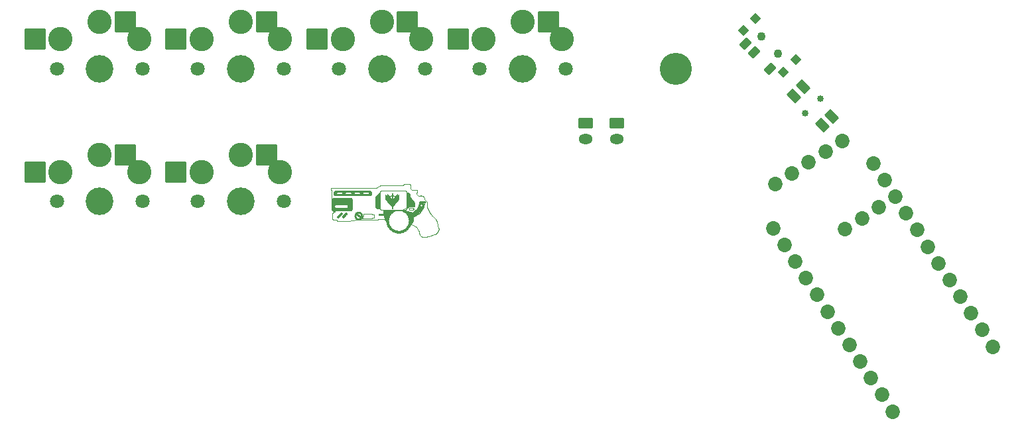
<source format=gbr>
%TF.GenerationSoftware,KiCad,Pcbnew,9.0.0*%
%TF.CreationDate,2025-02-26T19:39:31-08:00*%
%TF.ProjectId,revolver_reversible,7265766f-6c76-4657-925f-726576657273,v1.0.0*%
%TF.SameCoordinates,Original*%
%TF.FileFunction,Soldermask,Top*%
%TF.FilePolarity,Negative*%
%FSLAX46Y46*%
G04 Gerber Fmt 4.6, Leading zero omitted, Abs format (unit mm)*
G04 Created by KiCad (PCBNEW 9.0.0) date 2025-02-26 19:39:31*
%MOMM*%
%LPD*%
G01*
G04 APERTURE LIST*
G04 Aperture macros list*
%AMRoundRect*
0 Rectangle with rounded corners*
0 $1 Rounding radius*
0 $2 $3 $4 $5 $6 $7 $8 $9 X,Y pos of 4 corners*
0 Add a 4 corners polygon primitive as box body*
4,1,4,$2,$3,$4,$5,$6,$7,$8,$9,$2,$3,0*
0 Add four circle primitives for the rounded corners*
1,1,$1+$1,$2,$3*
1,1,$1+$1,$4,$5*
1,1,$1+$1,$6,$7*
1,1,$1+$1,$8,$9*
0 Add four rect primitives between the rounded corners*
20,1,$1+$1,$2,$3,$4,$5,0*
20,1,$1+$1,$4,$5,$6,$7,0*
20,1,$1+$1,$6,$7,$8,$9,0*
20,1,$1+$1,$8,$9,$2,$3,0*%
G04 Aperture macros list end*
%ADD10C,0.026458*%
%ADD11C,0.013514*%
%ADD12C,0.006757*%
%ADD13C,1.100000*%
%ADD14C,4.100000*%
%ADD15C,1.801800*%
%ADD16C,3.100000*%
%ADD17C,3.529000*%
%ADD18RoundRect,0.050000X-1.300000X-1.300000X1.300000X-1.300000X1.300000X1.300000X-1.300000X1.300000X0*%
%ADD19C,0.850000*%
%ADD20RoundRect,0.050000X-0.850000X0.600000X-0.850000X-0.600000X0.850000X-0.600000X0.850000X0.600000X0*%
%ADD21O,1.800000X1.300000*%
%ADD22RoundRect,0.050000X-0.898030X0.210159X0.178690X-0.904818X0.898030X-0.210159X-0.178690X0.904818X0*%
%ADD23C,1.852600*%
%ADD24RoundRect,0.050000X-0.636299X0.011107X-0.011107X-0.636299X0.636299X-0.011107X0.011107X0.636299X0*%
%ADD25RoundRect,0.050000X-0.762184X-0.110459X-0.136991X-0.757864X0.762184X0.110459X0.136991X0.757864X0*%
G04 APERTURE END LIST*
D10*
X141584685Y-100047788D02*
X141430507Y-100167238D01*
X140839139Y-101483575D02*
X140047278Y-101980486D01*
X141036763Y-100318545D02*
X141044750Y-100319157D01*
X141052669Y-100320169D01*
X141060507Y-100321577D01*
X141068250Y-100323375D01*
X141075886Y-100325556D01*
X141083401Y-100328116D01*
X141090781Y-100331048D01*
X141098014Y-100334347D01*
X141105086Y-100338008D01*
X141111983Y-100342024D01*
X141118694Y-100346390D01*
X141125203Y-100351100D01*
X141131498Y-100356148D01*
X141137566Y-100361530D01*
X141143393Y-100367239D01*
X141148939Y-100373238D01*
X141154166Y-100379485D01*
X141159070Y-100385965D01*
X141163645Y-100392667D01*
X141167886Y-100399575D01*
X141171787Y-100406676D01*
X141175343Y-100413956D01*
X141178548Y-100421403D01*
X141181396Y-100429001D01*
X141183882Y-100436737D01*
X141186001Y-100444598D01*
X141187747Y-100452570D01*
X141189115Y-100460640D01*
X141190099Y-100468793D01*
X141190693Y-100477015D01*
X141190892Y-100485294D01*
X141190693Y-100493573D01*
X141190099Y-100501796D01*
X141189115Y-100509948D01*
X141187747Y-100518018D01*
X141186001Y-100525990D01*
X141183882Y-100533851D01*
X141181396Y-100541587D01*
X141178548Y-100549185D01*
X141175343Y-100556631D01*
X141171788Y-100563912D01*
X141167887Y-100571013D01*
X141163646Y-100577921D01*
X141159071Y-100584622D01*
X141154166Y-100591103D01*
X141148939Y-100597350D01*
X141143394Y-100603349D01*
X141137566Y-100609057D01*
X141131498Y-100614439D01*
X141125203Y-100619488D01*
X141118694Y-100624198D01*
X141111984Y-100628564D01*
X141105086Y-100632580D01*
X141098014Y-100636240D01*
X141090781Y-100639539D01*
X141083401Y-100642472D01*
X141075886Y-100645031D01*
X141068250Y-100647213D01*
X141060507Y-100649010D01*
X141052669Y-100650418D01*
X141044750Y-100651431D01*
X141036763Y-100652043D01*
X141028721Y-100652248D01*
X141020376Y-100652030D01*
X141012141Y-100651386D01*
X141004025Y-100650324D01*
X140996039Y-100648856D01*
X140988193Y-100646991D01*
X140980497Y-100644742D01*
X140972962Y-100642117D01*
X140965598Y-100639127D01*
X140958414Y-100635784D01*
X140951422Y-100632097D01*
X140944631Y-100628077D01*
X140938051Y-100623734D01*
X140931693Y-100619079D01*
X140925567Y-100614123D01*
X140919683Y-100608876D01*
X140914051Y-100603348D01*
X140908681Y-100597549D01*
X140903584Y-100591492D01*
X140898770Y-100585185D01*
X140894249Y-100578639D01*
X140890030Y-100571865D01*
X140886126Y-100564874D01*
X140882544Y-100557675D01*
X140879297Y-100550279D01*
X140876393Y-100542698D01*
X140873844Y-100534941D01*
X140871658Y-100527018D01*
X140869847Y-100518941D01*
X140868421Y-100510719D01*
X140867390Y-100502364D01*
X140866764Y-100493885D01*
X140866553Y-100485294D01*
X140866553Y-100485293D01*
X140866764Y-100476702D01*
X140867390Y-100468223D01*
X140868422Y-100459868D01*
X140869848Y-100451646D01*
X140871658Y-100443569D01*
X140873844Y-100435646D01*
X140876393Y-100427889D01*
X140879297Y-100420308D01*
X140882544Y-100412912D01*
X140886126Y-100405714D01*
X140890031Y-100398722D01*
X140894249Y-100391948D01*
X140898770Y-100385403D01*
X140903584Y-100379096D01*
X140908681Y-100373038D01*
X140914051Y-100367240D01*
X140919683Y-100361712D01*
X140925567Y-100356464D01*
X140931693Y-100351508D01*
X140938051Y-100346853D01*
X140944631Y-100342511D01*
X140951422Y-100338490D01*
X140958414Y-100334804D01*
X140965598Y-100331460D01*
X140972962Y-100328471D01*
X140980497Y-100325846D01*
X140988193Y-100323596D01*
X140996038Y-100321732D01*
X141004024Y-100320264D01*
X141012140Y-100319202D01*
X141020376Y-100318557D01*
X141028721Y-100318340D01*
X141036763Y-100318545D01*
X136189048Y-101591080D02*
X135625245Y-101591080D01*
X139896770Y-101376070D02*
X138559000Y-101060722D01*
X133028674Y-101469486D02*
X133045979Y-101470774D01*
X133063137Y-101472905D01*
X133080119Y-101475868D01*
X133096897Y-101479651D01*
X133113441Y-101484243D01*
X133129723Y-101489630D01*
X133145714Y-101495801D01*
X133161385Y-101502744D01*
X133176707Y-101510448D01*
X133191652Y-101518900D01*
X133206191Y-101528089D01*
X133220294Y-101538002D01*
X133233934Y-101548627D01*
X133247081Y-101559953D01*
X133259707Y-101571968D01*
X133271722Y-101584594D01*
X133283048Y-101597741D01*
X133293674Y-101611380D01*
X133303587Y-101625484D01*
X133312775Y-101640022D01*
X133321227Y-101654967D01*
X133328931Y-101670290D01*
X133335875Y-101685961D01*
X133342046Y-101701951D01*
X133347433Y-101718233D01*
X133352024Y-101734777D01*
X133355807Y-101751555D01*
X133358770Y-101768537D01*
X133360902Y-101785695D01*
X133362189Y-101803001D01*
X133362621Y-101820424D01*
X133362189Y-101837847D01*
X133360902Y-101855153D01*
X133358770Y-101872311D01*
X133355807Y-101889293D01*
X133352024Y-101906071D01*
X133347433Y-101922615D01*
X133342046Y-101938897D01*
X133335875Y-101954888D01*
X133328931Y-101970558D01*
X133321227Y-101985881D01*
X133312775Y-102000826D01*
X133303587Y-102015364D01*
X133293674Y-102029468D01*
X133283048Y-102043107D01*
X133271722Y-102056254D01*
X133259707Y-102068880D01*
X133247081Y-102080895D01*
X133233934Y-102092221D01*
X133220294Y-102102846D01*
X133206191Y-102112759D01*
X133191652Y-102121948D01*
X133176707Y-102130400D01*
X133161385Y-102138104D01*
X133145714Y-102145047D01*
X133129724Y-102151218D01*
X133113442Y-102156605D01*
X133096898Y-102161197D01*
X133080120Y-102164980D01*
X133063138Y-102167943D01*
X133045980Y-102170074D01*
X133028675Y-102171362D01*
X133011252Y-102171793D01*
X132993170Y-102171336D01*
X132975326Y-102169979D01*
X132957742Y-102167745D01*
X132940439Y-102164655D01*
X132923439Y-102160731D01*
X132906765Y-102155997D01*
X132890439Y-102150472D01*
X132874483Y-102144181D01*
X132858919Y-102137145D01*
X132843768Y-102129385D01*
X132829054Y-102120925D01*
X132814798Y-102111785D01*
X132801022Y-102101989D01*
X132787748Y-102091558D01*
X132774999Y-102080514D01*
X132762796Y-102068880D01*
X132751162Y-102056677D01*
X132740118Y-102043928D01*
X132729687Y-102030654D01*
X132719891Y-102016878D01*
X132710751Y-102002622D01*
X132702291Y-101987908D01*
X132694531Y-101972757D01*
X132687495Y-101957193D01*
X132681203Y-101941237D01*
X132675679Y-101924911D01*
X132670944Y-101908237D01*
X132667021Y-101891237D01*
X132663931Y-101873934D01*
X132661696Y-101856349D01*
X132660339Y-101838505D01*
X132659882Y-101820424D01*
X132660339Y-101802343D01*
X132661696Y-101784499D01*
X132663931Y-101766914D01*
X132667021Y-101749611D01*
X132670944Y-101732611D01*
X132675679Y-101715937D01*
X132681203Y-101699611D01*
X132687494Y-101683655D01*
X132694531Y-101668091D01*
X132702290Y-101652940D01*
X132710751Y-101638226D01*
X132719890Y-101623970D01*
X132729687Y-101610194D01*
X132740118Y-101596920D01*
X132751161Y-101584171D01*
X132762796Y-101571968D01*
X132774998Y-101560334D01*
X132787748Y-101549290D01*
X132801021Y-101538859D01*
X132814797Y-101529063D01*
X132829053Y-101519923D01*
X132843767Y-101511463D01*
X132858918Y-101503703D01*
X132874482Y-101496667D01*
X132890438Y-101490376D01*
X132906764Y-101484851D01*
X132923438Y-101480117D01*
X132940437Y-101476193D01*
X132957740Y-101473103D01*
X132975325Y-101470869D01*
X132993169Y-101469512D01*
X133011250Y-101469055D01*
X133028674Y-101469486D01*
X133090447Y-98792382D02*
X133097813Y-98792939D01*
X133105070Y-98793855D01*
X133112208Y-98795123D01*
X133119218Y-98796734D01*
X133126093Y-98798677D01*
X133132822Y-98800945D01*
X133139396Y-98803528D01*
X133145808Y-98806418D01*
X133152048Y-98809605D01*
X133158106Y-98813081D01*
X133163975Y-98816836D01*
X133169644Y-98820862D01*
X133175106Y-98825149D01*
X133180350Y-98829690D01*
X133185369Y-98834474D01*
X133190153Y-98839492D01*
X133194693Y-98844737D01*
X133198981Y-98850199D01*
X133203007Y-98855868D01*
X133206762Y-98861737D01*
X133210237Y-98867795D01*
X133213425Y-98874035D01*
X133216314Y-98880446D01*
X133218897Y-98887021D01*
X133221165Y-98893750D01*
X133223109Y-98900625D01*
X133224719Y-98907635D01*
X133225987Y-98914773D01*
X133226904Y-98922030D01*
X133227461Y-98929396D01*
X133227648Y-98936862D01*
X133227648Y-98937802D01*
X133227461Y-98945269D01*
X133226904Y-98952634D01*
X133225987Y-98959891D01*
X133224719Y-98967029D01*
X133223109Y-98974040D01*
X133221165Y-98980914D01*
X133218897Y-98987643D01*
X133216314Y-98994218D01*
X133213425Y-99000629D01*
X133210237Y-99006869D01*
X133206762Y-99012927D01*
X133203007Y-99018796D01*
X133198981Y-99024465D01*
X133194693Y-99029927D01*
X133190153Y-99035171D01*
X133185369Y-99040190D01*
X133180350Y-99044974D01*
X133175106Y-99049514D01*
X133169644Y-99053802D01*
X133163975Y-99057828D01*
X133158106Y-99061583D01*
X133152048Y-99065059D01*
X133145808Y-99068246D01*
X133139396Y-99071135D01*
X133132822Y-99073719D01*
X133126093Y-99075987D01*
X133119218Y-99077930D01*
X133112208Y-99079540D01*
X133105070Y-99080808D01*
X133097813Y-99081725D01*
X133090447Y-99082282D01*
X133082981Y-99082469D01*
X132571599Y-99082469D01*
X132564132Y-99082282D01*
X132556766Y-99081725D01*
X132549510Y-99080808D01*
X132542372Y-99079540D01*
X132535361Y-99077930D01*
X132528487Y-99075987D01*
X132521758Y-99073719D01*
X132515183Y-99071136D01*
X132508771Y-99068246D01*
X132502532Y-99065059D01*
X132496473Y-99061583D01*
X132490605Y-99057828D01*
X132484935Y-99053802D01*
X132479474Y-99049515D01*
X132474229Y-99044974D01*
X132469210Y-99040191D01*
X132464426Y-99035172D01*
X132459886Y-99029927D01*
X132455599Y-99024466D01*
X132451573Y-99018796D01*
X132447818Y-99012928D01*
X132444342Y-99006869D01*
X132441155Y-99000630D01*
X132438265Y-98994218D01*
X132435682Y-98987643D01*
X132433414Y-98980914D01*
X132431471Y-98974040D01*
X132429861Y-98967029D01*
X132428593Y-98959891D01*
X132427676Y-98952635D01*
X132427119Y-98945269D01*
X132426932Y-98937802D01*
X132426932Y-98936862D01*
X132427119Y-98929396D01*
X132427676Y-98922030D01*
X132428593Y-98914773D01*
X132429861Y-98907635D01*
X132431471Y-98900625D01*
X132433414Y-98893750D01*
X132435682Y-98887021D01*
X132438265Y-98880446D01*
X132441155Y-98874035D01*
X132444342Y-98867795D01*
X132447818Y-98861737D01*
X132451573Y-98855868D01*
X132455599Y-98850199D01*
X132459886Y-98844737D01*
X132464426Y-98839492D01*
X132469210Y-98834474D01*
X132474229Y-98829690D01*
X132479474Y-98825149D01*
X132484935Y-98820862D01*
X132490605Y-98816836D01*
X132496473Y-98813081D01*
X132502532Y-98809605D01*
X132508771Y-98806418D01*
X132515183Y-98803528D01*
X132521758Y-98800945D01*
X132528487Y-98798677D01*
X132535361Y-98796734D01*
X132542372Y-98795123D01*
X132549510Y-98793855D01*
X132556766Y-98792939D01*
X132564132Y-98792382D01*
X132571599Y-98792194D01*
X133082981Y-98792194D01*
X133090447Y-98792382D01*
X141186828Y-100993831D02*
X141186828Y-100993830D01*
X131424621Y-101455396D02*
X131431095Y-101455824D01*
X131437515Y-101456568D01*
X131443868Y-101457629D01*
X131450142Y-101459008D01*
X131456326Y-101460704D01*
X131462408Y-101462719D01*
X131468374Y-101465053D01*
X131474214Y-101467707D01*
X131479916Y-101470681D01*
X131485467Y-101473977D01*
X131490856Y-101477595D01*
X131496070Y-101481535D01*
X131501097Y-101485799D01*
X131505926Y-101490386D01*
X131510490Y-101495238D01*
X131514728Y-101500287D01*
X131518642Y-101505521D01*
X131522233Y-101510927D01*
X131525501Y-101516495D01*
X131528447Y-101522211D01*
X131531072Y-101528065D01*
X131533376Y-101534043D01*
X131535360Y-101540134D01*
X131537026Y-101546326D01*
X131538372Y-101552608D01*
X131539402Y-101558966D01*
X131540114Y-101565389D01*
X131540510Y-101571866D01*
X131540590Y-101578384D01*
X131540355Y-101584930D01*
X131539807Y-101591494D01*
X131538945Y-101598064D01*
X131537770Y-101604626D01*
X131536283Y-101611170D01*
X131534485Y-101617683D01*
X131532377Y-101624153D01*
X131529958Y-101630569D01*
X131527231Y-101636918D01*
X131524195Y-101643188D01*
X131520851Y-101649368D01*
X131517200Y-101655446D01*
X131513244Y-101661408D01*
X131508981Y-101667245D01*
X131504414Y-101672942D01*
X131499543Y-101678490D01*
X131494368Y-101683875D01*
X131160939Y-102015641D01*
X131155528Y-102020789D01*
X131149957Y-102025633D01*
X131144236Y-102030171D01*
X131138379Y-102034404D01*
X131132396Y-102038332D01*
X131126301Y-102041952D01*
X131120104Y-102045264D01*
X131113819Y-102048269D01*
X131107456Y-102050965D01*
X131101028Y-102053351D01*
X131094547Y-102055427D01*
X131088026Y-102057193D01*
X131081474Y-102058647D01*
X131074906Y-102059789D01*
X131068333Y-102060618D01*
X131061766Y-102061134D01*
X131055218Y-102061336D01*
X131048701Y-102061223D01*
X131042226Y-102060795D01*
X131035806Y-102060051D01*
X131029453Y-102058990D01*
X131023179Y-102057611D01*
X131016995Y-102055915D01*
X131010914Y-102053900D01*
X131004947Y-102051566D01*
X130999107Y-102048912D01*
X130993405Y-102045938D01*
X130987854Y-102042642D01*
X130982466Y-102039024D01*
X130977252Y-102035083D01*
X130972224Y-102030820D01*
X130967395Y-102026232D01*
X130962832Y-102021380D01*
X130958593Y-102016331D01*
X130954679Y-102011098D01*
X130951088Y-102005691D01*
X130947820Y-102000124D01*
X130944874Y-101994407D01*
X130942249Y-101988554D01*
X130939944Y-101982576D01*
X130937960Y-101976485D01*
X130936295Y-101970293D01*
X130934948Y-101964011D01*
X130933919Y-101957653D01*
X130933206Y-101951230D01*
X130932811Y-101944753D01*
X130932730Y-101938235D01*
X130932965Y-101931689D01*
X130933513Y-101925125D01*
X130934376Y-101918555D01*
X130935550Y-101911993D01*
X130937037Y-101905449D01*
X130938835Y-101898936D01*
X130940944Y-101892466D01*
X130943362Y-101886050D01*
X130946090Y-101879701D01*
X130949126Y-101873431D01*
X130952470Y-101867251D01*
X130956120Y-101861174D01*
X130960077Y-101855211D01*
X130964340Y-101849375D01*
X130968907Y-101843677D01*
X130973779Y-101838130D01*
X130978953Y-101832745D01*
X131312382Y-101500978D01*
X131312384Y-101500977D01*
X131317794Y-101495830D01*
X131323366Y-101490986D01*
X131329086Y-101486447D01*
X131334944Y-101482214D01*
X131340926Y-101478287D01*
X131347021Y-101474667D01*
X131353218Y-101471354D01*
X131359503Y-101468350D01*
X131365866Y-101465654D01*
X131372293Y-101463268D01*
X131378774Y-101461191D01*
X131385296Y-101459426D01*
X131391847Y-101457972D01*
X131398415Y-101456830D01*
X131404989Y-101456001D01*
X131411556Y-101455485D01*
X131418103Y-101455283D01*
X131424621Y-101455396D01*
X139170515Y-98856832D02*
X139390302Y-98856832D01*
X140212119Y-100129014D02*
X140188227Y-100635481D01*
X136189048Y-101073952D02*
X136189048Y-101591080D01*
X139020084Y-98627563D02*
X139027450Y-98628120D01*
X139034707Y-98629037D01*
X139041845Y-98630305D01*
X139048856Y-98631915D01*
X139055730Y-98633859D01*
X139062459Y-98636126D01*
X139069034Y-98638710D01*
X139075446Y-98641599D01*
X139081686Y-98644787D01*
X139087744Y-98648262D01*
X139093613Y-98652017D01*
X139099282Y-98656043D01*
X139104744Y-98660331D01*
X139109988Y-98664871D01*
X139115007Y-98669655D01*
X139119791Y-98674674D01*
X139124331Y-98679918D01*
X139128619Y-98685380D01*
X139132645Y-98691050D01*
X139136400Y-98696918D01*
X139139876Y-98702976D01*
X139143063Y-98709216D01*
X139145953Y-98715628D01*
X139148536Y-98722203D01*
X139150804Y-98728932D01*
X139152747Y-98735806D01*
X139154357Y-98742817D01*
X139155625Y-98749955D01*
X139156542Y-98757211D01*
X139157099Y-98764577D01*
X139157286Y-98772044D01*
X139157286Y-100916055D01*
X139157099Y-100923521D01*
X139156542Y-100930887D01*
X139155625Y-100938143D01*
X139154357Y-100945281D01*
X139152747Y-100952292D01*
X139150804Y-100959166D01*
X139148536Y-100965895D01*
X139145953Y-100972470D01*
X139143063Y-100978882D01*
X139139876Y-100985121D01*
X139136400Y-100991180D01*
X139132645Y-100997048D01*
X139128619Y-101002718D01*
X139124331Y-101008179D01*
X139119791Y-101013424D01*
X139115007Y-101018443D01*
X139109988Y-101023227D01*
X139104744Y-101027767D01*
X139099282Y-101032054D01*
X139093613Y-101036080D01*
X139087744Y-101039835D01*
X139081686Y-101043311D01*
X139075446Y-101046498D01*
X139069034Y-101049388D01*
X139062459Y-101051971D01*
X139055730Y-101054239D01*
X139048856Y-101056183D01*
X139041845Y-101057793D01*
X139034707Y-101059061D01*
X139027450Y-101059978D01*
X139020084Y-101060534D01*
X139012617Y-101060722D01*
X135927586Y-101060722D01*
X135920120Y-101060534D01*
X135912754Y-101059978D01*
X135905497Y-101059061D01*
X135898359Y-101057793D01*
X135891349Y-101056183D01*
X135884474Y-101054239D01*
X135877745Y-101051971D01*
X135871170Y-101049388D01*
X135864759Y-101046498D01*
X135858519Y-101043311D01*
X135852460Y-101039836D01*
X135846592Y-101036080D01*
X135840923Y-101032055D01*
X135835461Y-101027767D01*
X135830216Y-101023227D01*
X135825198Y-101018443D01*
X135820414Y-101013424D01*
X135815873Y-101008180D01*
X135811586Y-101002718D01*
X135807560Y-100997049D01*
X135803805Y-100991180D01*
X135800329Y-100985122D01*
X135797142Y-100978882D01*
X135794252Y-100972470D01*
X135791669Y-100965896D01*
X135789401Y-100959167D01*
X135787458Y-100952292D01*
X135785847Y-100945281D01*
X135784579Y-100938143D01*
X135783663Y-100930887D01*
X135783106Y-100923521D01*
X135782918Y-100916055D01*
X135782918Y-98772044D01*
X135783106Y-98764577D01*
X135783663Y-98757211D01*
X135784579Y-98749955D01*
X135785847Y-98742817D01*
X135787458Y-98735806D01*
X135789401Y-98728932D01*
X135791669Y-98722203D01*
X135794252Y-98715628D01*
X135797142Y-98709216D01*
X135800329Y-98702976D01*
X135803805Y-98696918D01*
X135807560Y-98691050D01*
X135811586Y-98685380D01*
X135815873Y-98679918D01*
X135820414Y-98674674D01*
X135825198Y-98669655D01*
X135830216Y-98664871D01*
X135835461Y-98660331D01*
X135840923Y-98656043D01*
X135846592Y-98652017D01*
X135852460Y-98648262D01*
X135858519Y-98644787D01*
X135864759Y-98641599D01*
X135871170Y-98638710D01*
X135877745Y-98636126D01*
X135884474Y-98633859D01*
X135891349Y-98631915D01*
X135898359Y-98630305D01*
X135905497Y-98629037D01*
X135912754Y-98628120D01*
X135920120Y-98627563D01*
X135927586Y-98627376D01*
X139012617Y-98627376D01*
X139020084Y-98627563D01*
X135028017Y-101638861D02*
X135028017Y-102068861D01*
X134529960Y-102185029D01*
X133479946Y-102185029D01*
X133605262Y-102064778D01*
X133618491Y-101557626D01*
X134516730Y-101557626D01*
X135028017Y-101638861D01*
X133035893Y-101324125D02*
X133060366Y-101325945D01*
X133084631Y-101328960D01*
X133108648Y-101333150D01*
X133132375Y-101338500D01*
X133155772Y-101344993D01*
X133178798Y-101352611D01*
X133201412Y-101361339D01*
X133223574Y-101371158D01*
X133245243Y-101382053D01*
X133266378Y-101394006D01*
X133286939Y-101407000D01*
X133306885Y-101421019D01*
X133326174Y-101436046D01*
X133344767Y-101452064D01*
X133362622Y-101469055D01*
X133379614Y-101486911D01*
X133395631Y-101505503D01*
X133410658Y-101524793D01*
X133424677Y-101544738D01*
X133437671Y-101565299D01*
X133449624Y-101586434D01*
X133460519Y-101608103D01*
X133470339Y-101630265D01*
X133479066Y-101652879D01*
X133486685Y-101675905D01*
X133493177Y-101699302D01*
X133498527Y-101723029D01*
X133502718Y-101747045D01*
X133505732Y-101771310D01*
X133507553Y-101795783D01*
X133508163Y-101820423D01*
X133507553Y-101845064D01*
X133505732Y-101869537D01*
X133502718Y-101893802D01*
X133498527Y-101917819D01*
X133493177Y-101941546D01*
X133486684Y-101964943D01*
X133479066Y-101987969D01*
X133470338Y-102010583D01*
X133460519Y-102032745D01*
X133449624Y-102054414D01*
X133437671Y-102075549D01*
X133424676Y-102096110D01*
X133410657Y-102116055D01*
X133395630Y-102135345D01*
X133379613Y-102153937D01*
X133362621Y-102171793D01*
X133344766Y-102188784D01*
X133326173Y-102204802D01*
X133306884Y-102219829D01*
X133286938Y-102233848D01*
X133266378Y-102246842D01*
X133245242Y-102258795D01*
X133223573Y-102269690D01*
X133201411Y-102279509D01*
X133178797Y-102288237D01*
X133155771Y-102295855D01*
X133132374Y-102302348D01*
X133108646Y-102307698D01*
X133084630Y-102311888D01*
X133060365Y-102314903D01*
X133035891Y-102316723D01*
X133011251Y-102317334D01*
X132985680Y-102316688D01*
X132960445Y-102314769D01*
X132935576Y-102311609D01*
X132911106Y-102307239D01*
X132887065Y-102301690D01*
X132863485Y-102294994D01*
X132840396Y-102287182D01*
X132817831Y-102278284D01*
X132795820Y-102268333D01*
X132774394Y-102257360D01*
X132753585Y-102245395D01*
X132733424Y-102232470D01*
X132713942Y-102218616D01*
X132695170Y-102203864D01*
X132677140Y-102188246D01*
X132659882Y-102171792D01*
X132643429Y-102154535D01*
X132627811Y-102136505D01*
X132613059Y-102117733D01*
X132599205Y-102098251D01*
X132586280Y-102078090D01*
X132574315Y-102057281D01*
X132563341Y-102035855D01*
X132553390Y-102013844D01*
X132544493Y-101991278D01*
X132536681Y-101968190D01*
X132529984Y-101944609D01*
X132524436Y-101920569D01*
X132520066Y-101896098D01*
X132516906Y-101871230D01*
X132514987Y-101845995D01*
X132514340Y-101820424D01*
X132514341Y-101820425D01*
X132514987Y-101794854D01*
X132516906Y-101769619D01*
X132520066Y-101744750D01*
X132524436Y-101720280D01*
X132529985Y-101696239D01*
X132536681Y-101672659D01*
X132544493Y-101649570D01*
X132553391Y-101627005D01*
X132563342Y-101604993D01*
X132574315Y-101583568D01*
X132586280Y-101562758D01*
X132599205Y-101542597D01*
X132613060Y-101523115D01*
X132627811Y-101504343D01*
X132643429Y-101486313D01*
X132659883Y-101469056D01*
X132677140Y-101452602D01*
X132695170Y-101436984D01*
X132713942Y-101422233D01*
X132733424Y-101408379D01*
X132753586Y-101395453D01*
X132774395Y-101383488D01*
X132795821Y-101372515D01*
X132817832Y-101362564D01*
X132840397Y-101353666D01*
X132863486Y-101345854D01*
X132887066Y-101339158D01*
X132911107Y-101333609D01*
X132935578Y-101329239D01*
X132960446Y-101326079D01*
X132985681Y-101324160D01*
X133011252Y-101323514D01*
X133035893Y-101324125D01*
X140479687Y-100958006D02*
X140718584Y-100468251D01*
X139170515Y-98856832D02*
X139170515Y-100821823D01*
X141430507Y-100167238D02*
X141368393Y-100649815D01*
X141571456Y-99966563D02*
X141584685Y-100047788D01*
X135782905Y-100878288D02*
X135338540Y-100878288D01*
X135271670Y-100775555D01*
X135214361Y-100775555D01*
X135214361Y-99402770D01*
X135782905Y-98772060D01*
X135782905Y-100878288D01*
X141368393Y-100649815D02*
X141186828Y-100993830D01*
X139390302Y-98856832D02*
X139543199Y-99044410D01*
X138177230Y-99721717D02*
X137379863Y-100620422D01*
X137379863Y-100897459D01*
X137329219Y-100944795D01*
X137278525Y-100897460D01*
X137278525Y-100620422D01*
X136481208Y-99721718D01*
X136481208Y-99633919D01*
X136543375Y-99633919D01*
X136543375Y-99687972D01*
X137284571Y-100541047D01*
X137284571Y-100537636D01*
X137383633Y-100537636D01*
X138124882Y-99684561D01*
X138124882Y-99630508D01*
X137383633Y-100483582D01*
X137383633Y-100486994D01*
X137383633Y-100537636D01*
X137284571Y-100537636D01*
X137284571Y-100486994D01*
X136543375Y-99633919D01*
X136481208Y-99633919D01*
X136481208Y-99089974D01*
X136663628Y-99272392D01*
X136663628Y-99083203D01*
X137035283Y-99405871D01*
X137035283Y-99721717D01*
X137146749Y-99809567D01*
X137113004Y-99563793D01*
X137278525Y-99708487D01*
X137278525Y-99319673D01*
X137020453Y-99319673D01*
X137048511Y-99264173D01*
X137280850Y-99250944D01*
X137287980Y-99016953D01*
X137377588Y-98958405D01*
X137377588Y-99250945D01*
X137609926Y-99264174D01*
X137637986Y-99319674D01*
X137379864Y-99319674D01*
X137379864Y-99708488D01*
X137545434Y-99563794D01*
X137511636Y-99809567D01*
X137623156Y-99721718D01*
X137623156Y-99405871D01*
X137994760Y-99083203D01*
X137994760Y-99272391D01*
X138177230Y-99089973D01*
X138177230Y-99684561D01*
X138177230Y-99721717D01*
X132785450Y-101589776D02*
X132797709Y-101591289D01*
X132810260Y-101593819D01*
X132823019Y-101597366D01*
X132835901Y-101601930D01*
X132848819Y-101607511D01*
X132861690Y-101614109D01*
X132874427Y-101621724D01*
X133248812Y-101862305D01*
X133255028Y-101866443D01*
X133261031Y-101870726D01*
X133266817Y-101875146D01*
X133272381Y-101879692D01*
X133277718Y-101884354D01*
X133282825Y-101889124D01*
X133287696Y-101893990D01*
X133292328Y-101898944D01*
X133296716Y-101903976D01*
X133300856Y-101909076D01*
X133304743Y-101914235D01*
X133308372Y-101919442D01*
X133311740Y-101924688D01*
X133314842Y-101929964D01*
X133317674Y-101935259D01*
X133320230Y-101940564D01*
X133322507Y-101945869D01*
X133324501Y-101951166D01*
X133326206Y-101956443D01*
X133327619Y-101961691D01*
X133328735Y-101966900D01*
X133329550Y-101972062D01*
X133330059Y-101977166D01*
X133330257Y-101982202D01*
X133330141Y-101987161D01*
X133329706Y-101992033D01*
X133328948Y-101996808D01*
X133327861Y-102001477D01*
X133326443Y-102006030D01*
X133324687Y-102010457D01*
X133322591Y-102014749D01*
X133320149Y-102018896D01*
X133317392Y-102022842D01*
X133314359Y-102026534D01*
X133311061Y-102029973D01*
X133307509Y-102033156D01*
X133303714Y-102036086D01*
X133299685Y-102038762D01*
X133295435Y-102041183D01*
X133290972Y-102043351D01*
X133286309Y-102045264D01*
X133281455Y-102046922D01*
X133271219Y-102049478D01*
X133260350Y-102051016D01*
X133248932Y-102051537D01*
X133237052Y-102051042D01*
X133224793Y-102049529D01*
X133212241Y-102047000D01*
X133199482Y-102043453D01*
X133186601Y-102038890D01*
X133173683Y-102033309D01*
X133160812Y-102026711D01*
X133148075Y-102019096D01*
X132773690Y-101778516D01*
X132767474Y-101774378D01*
X132761471Y-101770094D01*
X132755685Y-101765674D01*
X132750121Y-101761129D01*
X132744784Y-101756466D01*
X132739677Y-101751697D01*
X132734806Y-101746830D01*
X132730174Y-101741876D01*
X132725786Y-101736844D01*
X132721646Y-101731744D01*
X132717759Y-101726586D01*
X132714130Y-101721379D01*
X132710762Y-101716133D01*
X132707660Y-101710857D01*
X132704829Y-101705562D01*
X132702272Y-101700257D01*
X132699995Y-101694951D01*
X132698002Y-101689655D01*
X132696296Y-101684378D01*
X132694883Y-101679130D01*
X132693767Y-101673920D01*
X132692953Y-101668759D01*
X132692444Y-101663655D01*
X132692245Y-101658619D01*
X132692361Y-101653660D01*
X132692796Y-101648788D01*
X132693555Y-101644013D01*
X132694641Y-101639344D01*
X132696060Y-101634791D01*
X132697815Y-101630364D01*
X132699911Y-101626072D01*
X132702353Y-101621925D01*
X132702353Y-101621894D01*
X132705110Y-101617951D01*
X132708143Y-101614261D01*
X132711441Y-101610825D01*
X132714993Y-101607644D01*
X132718788Y-101604716D01*
X132722817Y-101602042D01*
X132727067Y-101599623D01*
X132731530Y-101597457D01*
X132736193Y-101595545D01*
X132741047Y-101593888D01*
X132751282Y-101591335D01*
X132762152Y-101589799D01*
X132773569Y-101589279D01*
X132785450Y-101589776D01*
X140852368Y-99951592D02*
X141571456Y-99966563D01*
X139480988Y-97767281D02*
X139490136Y-97767510D01*
X139499167Y-97768187D01*
X139508071Y-97769302D01*
X139516837Y-97770845D01*
X139525453Y-97772804D01*
X139533908Y-97775169D01*
X139542192Y-97777929D01*
X139550294Y-97781074D01*
X139558203Y-97784591D01*
X139565907Y-97788472D01*
X139573395Y-97792705D01*
X139580658Y-97797279D01*
X139587683Y-97802183D01*
X139594459Y-97807407D01*
X139600977Y-97812941D01*
X139607224Y-97818772D01*
X139613189Y-97824891D01*
X139618863Y-97831287D01*
X139624233Y-97837948D01*
X139629289Y-97844865D01*
X139634019Y-97852027D01*
X139638413Y-97859422D01*
X139642460Y-97867040D01*
X139646149Y-97874870D01*
X139649468Y-97882901D01*
X139652407Y-97891124D01*
X139654955Y-97899526D01*
X139657101Y-97908097D01*
X139658834Y-97916827D01*
X139660142Y-97925705D01*
X139661015Y-97934719D01*
X139661442Y-97943860D01*
X139670848Y-98375771D01*
X139859107Y-98572452D01*
X139969383Y-98500467D01*
X140439018Y-98534316D01*
X140446431Y-98535080D01*
X140453661Y-98536281D01*
X140460698Y-98537903D01*
X140467533Y-98539930D01*
X140474156Y-98542345D01*
X140480558Y-98545134D01*
X140486728Y-98548280D01*
X140492658Y-98551767D01*
X140498337Y-98555581D01*
X140503756Y-98559704D01*
X140508906Y-98564120D01*
X140513776Y-98568815D01*
X140518358Y-98573773D01*
X140522641Y-98578977D01*
X140526615Y-98584411D01*
X140530273Y-98590060D01*
X140533602Y-98595908D01*
X140536595Y-98601939D01*
X140539241Y-98608138D01*
X140541531Y-98614488D01*
X140543455Y-98620973D01*
X140545004Y-98627579D01*
X140546167Y-98634288D01*
X140546936Y-98641085D01*
X140547300Y-98647955D01*
X140547251Y-98654881D01*
X140546778Y-98661847D01*
X140545871Y-98668839D01*
X140544522Y-98675839D01*
X140542720Y-98682832D01*
X140540456Y-98689803D01*
X140537721Y-98696735D01*
X140401190Y-99013770D01*
X140693783Y-99311219D01*
X140875737Y-99261868D01*
X140888196Y-99258706D01*
X140900728Y-99255954D01*
X140913323Y-99253613D01*
X140925971Y-99251683D01*
X140938661Y-99250163D01*
X140951384Y-99249054D01*
X140964129Y-99248356D01*
X140976887Y-99248069D01*
X140989648Y-99248194D01*
X141002401Y-99248729D01*
X141015137Y-99249675D01*
X141027845Y-99251033D01*
X141040516Y-99252802D01*
X141053139Y-99254982D01*
X141065705Y-99257574D01*
X141078204Y-99260578D01*
X141161299Y-99281971D01*
X141176975Y-99286434D01*
X141192334Y-99291660D01*
X141207352Y-99297633D01*
X141222006Y-99304332D01*
X141236270Y-99311740D01*
X141250121Y-99319837D01*
X141263534Y-99328606D01*
X141276485Y-99338028D01*
X141288951Y-99348084D01*
X141300906Y-99358756D01*
X141312326Y-99370025D01*
X141323188Y-99381872D01*
X141333467Y-99394279D01*
X141343139Y-99407228D01*
X141352180Y-99420699D01*
X141360565Y-99434675D01*
X141389245Y-99485370D01*
X141394272Y-99494541D01*
X141399375Y-99504411D01*
X141409668Y-99525886D01*
X141419834Y-99549075D01*
X141429582Y-99573256D01*
X141438622Y-99597707D01*
X141446665Y-99621706D01*
X141453419Y-99644532D01*
X141456223Y-99655279D01*
X141458596Y-99665463D01*
X141462833Y-99685266D01*
X141465642Y-99699003D01*
X141467438Y-99708433D01*
X141468634Y-99715315D01*
X141470883Y-99728469D01*
X141472764Y-99738260D01*
X141475701Y-99752538D01*
X141782710Y-100059548D01*
X141782210Y-100698320D01*
X142233190Y-101548966D01*
X142254987Y-101588438D01*
X142278099Y-101627110D01*
X142302503Y-101664948D01*
X142328176Y-101701921D01*
X142355095Y-101737997D01*
X142383238Y-101773144D01*
X142412580Y-101807330D01*
X142443099Y-101840524D01*
X142848243Y-102266286D01*
X142864535Y-102283953D01*
X142880242Y-102302087D01*
X142895356Y-102320675D01*
X142909868Y-102339700D01*
X142923769Y-102359148D01*
X142937051Y-102379004D01*
X142949706Y-102399251D01*
X142961725Y-102419877D01*
X142973100Y-102440864D01*
X142983822Y-102462199D01*
X142993882Y-102483866D01*
X143003273Y-102505849D01*
X143011985Y-102528135D01*
X143020010Y-102550708D01*
X143027341Y-102573552D01*
X143033967Y-102596653D01*
X143264237Y-103449263D01*
X143268346Y-103466070D01*
X143271631Y-103482984D01*
X143274096Y-103499979D01*
X143275744Y-103517023D01*
X143276578Y-103534090D01*
X143276602Y-103551149D01*
X143275819Y-103568172D01*
X143274233Y-103585130D01*
X143271846Y-103601994D01*
X143268663Y-103618736D01*
X143264687Y-103635325D01*
X143259921Y-103651734D01*
X143254368Y-103667933D01*
X143248033Y-103683893D01*
X143240918Y-103699587D01*
X143233026Y-103714983D01*
X143131842Y-103901225D01*
X143115729Y-103929270D01*
X143098366Y-103956402D01*
X143079795Y-103982589D01*
X143060056Y-104007795D01*
X143039192Y-104031986D01*
X143017244Y-104055127D01*
X142994253Y-104077183D01*
X142970262Y-104098121D01*
X142945310Y-104117906D01*
X142919440Y-104136503D01*
X142892694Y-104153877D01*
X142865113Y-104169995D01*
X142836738Y-104184821D01*
X142807611Y-104198321D01*
X142777774Y-104210461D01*
X142747267Y-104221205D01*
X142065965Y-104442949D01*
X142013696Y-104458887D01*
X141960926Y-104472857D01*
X141907710Y-104484849D01*
X141854104Y-104494856D01*
X141800164Y-104502866D01*
X141745945Y-104508872D01*
X141691504Y-104512863D01*
X141636896Y-104514830D01*
X141196870Y-104522530D01*
X141184999Y-104522421D01*
X141173212Y-104521679D01*
X141161532Y-104520314D01*
X141149981Y-104518337D01*
X141138581Y-104515756D01*
X141127357Y-104512583D01*
X141116330Y-104508826D01*
X141105524Y-104504495D01*
X141094961Y-104499601D01*
X141084664Y-104494154D01*
X141074656Y-104488162D01*
X141064960Y-104481637D01*
X141055598Y-104474587D01*
X141046594Y-104467023D01*
X141037970Y-104458954D01*
X141029748Y-104450391D01*
X140893117Y-104300219D01*
X140884976Y-104290981D01*
X140877149Y-104281504D01*
X140869640Y-104271796D01*
X140862454Y-104261867D01*
X140855595Y-104251723D01*
X140849068Y-104241374D01*
X140842877Y-104230827D01*
X140837027Y-104220091D01*
X140831521Y-104209175D01*
X140826363Y-104198086D01*
X140821560Y-104186833D01*
X140817114Y-104175424D01*
X140813029Y-104163867D01*
X140809312Y-104152171D01*
X140805965Y-104140345D01*
X140802993Y-104128395D01*
X140742996Y-103869187D01*
X140740034Y-103857000D01*
X140736816Y-103844890D01*
X140733343Y-103832859D01*
X140729616Y-103820911D01*
X140725638Y-103809051D01*
X140721410Y-103797282D01*
X140716933Y-103785609D01*
X140712210Y-103774034D01*
X140707242Y-103762563D01*
X140702030Y-103751198D01*
X140696576Y-103739944D01*
X140690883Y-103728805D01*
X140684951Y-103717785D01*
X140678782Y-103706888D01*
X140672378Y-103696117D01*
X140665740Y-103685477D01*
X140391441Y-103255943D01*
X139821606Y-102964229D01*
X139739958Y-102964176D01*
X139734553Y-102964401D01*
X139728985Y-102965317D01*
X139723262Y-102966907D01*
X139717391Y-102969150D01*
X139711378Y-102972028D01*
X139705231Y-102975520D01*
X139698957Y-102979608D01*
X139692562Y-102984272D01*
X139686054Y-102989493D01*
X139679440Y-102995251D01*
X139672727Y-103001527D01*
X139665921Y-103008302D01*
X139652062Y-103023269D01*
X139637918Y-103039998D01*
X139623545Y-103058334D01*
X139609001Y-103078120D01*
X139594340Y-103099203D01*
X139579619Y-103121427D01*
X139564895Y-103144637D01*
X139550223Y-103168677D01*
X139535660Y-103193394D01*
X139521261Y-103218631D01*
X139485083Y-103279790D01*
X139446188Y-103339315D01*
X139404625Y-103397104D01*
X139360444Y-103453051D01*
X139313694Y-103507054D01*
X139264425Y-103559008D01*
X139212684Y-103608808D01*
X139158523Y-103656352D01*
X139101991Y-103701536D01*
X139043136Y-103744254D01*
X138982008Y-103784403D01*
X138918657Y-103821880D01*
X138853131Y-103856580D01*
X138785481Y-103888400D01*
X138715755Y-103917234D01*
X138644003Y-103942980D01*
X138612306Y-103953137D01*
X138580418Y-103962621D01*
X138548349Y-103971431D01*
X138516110Y-103979562D01*
X138483711Y-103987013D01*
X138451165Y-103993780D01*
X138418482Y-103999860D01*
X138385672Y-104005251D01*
X138363737Y-104008462D01*
X138341759Y-104011370D01*
X138319736Y-104013971D01*
X138297666Y-104016258D01*
X138168547Y-104023462D01*
X138040932Y-104020226D01*
X137915318Y-104006872D01*
X137792200Y-103983724D01*
X137672076Y-103951104D01*
X137555440Y-103909335D01*
X137442790Y-103858740D01*
X137334620Y-103799643D01*
X137231428Y-103732366D01*
X137133709Y-103657231D01*
X137041959Y-103574564D01*
X136956675Y-103484685D01*
X136878353Y-103387918D01*
X136807488Y-103284587D01*
X136744577Y-103175013D01*
X136690116Y-103059521D01*
X136674621Y-103013482D01*
X136650273Y-102931721D01*
X136585296Y-102709520D01*
X136549808Y-102593325D01*
X136515747Y-102489899D01*
X136500055Y-102446762D01*
X136485684Y-102411363D01*
X136472954Y-102385218D01*
X136462188Y-102369841D01*
X136453267Y-102361586D01*
X136444018Y-102353954D01*
X136434469Y-102346921D01*
X136424648Y-102340465D01*
X136414583Y-102334561D01*
X136404302Y-102329185D01*
X136393833Y-102324315D01*
X136383204Y-102319926D01*
X136361579Y-102312496D01*
X136339650Y-102306707D01*
X136317642Y-102302369D01*
X136295779Y-102299292D01*
X136274286Y-102297288D01*
X136253386Y-102296165D01*
X136214264Y-102295809D01*
X136153012Y-102297344D01*
X135521049Y-102297344D01*
X135517672Y-102300459D01*
X135508264Y-102308672D01*
X135501637Y-102314159D01*
X135493908Y-102320283D01*
X135485212Y-102326832D01*
X135475685Y-102333593D01*
X135465462Y-102340354D01*
X135454679Y-102346903D01*
X135449120Y-102350031D01*
X135443471Y-102353027D01*
X135437749Y-102355863D01*
X135431972Y-102358513D01*
X135426157Y-102360952D01*
X135420320Y-102363151D01*
X135414478Y-102365084D01*
X135408648Y-102366726D01*
X135402847Y-102368049D01*
X135397092Y-102369027D01*
X135391399Y-102369633D01*
X135385787Y-102369841D01*
X132684575Y-102369841D01*
X131825868Y-102532984D01*
X130304719Y-102532984D01*
X130301044Y-102532892D01*
X130297417Y-102532617D01*
X130293842Y-102532163D01*
X130290325Y-102531535D01*
X130286870Y-102530738D01*
X130283481Y-102529776D01*
X130280162Y-102528654D01*
X130276919Y-102527375D01*
X130273755Y-102525945D01*
X130270675Y-102524368D01*
X130267684Y-102522649D01*
X130264787Y-102520791D01*
X130261986Y-102518800D01*
X130259288Y-102516680D01*
X130256697Y-102514435D01*
X130254217Y-102512070D01*
X130251852Y-102509590D01*
X130249607Y-102506998D01*
X130247487Y-102504300D01*
X130245496Y-102501500D01*
X130243639Y-102498602D01*
X130241919Y-102495611D01*
X130240342Y-102492532D01*
X130238912Y-102489368D01*
X130237634Y-102486125D01*
X130236511Y-102482806D01*
X130235549Y-102479417D01*
X130234752Y-102475961D01*
X130234125Y-102472444D01*
X130233671Y-102468870D01*
X130233396Y-102465242D01*
X130233304Y-102461567D01*
X130233304Y-102361676D01*
X129860303Y-102361676D01*
X129852936Y-102361490D01*
X129845667Y-102360937D01*
X129838503Y-102360027D01*
X129831454Y-102358768D01*
X129824529Y-102357169D01*
X129817736Y-102355240D01*
X129811085Y-102352990D01*
X129804585Y-102350427D01*
X129798244Y-102347560D01*
X129792072Y-102344399D01*
X129786078Y-102340953D01*
X129780270Y-102337229D01*
X129774658Y-102333239D01*
X129769250Y-102328989D01*
X129764056Y-102324490D01*
X129759085Y-102319750D01*
X129754345Y-102314779D01*
X129749846Y-102309585D01*
X129745597Y-102304178D01*
X129741606Y-102298566D01*
X129737883Y-102292758D01*
X129734436Y-102286764D01*
X129731275Y-102280592D01*
X129728408Y-102274251D01*
X129725845Y-102267751D01*
X129723594Y-102261100D01*
X129721665Y-102254307D01*
X129720067Y-102247382D01*
X129718808Y-102240333D01*
X129717898Y-102233169D01*
X129717345Y-102225900D01*
X129717158Y-102218533D01*
X129717158Y-101500748D01*
X129717328Y-101494080D01*
X129717830Y-101487499D01*
X129718655Y-101481014D01*
X129719796Y-101474633D01*
X129721244Y-101468364D01*
X129722991Y-101462216D01*
X129725030Y-101456195D01*
X129727351Y-101450311D01*
X129729947Y-101444572D01*
X129732810Y-101438985D01*
X129735931Y-101433560D01*
X129739303Y-101428303D01*
X129742916Y-101423223D01*
X129746764Y-101418329D01*
X129750838Y-101413628D01*
X129755129Y-101409129D01*
X129759630Y-101404839D01*
X129764333Y-101400767D01*
X129769229Y-101396921D01*
X129774310Y-101393310D01*
X129779568Y-101389940D01*
X129784995Y-101386821D01*
X129790583Y-101383961D01*
X129796323Y-101381367D01*
X129802208Y-101379048D01*
X129808229Y-101377012D01*
X129814379Y-101375268D01*
X129820648Y-101373822D01*
X129827029Y-101372684D01*
X129833515Y-101371861D01*
X129840095Y-101371362D01*
X129846763Y-101371195D01*
X129995282Y-101371195D01*
X130053779Y-101276059D01*
X130055077Y-101273781D01*
X130056194Y-101271468D01*
X130057135Y-101269128D01*
X130057902Y-101266767D01*
X130058500Y-101264391D01*
X130058932Y-101262008D01*
X130059201Y-101259625D01*
X130059312Y-101257248D01*
X130059268Y-101254884D01*
X130059072Y-101252539D01*
X130058728Y-101250221D01*
X130058241Y-101247936D01*
X130057612Y-101245692D01*
X130056846Y-101243494D01*
X130055947Y-101241350D01*
X130054919Y-101239267D01*
X130053764Y-101237250D01*
X130052486Y-101235308D01*
X130051090Y-101233446D01*
X130049578Y-101231672D01*
X130047954Y-101229992D01*
X130046223Y-101228414D01*
X130044387Y-101226943D01*
X130042450Y-101225587D01*
X130040415Y-101224352D01*
X130038287Y-101223246D01*
X130036069Y-101222274D01*
X130033765Y-101221445D01*
X130031377Y-101220764D01*
X130028911Y-101220238D01*
X130026369Y-101219875D01*
X130023755Y-101219680D01*
X129760464Y-101208983D01*
X129601819Y-101059121D01*
X129601819Y-98676683D01*
X129524304Y-98393031D01*
X129522725Y-98386500D01*
X129521554Y-98379987D01*
X129520784Y-98373504D01*
X129520403Y-98367063D01*
X129520404Y-98360678D01*
X129520775Y-98354360D01*
X129521509Y-98348121D01*
X129522595Y-98341975D01*
X129524024Y-98335933D01*
X129525787Y-98330009D01*
X129527873Y-98324213D01*
X129530275Y-98318560D01*
X129532982Y-98313060D01*
X129535985Y-98307727D01*
X129539274Y-98302573D01*
X129542840Y-98297611D01*
X129546674Y-98292852D01*
X129550766Y-98288309D01*
X129555107Y-98283994D01*
X129559687Y-98279920D01*
X129564497Y-98276100D01*
X129569527Y-98272545D01*
X129574768Y-98269268D01*
X129580211Y-98266282D01*
X129585846Y-98263598D01*
X129591664Y-98261230D01*
X129597655Y-98259189D01*
X129603810Y-98257488D01*
X129610119Y-98256140D01*
X129616574Y-98255156D01*
X129623164Y-98254549D01*
X129629880Y-98254332D01*
X130242085Y-98252781D01*
X135234698Y-98241412D01*
X135834352Y-97950112D01*
X138695779Y-97936832D01*
X138803887Y-97767333D01*
X138803887Y-97767280D01*
X139480988Y-97767281D01*
X139466751Y-100635481D02*
X139352239Y-100821565D01*
X134411009Y-98640990D02*
X134426380Y-98642132D01*
X134441523Y-98644012D01*
X134456418Y-98646613D01*
X134471048Y-98649916D01*
X134485393Y-98653902D01*
X134499435Y-98658553D01*
X134513156Y-98663852D01*
X134526535Y-98669779D01*
X134539556Y-98676316D01*
X134552199Y-98683445D01*
X134564445Y-98691147D01*
X134576276Y-98699404D01*
X134587673Y-98708198D01*
X134598617Y-98717511D01*
X134609090Y-98727323D01*
X134619073Y-98737617D01*
X134628548Y-98748374D01*
X134637495Y-98759576D01*
X134645896Y-98771205D01*
X134653732Y-98783242D01*
X134660985Y-98795668D01*
X134667636Y-98808466D01*
X134673666Y-98821617D01*
X134679057Y-98835102D01*
X134683789Y-98848904D01*
X134687845Y-98863004D01*
X134691205Y-98877384D01*
X134693851Y-98892024D01*
X134695764Y-98906908D01*
X134696926Y-98922016D01*
X134697317Y-98937330D01*
X134696926Y-98952644D01*
X134695764Y-98967752D01*
X134693851Y-98982636D01*
X134691205Y-98997277D01*
X134687845Y-99011656D01*
X134683789Y-99025756D01*
X134679057Y-99039558D01*
X134673666Y-99053044D01*
X134667636Y-99066194D01*
X134660985Y-99078992D01*
X134653732Y-99091419D01*
X134645896Y-99103455D01*
X134637495Y-99115084D01*
X134628548Y-99126286D01*
X134619073Y-99137043D01*
X134609090Y-99147337D01*
X134598617Y-99157149D01*
X134587673Y-99166462D01*
X134576276Y-99175256D01*
X134564445Y-99183513D01*
X134552199Y-99191215D01*
X134539556Y-99198344D01*
X134526535Y-99204881D01*
X134513156Y-99210808D01*
X134499435Y-99216107D01*
X134485393Y-99220758D01*
X134471048Y-99224744D01*
X134456418Y-99228047D01*
X134441523Y-99230648D01*
X134426380Y-99232528D01*
X134411009Y-99233670D01*
X134395428Y-99234055D01*
X130147964Y-99234055D01*
X130132384Y-99233670D01*
X130117013Y-99232528D01*
X130101870Y-99230648D01*
X130086974Y-99228047D01*
X130072345Y-99224744D01*
X130057999Y-99220758D01*
X130043957Y-99216107D01*
X130030237Y-99210808D01*
X130016857Y-99204881D01*
X130003836Y-99198344D01*
X129991194Y-99191215D01*
X129978948Y-99183513D01*
X129967117Y-99175256D01*
X129955720Y-99166462D01*
X129944775Y-99157149D01*
X129934302Y-99147337D01*
X129924319Y-99137043D01*
X129914845Y-99126286D01*
X129905898Y-99115084D01*
X129897497Y-99103455D01*
X129889660Y-99091419D01*
X129882407Y-99078992D01*
X129875756Y-99066194D01*
X129869726Y-99053044D01*
X129864336Y-99039558D01*
X129859603Y-99025756D01*
X129855548Y-99011656D01*
X129852187Y-98997277D01*
X129849541Y-98982636D01*
X129847628Y-98967752D01*
X129846467Y-98952644D01*
X129846075Y-98937330D01*
X129846467Y-98922016D01*
X129847628Y-98906908D01*
X129849541Y-98892024D01*
X129852187Y-98877384D01*
X129855548Y-98863004D01*
X129859603Y-98848904D01*
X129864336Y-98835102D01*
X129869726Y-98821617D01*
X129875756Y-98808466D01*
X129882407Y-98795668D01*
X129889660Y-98783242D01*
X129897497Y-98771205D01*
X129905898Y-98759576D01*
X129914845Y-98748374D01*
X129924319Y-98737617D01*
X129934302Y-98727323D01*
X129944775Y-98717511D01*
X129955720Y-98708198D01*
X129967117Y-98699404D01*
X129978948Y-98691147D01*
X129991194Y-98683445D01*
X130003836Y-98676316D01*
X130016857Y-98669779D01*
X130030237Y-98663852D01*
X130043957Y-98658553D01*
X130057999Y-98653902D01*
X130072345Y-98649916D01*
X130086974Y-98646613D01*
X130101870Y-98644012D01*
X130117013Y-98642132D01*
X130132384Y-98640990D01*
X130147964Y-98640605D01*
X134395428Y-98640605D01*
X134411009Y-98640990D01*
X139896770Y-101376070D02*
X140479687Y-100958006D01*
X139543199Y-99044410D02*
X139543199Y-99364536D01*
X136205772Y-101767866D02*
X136380167Y-101925539D01*
D11*
X135763275Y-99826777D02*
X135763273Y-100843413D01*
X135550119Y-100843413D01*
X135336966Y-100843413D01*
X135311492Y-100796114D01*
X135308137Y-100790088D01*
X135304797Y-100784508D01*
X135301464Y-100779366D01*
X135298128Y-100774655D01*
X135294780Y-100770367D01*
X135291409Y-100766494D01*
X135288007Y-100763027D01*
X135286290Y-100761444D01*
X135284563Y-100759959D01*
X135282822Y-100758572D01*
X135281067Y-100757282D01*
X135279298Y-100756087D01*
X135277512Y-100754987D01*
X135275708Y-100753981D01*
X135273885Y-100753068D01*
X135272043Y-100752246D01*
X135270179Y-100751515D01*
X135268293Y-100750874D01*
X135266383Y-100750321D01*
X135264449Y-100749856D01*
X135262488Y-100749478D01*
X135260501Y-100749186D01*
X135258484Y-100748978D01*
X135256439Y-100748854D01*
X135254362Y-100748813D01*
X135222706Y-100748813D01*
X135222706Y-100078582D01*
X135222706Y-99408350D01*
X135461288Y-99142724D01*
X135639100Y-98945290D01*
X135700437Y-98877576D01*
X135731572Y-98843618D01*
X135763275Y-98810140D01*
X135763275Y-99826777D01*
G36*
X135763275Y-99826777D02*
G01*
X135763273Y-100843413D01*
X135550119Y-100843413D01*
X135336966Y-100843413D01*
X135311492Y-100796114D01*
X135308137Y-100790088D01*
X135304797Y-100784508D01*
X135301464Y-100779366D01*
X135298128Y-100774655D01*
X135294780Y-100770367D01*
X135291409Y-100766494D01*
X135288007Y-100763027D01*
X135286290Y-100761444D01*
X135284563Y-100759959D01*
X135282822Y-100758572D01*
X135281067Y-100757282D01*
X135279298Y-100756087D01*
X135277512Y-100754987D01*
X135275708Y-100753981D01*
X135273885Y-100753068D01*
X135272043Y-100752246D01*
X135270179Y-100751515D01*
X135268293Y-100750874D01*
X135266383Y-100750321D01*
X135264449Y-100749856D01*
X135262488Y-100749478D01*
X135260501Y-100749186D01*
X135258484Y-100748978D01*
X135256439Y-100748854D01*
X135254362Y-100748813D01*
X135222706Y-100748813D01*
X135222706Y-100078582D01*
X135222706Y-99408350D01*
X135461288Y-99142724D01*
X135639100Y-98945290D01*
X135700437Y-98877576D01*
X135731572Y-98843618D01*
X135763275Y-98810140D01*
X135763275Y-99826777D01*
G37*
X132153276Y-100645626D02*
X132153098Y-100727323D01*
X132152853Y-100763692D01*
X132152491Y-100797244D01*
X132152003Y-100828108D01*
X132151379Y-100856410D01*
X132150611Y-100882277D01*
X132149689Y-100905837D01*
X132148603Y-100927217D01*
X132147344Y-100946544D01*
X132145903Y-100963945D01*
X132144270Y-100979549D01*
X132142436Y-100993481D01*
X132140393Y-101005870D01*
X132138129Y-101016842D01*
X132136912Y-101021837D01*
X132135636Y-101026525D01*
X132134301Y-101030923D01*
X132132905Y-101035046D01*
X132131448Y-101038911D01*
X132129927Y-101042533D01*
X132128342Y-101045928D01*
X132126691Y-101049112D01*
X132124974Y-101052101D01*
X132123189Y-101054911D01*
X132121335Y-101057558D01*
X132119411Y-101060057D01*
X132117416Y-101062425D01*
X132115348Y-101064678D01*
X132110990Y-101068900D01*
X132106329Y-101072852D01*
X132101354Y-101076660D01*
X132096057Y-101080451D01*
X132096060Y-101080453D01*
X132078979Y-101086159D01*
X132040598Y-101090675D01*
X131868375Y-101096664D01*
X131516266Y-101099481D01*
X130921148Y-101100184D01*
X129774408Y-101100184D01*
X129734904Y-101060680D01*
X129695401Y-101021177D01*
X129695401Y-100628886D01*
X129926431Y-100628886D01*
X129926918Y-100650798D01*
X129927405Y-100661068D01*
X129928059Y-100670900D01*
X129928885Y-100680306D01*
X129929888Y-100689299D01*
X129931073Y-100697893D01*
X129932443Y-100706100D01*
X129934003Y-100713934D01*
X129935758Y-100721408D01*
X129937713Y-100728535D01*
X129939871Y-100735328D01*
X129942238Y-100741801D01*
X129944817Y-100747967D01*
X129947613Y-100753838D01*
X129950632Y-100759429D01*
X129953876Y-100764752D01*
X129957351Y-100769820D01*
X129961062Y-100774647D01*
X129965012Y-100779245D01*
X129969206Y-100783629D01*
X129973649Y-100787811D01*
X129978346Y-100791804D01*
X129983300Y-100795621D01*
X129988516Y-100799276D01*
X129993999Y-100802783D01*
X129999753Y-100806153D01*
X130005783Y-100809400D01*
X130023053Y-100815334D01*
X130052876Y-100820027D01*
X130100562Y-100823618D01*
X130171419Y-100826244D01*
X130403887Y-100829151D01*
X130792756Y-100829848D01*
X131032619Y-100829744D01*
X131130649Y-100829573D01*
X131215474Y-100829276D01*
X131288139Y-100828816D01*
X131349693Y-100828158D01*
X131401181Y-100827266D01*
X131443651Y-100826105D01*
X131461831Y-100825411D01*
X131478149Y-100824638D01*
X131492736Y-100823778D01*
X131505722Y-100822829D01*
X131517238Y-100821786D01*
X131527416Y-100820644D01*
X131536386Y-100819399D01*
X131544279Y-100818047D01*
X131551225Y-100816582D01*
X131557356Y-100815000D01*
X131562803Y-100813298D01*
X131567695Y-100811470D01*
X131572165Y-100809512D01*
X131576343Y-100807420D01*
X131580359Y-100805189D01*
X131584346Y-100802814D01*
X131594763Y-100796093D01*
X131604148Y-100789183D01*
X131612550Y-100781932D01*
X131620018Y-100774188D01*
X131626603Y-100765800D01*
X131632354Y-100756615D01*
X131637321Y-100746482D01*
X131641554Y-100735249D01*
X131645102Y-100722765D01*
X131648016Y-100708878D01*
X131650345Y-100693435D01*
X131652139Y-100676286D01*
X131653447Y-100657278D01*
X131654320Y-100636260D01*
X131654807Y-100613080D01*
X131654959Y-100587586D01*
X131654904Y-100569450D01*
X131654726Y-100553029D01*
X131654398Y-100538196D01*
X131653898Y-100524822D01*
X131653202Y-100512779D01*
X131652284Y-100501939D01*
X131651121Y-100492172D01*
X131649690Y-100483351D01*
X131648866Y-100479255D01*
X131647965Y-100475347D01*
X131646985Y-100471611D01*
X131645923Y-100468032D01*
X131644776Y-100464593D01*
X131643540Y-100461277D01*
X131642213Y-100458070D01*
X131640791Y-100454954D01*
X131639273Y-100451915D01*
X131637653Y-100448935D01*
X131634102Y-100443091D01*
X131630113Y-100437294D01*
X131625662Y-100431415D01*
X131604820Y-100406811D01*
X131593444Y-100396858D01*
X131579818Y-100388324D01*
X131562734Y-100381102D01*
X131540981Y-100375082D01*
X131513350Y-100370155D01*
X131478632Y-100366212D01*
X131383097Y-100360839D01*
X131244700Y-100358091D01*
X130800619Y-100356977D01*
X130507059Y-100357967D01*
X130274371Y-100360707D01*
X130185084Y-100362658D01*
X130116093Y-100364956D01*
X130069088Y-100367571D01*
X130054360Y-100368987D01*
X130045764Y-100370472D01*
X130040673Y-100372019D01*
X130035392Y-100373879D01*
X130029961Y-100376025D01*
X130024422Y-100378433D01*
X130018818Y-100381078D01*
X130013188Y-100383936D01*
X130007575Y-100386982D01*
X130002021Y-100390191D01*
X129996566Y-100393538D01*
X129991254Y-100396999D01*
X129986124Y-100400548D01*
X129981219Y-100404161D01*
X129976581Y-100407814D01*
X129972250Y-100411481D01*
X129968269Y-100415138D01*
X129964679Y-100418760D01*
X129959535Y-100424416D01*
X129954931Y-100429945D01*
X129950831Y-100435498D01*
X129947201Y-100441228D01*
X129944003Y-100447286D01*
X129941203Y-100453827D01*
X129938766Y-100461000D01*
X129936655Y-100468960D01*
X129934836Y-100477858D01*
X129933272Y-100487847D01*
X129931929Y-100499079D01*
X129930770Y-100511706D01*
X129928865Y-100541755D01*
X129927273Y-100579214D01*
X129926562Y-100605060D01*
X129926431Y-100628886D01*
X129695401Y-100628886D01*
X129695401Y-100350515D01*
X129695544Y-100108939D01*
X129695894Y-100011129D01*
X129696582Y-99927140D01*
X129697087Y-99889978D01*
X129697719Y-99855849D01*
X129698493Y-99824613D01*
X129699421Y-99796131D01*
X129700519Y-99770260D01*
X129701801Y-99746862D01*
X129703281Y-99725795D01*
X129704972Y-99706919D01*
X129706890Y-99690094D01*
X129709049Y-99675179D01*
X129711462Y-99662033D01*
X129712768Y-99656080D01*
X129714144Y-99650517D01*
X129715590Y-99645325D01*
X129717109Y-99640489D01*
X129718702Y-99635989D01*
X129720371Y-99631809D01*
X129722118Y-99627931D01*
X129723945Y-99624337D01*
X129725853Y-99621010D01*
X129727845Y-99617933D01*
X129729921Y-99615087D01*
X129732084Y-99612455D01*
X129734336Y-99610020D01*
X129736677Y-99607763D01*
X129739111Y-99605669D01*
X129741639Y-99603718D01*
X129746984Y-99600178D01*
X129752725Y-99597003D01*
X129758876Y-99594052D01*
X129772470Y-99588262D01*
X129796510Y-99584323D01*
X129849661Y-99581140D01*
X130054862Y-99576918D01*
X130411195Y-99575359D01*
X130941781Y-99576224D01*
X132073292Y-99579836D01*
X132110759Y-99617298D01*
X132148227Y-99654761D01*
X132151980Y-100319707D01*
X132152642Y-100442837D01*
X132153099Y-100551137D01*
X132153167Y-100587586D01*
X132153276Y-100645626D01*
G36*
X132153276Y-100645626D02*
G01*
X132153098Y-100727323D01*
X132152853Y-100763692D01*
X132152491Y-100797244D01*
X132152003Y-100828108D01*
X132151379Y-100856410D01*
X132150611Y-100882277D01*
X132149689Y-100905837D01*
X132148603Y-100927217D01*
X132147344Y-100946544D01*
X132145903Y-100963945D01*
X132144270Y-100979549D01*
X132142436Y-100993481D01*
X132140393Y-101005870D01*
X132138129Y-101016842D01*
X132136912Y-101021837D01*
X132135636Y-101026525D01*
X132134301Y-101030923D01*
X132132905Y-101035046D01*
X132131448Y-101038911D01*
X132129927Y-101042533D01*
X132128342Y-101045928D01*
X132126691Y-101049112D01*
X132124974Y-101052101D01*
X132123189Y-101054911D01*
X132121335Y-101057558D01*
X132119411Y-101060057D01*
X132117416Y-101062425D01*
X132115348Y-101064678D01*
X132110990Y-101068900D01*
X132106329Y-101072852D01*
X132101354Y-101076660D01*
X132096057Y-101080451D01*
X132096060Y-101080453D01*
X132078979Y-101086159D01*
X132040598Y-101090675D01*
X131868375Y-101096664D01*
X131516266Y-101099481D01*
X130921148Y-101100184D01*
X129774408Y-101100184D01*
X129734904Y-101060680D01*
X129695401Y-101021177D01*
X129695401Y-100628886D01*
X129926431Y-100628886D01*
X129926918Y-100650798D01*
X129927405Y-100661068D01*
X129928059Y-100670900D01*
X129928885Y-100680306D01*
X129929888Y-100689299D01*
X129931073Y-100697893D01*
X129932443Y-100706100D01*
X129934003Y-100713934D01*
X129935758Y-100721408D01*
X129937713Y-100728535D01*
X129939871Y-100735328D01*
X129942238Y-100741801D01*
X129944817Y-100747967D01*
X129947613Y-100753838D01*
X129950632Y-100759429D01*
X129953876Y-100764752D01*
X129957351Y-100769820D01*
X129961062Y-100774647D01*
X129965012Y-100779245D01*
X129969206Y-100783629D01*
X129973649Y-100787811D01*
X129978346Y-100791804D01*
X129983300Y-100795621D01*
X129988516Y-100799276D01*
X129993999Y-100802783D01*
X129999753Y-100806153D01*
X130005783Y-100809400D01*
X130023053Y-100815334D01*
X130052876Y-100820027D01*
X130100562Y-100823618D01*
X130171419Y-100826244D01*
X130403887Y-100829151D01*
X130792756Y-100829848D01*
X131032619Y-100829744D01*
X131130649Y-100829573D01*
X131215474Y-100829276D01*
X131288139Y-100828816D01*
X131349693Y-100828158D01*
X131401181Y-100827266D01*
X131443651Y-100826105D01*
X131461831Y-100825411D01*
X131478149Y-100824638D01*
X131492736Y-100823778D01*
X131505722Y-100822829D01*
X131517238Y-100821786D01*
X131527416Y-100820644D01*
X131536386Y-100819399D01*
X131544279Y-100818047D01*
X131551225Y-100816582D01*
X131557356Y-100815000D01*
X131562803Y-100813298D01*
X131567695Y-100811470D01*
X131572165Y-100809512D01*
X131576343Y-100807420D01*
X131580359Y-100805189D01*
X131584346Y-100802814D01*
X131594763Y-100796093D01*
X131604148Y-100789183D01*
X131612550Y-100781932D01*
X131620018Y-100774188D01*
X131626603Y-100765800D01*
X131632354Y-100756615D01*
X131637321Y-100746482D01*
X131641554Y-100735249D01*
X131645102Y-100722765D01*
X131648016Y-100708878D01*
X131650345Y-100693435D01*
X131652139Y-100676286D01*
X131653447Y-100657278D01*
X131654320Y-100636260D01*
X131654807Y-100613080D01*
X131654959Y-100587586D01*
X131654904Y-100569450D01*
X131654726Y-100553029D01*
X131654398Y-100538196D01*
X131653898Y-100524822D01*
X131653202Y-100512779D01*
X131652284Y-100501939D01*
X131651121Y-100492172D01*
X131649690Y-100483351D01*
X131648866Y-100479255D01*
X131647965Y-100475347D01*
X131646985Y-100471611D01*
X131645923Y-100468032D01*
X131644776Y-100464593D01*
X131643540Y-100461277D01*
X131642213Y-100458070D01*
X131640791Y-100454954D01*
X131639273Y-100451915D01*
X131637653Y-100448935D01*
X131634102Y-100443091D01*
X131630113Y-100437294D01*
X131625662Y-100431415D01*
X131604820Y-100406811D01*
X131593444Y-100396858D01*
X131579818Y-100388324D01*
X131562734Y-100381102D01*
X131540981Y-100375082D01*
X131513350Y-100370155D01*
X131478632Y-100366212D01*
X131383097Y-100360839D01*
X131244700Y-100358091D01*
X130800619Y-100356977D01*
X130507059Y-100357967D01*
X130274371Y-100360707D01*
X130185084Y-100362658D01*
X130116093Y-100364956D01*
X130069088Y-100367571D01*
X130054360Y-100368987D01*
X130045764Y-100370472D01*
X130040673Y-100372019D01*
X130035392Y-100373879D01*
X130029961Y-100376025D01*
X130024422Y-100378433D01*
X130018818Y-100381078D01*
X130013188Y-100383936D01*
X130007575Y-100386982D01*
X130002021Y-100390191D01*
X129996566Y-100393538D01*
X129991254Y-100396999D01*
X129986124Y-100400548D01*
X129981219Y-100404161D01*
X129976581Y-100407814D01*
X129972250Y-100411481D01*
X129968269Y-100415138D01*
X129964679Y-100418760D01*
X129959535Y-100424416D01*
X129954931Y-100429945D01*
X129950831Y-100435498D01*
X129947201Y-100441228D01*
X129944003Y-100447286D01*
X129941203Y-100453827D01*
X129938766Y-100461000D01*
X129936655Y-100468960D01*
X129934836Y-100477858D01*
X129933272Y-100487847D01*
X129931929Y-100499079D01*
X129930770Y-100511706D01*
X129928865Y-100541755D01*
X129927273Y-100579214D01*
X129926562Y-100605060D01*
X129926431Y-100628886D01*
X129695401Y-100628886D01*
X129695401Y-100350515D01*
X129695544Y-100108939D01*
X129695894Y-100011129D01*
X129696582Y-99927140D01*
X129697087Y-99889978D01*
X129697719Y-99855849D01*
X129698493Y-99824613D01*
X129699421Y-99796131D01*
X129700519Y-99770260D01*
X129701801Y-99746862D01*
X129703281Y-99725795D01*
X129704972Y-99706919D01*
X129706890Y-99690094D01*
X129709049Y-99675179D01*
X129711462Y-99662033D01*
X129712768Y-99656080D01*
X129714144Y-99650517D01*
X129715590Y-99645325D01*
X129717109Y-99640489D01*
X129718702Y-99635989D01*
X129720371Y-99631809D01*
X129722118Y-99627931D01*
X129723945Y-99624337D01*
X129725853Y-99621010D01*
X129727845Y-99617933D01*
X129729921Y-99615087D01*
X129732084Y-99612455D01*
X129734336Y-99610020D01*
X129736677Y-99607763D01*
X129739111Y-99605669D01*
X129741639Y-99603718D01*
X129746984Y-99600178D01*
X129752725Y-99597003D01*
X129758876Y-99594052D01*
X129772470Y-99588262D01*
X129796510Y-99584323D01*
X129849661Y-99581140D01*
X130054862Y-99576918D01*
X130411195Y-99575359D01*
X130941781Y-99576224D01*
X132073292Y-99579836D01*
X132110759Y-99617298D01*
X132148227Y-99654761D01*
X132151980Y-100319707D01*
X132152642Y-100442837D01*
X132153099Y-100551137D01*
X132153167Y-100587586D01*
X132153276Y-100645626D01*
G37*
X141342160Y-100633265D02*
X141252624Y-100802500D01*
X141231124Y-100841445D01*
X141204273Y-100887344D01*
X141173144Y-100938508D01*
X141138811Y-100993249D01*
X141102348Y-101049878D01*
X141064827Y-101106706D01*
X141027322Y-101162045D01*
X140990908Y-101214206D01*
X140818728Y-101456678D01*
X140422867Y-101705471D01*
X140142686Y-101881778D01*
X140024950Y-101956298D01*
X140021908Y-101974684D01*
X140015147Y-102023238D01*
X139994466Y-102181318D01*
X139972380Y-102350992D01*
X139964098Y-102412095D01*
X139959866Y-102441223D01*
X139959200Y-102445804D01*
X139956452Y-102455791D01*
X139950887Y-102469734D01*
X139931626Y-102508956D01*
X139902059Y-102562403D01*
X139862829Y-102629009D01*
X139814577Y-102707706D01*
X139757945Y-102797429D01*
X139693576Y-102897111D01*
X139622112Y-103005684D01*
X139520454Y-103160077D01*
X139433533Y-103294056D01*
X139405504Y-103335907D01*
X139375317Y-103377285D01*
X139343100Y-103418077D01*
X139308980Y-103458175D01*
X139273086Y-103497468D01*
X139235544Y-103535844D01*
X139196483Y-103573194D01*
X139156029Y-103609407D01*
X139114310Y-103644372D01*
X139071455Y-103677980D01*
X139027590Y-103710119D01*
X138982842Y-103740679D01*
X138937341Y-103769549D01*
X138891212Y-103796620D01*
X138844584Y-103821780D01*
X138797584Y-103844919D01*
X138748896Y-103866349D01*
X138695658Y-103887299D01*
X138639370Y-103907312D01*
X138581536Y-103925928D01*
X138523655Y-103942688D01*
X138467231Y-103957133D01*
X138413766Y-103968804D01*
X138388611Y-103973456D01*
X138364759Y-103977242D01*
X138339259Y-103980533D01*
X138312050Y-103983328D01*
X138253524Y-103987446D01*
X138191224Y-103989617D01*
X138127192Y-103989865D01*
X138063471Y-103988211D01*
X138002103Y-103984679D01*
X137945132Y-103979290D01*
X137918933Y-103975907D01*
X137894599Y-103972068D01*
X137833875Y-103960445D01*
X137774497Y-103946983D01*
X137716429Y-103931662D01*
X137659633Y-103914465D01*
X137604074Y-103895373D01*
X137549716Y-103874369D01*
X137496522Y-103851434D01*
X137444455Y-103826549D01*
X137393481Y-103799697D01*
X137343561Y-103770859D01*
X137294660Y-103740017D01*
X137246742Y-103707153D01*
X137199769Y-103672249D01*
X137153707Y-103635286D01*
X137108518Y-103596246D01*
X137064167Y-103555111D01*
X137023939Y-103515602D01*
X136986400Y-103476809D01*
X136951368Y-103438423D01*
X136918663Y-103400139D01*
X136888105Y-103361647D01*
X136859513Y-103322642D01*
X136832707Y-103282816D01*
X136807506Y-103241862D01*
X136783730Y-103199472D01*
X136761197Y-103155340D01*
X136739728Y-103109159D01*
X136719143Y-103060621D01*
X136699259Y-103009419D01*
X136679898Y-102955246D01*
X136660878Y-102897794D01*
X136642019Y-102836757D01*
X136612501Y-102739022D01*
X136582971Y-102642744D01*
X136556854Y-102559008D01*
X136537578Y-102498902D01*
X136529288Y-102472219D01*
X136519380Y-102437727D01*
X136514430Y-102419227D01*
X136810746Y-102419227D01*
X136810818Y-102459824D01*
X136811776Y-102500079D01*
X136813624Y-102539649D01*
X136816364Y-102578187D01*
X136819999Y-102615350D01*
X136824533Y-102650791D01*
X136829969Y-102684167D01*
X136836310Y-102715131D01*
X136860489Y-102806708D01*
X136890279Y-102895338D01*
X136925504Y-102980836D01*
X136965987Y-103063016D01*
X137011548Y-103141690D01*
X137062012Y-103216673D01*
X137117199Y-103287778D01*
X137176933Y-103354820D01*
X137241036Y-103417612D01*
X137309330Y-103475968D01*
X137381637Y-103529702D01*
X137457781Y-103578627D01*
X137537583Y-103622557D01*
X137620865Y-103661306D01*
X137707451Y-103694688D01*
X137797162Y-103722516D01*
X137797161Y-103722515D01*
X137825107Y-103729271D01*
X137856964Y-103735388D01*
X137892169Y-103740846D01*
X137930159Y-103745626D01*
X138012247Y-103753076D01*
X138098726Y-103757583D01*
X138185096Y-103758993D01*
X138266856Y-103757153D01*
X138304601Y-103754966D01*
X138339506Y-103751908D01*
X138371007Y-103747960D01*
X138398544Y-103743104D01*
X138485858Y-103721860D01*
X138570748Y-103695326D01*
X138653027Y-103663666D01*
X138732507Y-103627048D01*
X138809000Y-103585636D01*
X138882317Y-103539596D01*
X138952270Y-103489094D01*
X139018672Y-103434295D01*
X139081334Y-103375366D01*
X139140069Y-103312471D01*
X139194689Y-103245777D01*
X139245004Y-103175450D01*
X139290828Y-103101654D01*
X139331972Y-103024556D01*
X139368249Y-102944322D01*
X139399469Y-102861117D01*
X139418467Y-102801212D01*
X139426624Y-102772245D01*
X139433919Y-102743695D01*
X139440373Y-102715380D01*
X139446011Y-102687118D01*
X139450855Y-102658729D01*
X139454929Y-102630032D01*
X139458255Y-102600845D01*
X139460857Y-102570986D01*
X139462757Y-102540276D01*
X139463980Y-102508533D01*
X139464485Y-102441223D01*
X139462556Y-102367606D01*
X139460780Y-102330442D01*
X139458463Y-102294790D01*
X139455571Y-102260504D01*
X139452072Y-102227441D01*
X139447933Y-102195455D01*
X139443121Y-102164404D01*
X139437605Y-102134142D01*
X139431351Y-102104525D01*
X139424327Y-102075409D01*
X139416500Y-102046649D01*
X139407837Y-102018102D01*
X139398306Y-101989622D01*
X139387874Y-101961065D01*
X139376509Y-101932288D01*
X139364178Y-101903145D01*
X139350848Y-101873493D01*
X139317329Y-101805810D01*
X139280560Y-101740780D01*
X139240592Y-101678444D01*
X139197475Y-101618843D01*
X139151258Y-101562020D01*
X139101992Y-101508014D01*
X139049727Y-101456867D01*
X138994512Y-101408621D01*
X138936397Y-101363316D01*
X138875433Y-101320994D01*
X138811669Y-101281697D01*
X138745155Y-101245464D01*
X138675941Y-101212338D01*
X138604078Y-101182360D01*
X138529615Y-101155571D01*
X138452601Y-101132012D01*
X138426703Y-101125439D01*
X138399586Y-101120055D01*
X138370008Y-101115762D01*
X138336729Y-101112459D01*
X138298506Y-101110048D01*
X138254101Y-101108430D01*
X138202270Y-101107503D01*
X138141774Y-101107171D01*
X138076268Y-101107345D01*
X138021998Y-101108160D01*
X137998359Y-101108872D01*
X137976670Y-101109824D01*
X137956643Y-101111041D01*
X137937992Y-101112551D01*
X137920430Y-101114378D01*
X137903671Y-101116550D01*
X137887428Y-101119093D01*
X137871414Y-101122034D01*
X137855343Y-101125398D01*
X137838928Y-101129213D01*
X137803920Y-101138299D01*
X137759646Y-101151121D01*
X137716217Y-101165188D01*
X137673617Y-101180508D01*
X137631833Y-101197090D01*
X137590849Y-101214942D01*
X137550650Y-101234073D01*
X137511221Y-101254492D01*
X137472548Y-101276207D01*
X137434616Y-101299227D01*
X137397409Y-101323561D01*
X137360914Y-101349218D01*
X137325115Y-101376205D01*
X137289998Y-101404532D01*
X137255547Y-101434207D01*
X137221747Y-101465239D01*
X137188585Y-101497637D01*
X137157090Y-101530423D01*
X137126937Y-101563993D01*
X137098119Y-101598360D01*
X137070629Y-101633536D01*
X137044460Y-101669534D01*
X137019605Y-101706369D01*
X136996056Y-101744052D01*
X136973805Y-101782597D01*
X136952847Y-101822017D01*
X136933173Y-101862325D01*
X136914776Y-101903535D01*
X136897649Y-101945658D01*
X136881785Y-101988709D01*
X136867176Y-102032700D01*
X136853815Y-102077645D01*
X136841696Y-102123556D01*
X136834791Y-102154465D01*
X136828748Y-102187793D01*
X136823569Y-102223195D01*
X136819257Y-102260324D01*
X136815816Y-102298837D01*
X136813248Y-102338388D01*
X136811557Y-102378633D01*
X136810746Y-102419227D01*
X136514430Y-102419227D01*
X136496198Y-102351084D01*
X136471011Y-102250502D01*
X136446798Y-102147512D01*
X136391685Y-101904238D01*
X136300804Y-101819793D01*
X136209924Y-101735349D01*
X135925785Y-101735349D01*
X135641647Y-101735349D01*
X135641647Y-101668052D01*
X135641647Y-101600754D01*
X135922067Y-101597101D01*
X136202485Y-101593448D01*
X136206156Y-101333300D01*
X136209828Y-101073151D01*
X137381892Y-101072965D01*
X138553957Y-101072779D01*
X139225399Y-101230573D01*
X139896842Y-101388367D01*
X140192618Y-101175980D01*
X140488395Y-100963593D01*
X140612040Y-100710929D01*
X140649933Y-100632822D01*
X140680509Y-100567654D01*
X140705350Y-100511198D01*
X140716115Y-100484916D01*
X140717830Y-100480476D01*
X140844576Y-100480476D01*
X140844978Y-100492521D01*
X140846070Y-100504480D01*
X140847854Y-100516304D01*
X140850332Y-100527946D01*
X140853508Y-100539357D01*
X140857383Y-100550490D01*
X140861961Y-100561297D01*
X140867243Y-100571729D01*
X140873232Y-100581741D01*
X140879930Y-100591283D01*
X140887341Y-100600307D01*
X140895466Y-100608766D01*
X140904309Y-100616612D01*
X140913870Y-100623797D01*
X140924154Y-100630274D01*
X140924154Y-100630276D01*
X140939519Y-100638466D01*
X140947168Y-100642076D01*
X140954791Y-100645365D01*
X140962385Y-100648331D01*
X140969947Y-100650974D01*
X140977476Y-100653296D01*
X140984969Y-100655297D01*
X140992422Y-100656976D01*
X140999834Y-100658335D01*
X141007202Y-100659372D01*
X141014523Y-100660090D01*
X141021795Y-100660487D01*
X141029015Y-100660564D01*
X141036181Y-100660321D01*
X141043289Y-100659759D01*
X141050338Y-100658878D01*
X141057325Y-100657678D01*
X141064246Y-100656159D01*
X141071101Y-100654322D01*
X141077885Y-100652167D01*
X141084597Y-100649694D01*
X141091234Y-100646904D01*
X141097793Y-100643796D01*
X141104271Y-100640371D01*
X141110667Y-100636630D01*
X141116977Y-100632572D01*
X141123200Y-100628197D01*
X141129331Y-100623507D01*
X141135369Y-100618501D01*
X141141312Y-100613180D01*
X141147156Y-100607543D01*
X141154053Y-100600295D01*
X141160495Y-100592812D01*
X141166481Y-100585110D01*
X141172011Y-100577205D01*
X141177087Y-100569112D01*
X141181708Y-100560847D01*
X141185875Y-100552427D01*
X141189587Y-100543867D01*
X141192845Y-100535183D01*
X141195650Y-100526390D01*
X141198001Y-100517506D01*
X141199899Y-100508545D01*
X141201344Y-100499523D01*
X141202336Y-100490456D01*
X141202875Y-100481361D01*
X141202962Y-100472253D01*
X141202597Y-100463147D01*
X141201781Y-100454061D01*
X141200512Y-100445009D01*
X141198793Y-100436007D01*
X141196622Y-100427072D01*
X141194000Y-100418219D01*
X141190928Y-100409464D01*
X141187406Y-100400822D01*
X141183433Y-100392311D01*
X141179010Y-100383945D01*
X141174138Y-100375741D01*
X141168817Y-100367714D01*
X141163046Y-100359880D01*
X141156826Y-100352256D01*
X141150158Y-100344856D01*
X141143041Y-100337697D01*
X141133109Y-100329020D01*
X141122374Y-100321194D01*
X141110929Y-100314235D01*
X141098871Y-100308155D01*
X141086293Y-100302968D01*
X141073292Y-100298688D01*
X141059962Y-100295328D01*
X141046397Y-100292902D01*
X141032694Y-100291424D01*
X141018946Y-100290907D01*
X141005250Y-100291365D01*
X140991699Y-100292812D01*
X140978390Y-100295260D01*
X140965416Y-100298724D01*
X140952873Y-100303217D01*
X140940857Y-100308753D01*
X140929914Y-100314958D01*
X140919619Y-100321889D01*
X140909974Y-100329498D01*
X140900981Y-100337738D01*
X140892643Y-100346560D01*
X140884963Y-100355918D01*
X140877942Y-100365763D01*
X140871584Y-100376047D01*
X140865891Y-100386722D01*
X140860865Y-100397741D01*
X140856508Y-100409055D01*
X140852824Y-100420618D01*
X140849815Y-100432381D01*
X140847483Y-100444296D01*
X140845831Y-100456315D01*
X140844861Y-100468391D01*
X140844576Y-100480476D01*
X140717830Y-100480476D01*
X140726039Y-100459227D01*
X140735321Y-100433601D01*
X140744158Y-100407512D01*
X140761290Y-100351826D01*
X140779016Y-100287941D01*
X140798920Y-100211629D01*
X140862154Y-99964995D01*
X141052719Y-99965049D01*
X141138625Y-99965759D01*
X141231657Y-99967648D01*
X141320606Y-99970427D01*
X141394267Y-99973810D01*
X141427367Y-99975895D01*
X141456407Y-99978166D01*
X141481468Y-99980726D01*
X141492531Y-99982148D01*
X141502628Y-99983681D01*
X141511771Y-99985339D01*
X141519968Y-99987135D01*
X141527229Y-99989081D01*
X141533565Y-99991190D01*
X141538986Y-99993477D01*
X141543500Y-99995952D01*
X141547120Y-99998631D01*
X141549853Y-100001525D01*
X141551710Y-100004648D01*
X141552314Y-100006299D01*
X141552702Y-100008012D01*
X141552837Y-100011632D01*
X141552127Y-100015518D01*
X141550580Y-100019686D01*
X141548207Y-100024147D01*
X141545018Y-100028915D01*
X141541022Y-100034003D01*
X141536230Y-100039423D01*
X141530652Y-100045189D01*
X141524296Y-100051314D01*
X141517174Y-100057811D01*
X141500670Y-100071971D01*
X141481218Y-100087775D01*
X141405455Y-100148173D01*
X141373808Y-100390719D01*
X141363169Y-100472253D01*
X141342160Y-100633265D01*
G36*
X141342160Y-100633265D02*
G01*
X141252624Y-100802500D01*
X141231124Y-100841445D01*
X141204273Y-100887344D01*
X141173144Y-100938508D01*
X141138811Y-100993249D01*
X141102348Y-101049878D01*
X141064827Y-101106706D01*
X141027322Y-101162045D01*
X140990908Y-101214206D01*
X140818728Y-101456678D01*
X140422867Y-101705471D01*
X140142686Y-101881778D01*
X140024950Y-101956298D01*
X140021908Y-101974684D01*
X140015147Y-102023238D01*
X139994466Y-102181318D01*
X139972380Y-102350992D01*
X139964098Y-102412095D01*
X139959866Y-102441223D01*
X139959200Y-102445804D01*
X139956452Y-102455791D01*
X139950887Y-102469734D01*
X139931626Y-102508956D01*
X139902059Y-102562403D01*
X139862829Y-102629009D01*
X139814577Y-102707706D01*
X139757945Y-102797429D01*
X139693576Y-102897111D01*
X139622112Y-103005684D01*
X139520454Y-103160077D01*
X139433533Y-103294056D01*
X139405504Y-103335907D01*
X139375317Y-103377285D01*
X139343100Y-103418077D01*
X139308980Y-103458175D01*
X139273086Y-103497468D01*
X139235544Y-103535844D01*
X139196483Y-103573194D01*
X139156029Y-103609407D01*
X139114310Y-103644372D01*
X139071455Y-103677980D01*
X139027590Y-103710119D01*
X138982842Y-103740679D01*
X138937341Y-103769549D01*
X138891212Y-103796620D01*
X138844584Y-103821780D01*
X138797584Y-103844919D01*
X138748896Y-103866349D01*
X138695658Y-103887299D01*
X138639370Y-103907312D01*
X138581536Y-103925928D01*
X138523655Y-103942688D01*
X138467231Y-103957133D01*
X138413766Y-103968804D01*
X138388611Y-103973456D01*
X138364759Y-103977242D01*
X138339259Y-103980533D01*
X138312050Y-103983328D01*
X138253524Y-103987446D01*
X138191224Y-103989617D01*
X138127192Y-103989865D01*
X138063471Y-103988211D01*
X138002103Y-103984679D01*
X137945132Y-103979290D01*
X137918933Y-103975907D01*
X137894599Y-103972068D01*
X137833875Y-103960445D01*
X137774497Y-103946983D01*
X137716429Y-103931662D01*
X137659633Y-103914465D01*
X137604074Y-103895373D01*
X137549716Y-103874369D01*
X137496522Y-103851434D01*
X137444455Y-103826549D01*
X137393481Y-103799697D01*
X137343561Y-103770859D01*
X137294660Y-103740017D01*
X137246742Y-103707153D01*
X137199769Y-103672249D01*
X137153707Y-103635286D01*
X137108518Y-103596246D01*
X137064167Y-103555111D01*
X137023939Y-103515602D01*
X136986400Y-103476809D01*
X136951368Y-103438423D01*
X136918663Y-103400139D01*
X136888105Y-103361647D01*
X136859513Y-103322642D01*
X136832707Y-103282816D01*
X136807506Y-103241862D01*
X136783730Y-103199472D01*
X136761197Y-103155340D01*
X136739728Y-103109159D01*
X136719143Y-103060621D01*
X136699259Y-103009419D01*
X136679898Y-102955246D01*
X136660878Y-102897794D01*
X136642019Y-102836757D01*
X136612501Y-102739022D01*
X136582971Y-102642744D01*
X136556854Y-102559008D01*
X136537578Y-102498902D01*
X136529288Y-102472219D01*
X136519380Y-102437727D01*
X136514430Y-102419227D01*
X136810746Y-102419227D01*
X136810818Y-102459824D01*
X136811776Y-102500079D01*
X136813624Y-102539649D01*
X136816364Y-102578187D01*
X136819999Y-102615350D01*
X136824533Y-102650791D01*
X136829969Y-102684167D01*
X136836310Y-102715131D01*
X136860489Y-102806708D01*
X136890279Y-102895338D01*
X136925504Y-102980836D01*
X136965987Y-103063016D01*
X137011548Y-103141690D01*
X137062012Y-103216673D01*
X137117199Y-103287778D01*
X137176933Y-103354820D01*
X137241036Y-103417612D01*
X137309330Y-103475968D01*
X137381637Y-103529702D01*
X137457781Y-103578627D01*
X137537583Y-103622557D01*
X137620865Y-103661306D01*
X137707451Y-103694688D01*
X137797162Y-103722516D01*
X137797161Y-103722515D01*
X137825107Y-103729271D01*
X137856964Y-103735388D01*
X137892169Y-103740846D01*
X137930159Y-103745626D01*
X138012247Y-103753076D01*
X138098726Y-103757583D01*
X138185096Y-103758993D01*
X138266856Y-103757153D01*
X138304601Y-103754966D01*
X138339506Y-103751908D01*
X138371007Y-103747960D01*
X138398544Y-103743104D01*
X138485858Y-103721860D01*
X138570748Y-103695326D01*
X138653027Y-103663666D01*
X138732507Y-103627048D01*
X138809000Y-103585636D01*
X138882317Y-103539596D01*
X138952270Y-103489094D01*
X139018672Y-103434295D01*
X139081334Y-103375366D01*
X139140069Y-103312471D01*
X139194689Y-103245777D01*
X139245004Y-103175450D01*
X139290828Y-103101654D01*
X139331972Y-103024556D01*
X139368249Y-102944322D01*
X139399469Y-102861117D01*
X139418467Y-102801212D01*
X139426624Y-102772245D01*
X139433919Y-102743695D01*
X139440373Y-102715380D01*
X139446011Y-102687118D01*
X139450855Y-102658729D01*
X139454929Y-102630032D01*
X139458255Y-102600845D01*
X139460857Y-102570986D01*
X139462757Y-102540276D01*
X139463980Y-102508533D01*
X139464485Y-102441223D01*
X139462556Y-102367606D01*
X139460780Y-102330442D01*
X139458463Y-102294790D01*
X139455571Y-102260504D01*
X139452072Y-102227441D01*
X139447933Y-102195455D01*
X139443121Y-102164404D01*
X139437605Y-102134142D01*
X139431351Y-102104525D01*
X139424327Y-102075409D01*
X139416500Y-102046649D01*
X139407837Y-102018102D01*
X139398306Y-101989622D01*
X139387874Y-101961065D01*
X139376509Y-101932288D01*
X139364178Y-101903145D01*
X139350848Y-101873493D01*
X139317329Y-101805810D01*
X139280560Y-101740780D01*
X139240592Y-101678444D01*
X139197475Y-101618843D01*
X139151258Y-101562020D01*
X139101992Y-101508014D01*
X139049727Y-101456867D01*
X138994512Y-101408621D01*
X138936397Y-101363316D01*
X138875433Y-101320994D01*
X138811669Y-101281697D01*
X138745155Y-101245464D01*
X138675941Y-101212338D01*
X138604078Y-101182360D01*
X138529615Y-101155571D01*
X138452601Y-101132012D01*
X138426703Y-101125439D01*
X138399586Y-101120055D01*
X138370008Y-101115762D01*
X138336729Y-101112459D01*
X138298506Y-101110048D01*
X138254101Y-101108430D01*
X138202270Y-101107503D01*
X138141774Y-101107171D01*
X138076268Y-101107345D01*
X138021998Y-101108160D01*
X137998359Y-101108872D01*
X137976670Y-101109824D01*
X137956643Y-101111041D01*
X137937992Y-101112551D01*
X137920430Y-101114378D01*
X137903671Y-101116550D01*
X137887428Y-101119093D01*
X137871414Y-101122034D01*
X137855343Y-101125398D01*
X137838928Y-101129213D01*
X137803920Y-101138299D01*
X137759646Y-101151121D01*
X137716217Y-101165188D01*
X137673617Y-101180508D01*
X137631833Y-101197090D01*
X137590849Y-101214942D01*
X137550650Y-101234073D01*
X137511221Y-101254492D01*
X137472548Y-101276207D01*
X137434616Y-101299227D01*
X137397409Y-101323561D01*
X137360914Y-101349218D01*
X137325115Y-101376205D01*
X137289998Y-101404532D01*
X137255547Y-101434207D01*
X137221747Y-101465239D01*
X137188585Y-101497637D01*
X137157090Y-101530423D01*
X137126937Y-101563993D01*
X137098119Y-101598360D01*
X137070629Y-101633536D01*
X137044460Y-101669534D01*
X137019605Y-101706369D01*
X136996056Y-101744052D01*
X136973805Y-101782597D01*
X136952847Y-101822017D01*
X136933173Y-101862325D01*
X136914776Y-101903535D01*
X136897649Y-101945658D01*
X136881785Y-101988709D01*
X136867176Y-102032700D01*
X136853815Y-102077645D01*
X136841696Y-102123556D01*
X136834791Y-102154465D01*
X136828748Y-102187793D01*
X136823569Y-102223195D01*
X136819257Y-102260324D01*
X136815816Y-102298837D01*
X136813248Y-102338388D01*
X136811557Y-102378633D01*
X136810746Y-102419227D01*
X136514430Y-102419227D01*
X136496198Y-102351084D01*
X136471011Y-102250502D01*
X136446798Y-102147512D01*
X136391685Y-101904238D01*
X136300804Y-101819793D01*
X136209924Y-101735349D01*
X135925785Y-101735349D01*
X135641647Y-101735349D01*
X135641647Y-101668052D01*
X135641647Y-101600754D01*
X135922067Y-101597101D01*
X136202485Y-101593448D01*
X136206156Y-101333300D01*
X136209828Y-101073151D01*
X137381892Y-101072965D01*
X138553957Y-101072779D01*
X139225399Y-101230573D01*
X139896842Y-101388367D01*
X140192618Y-101175980D01*
X140488395Y-100963593D01*
X140612040Y-100710929D01*
X140649933Y-100632822D01*
X140680509Y-100567654D01*
X140705350Y-100511198D01*
X140716115Y-100484916D01*
X140717830Y-100480476D01*
X140844576Y-100480476D01*
X140844978Y-100492521D01*
X140846070Y-100504480D01*
X140847854Y-100516304D01*
X140850332Y-100527946D01*
X140853508Y-100539357D01*
X140857383Y-100550490D01*
X140861961Y-100561297D01*
X140867243Y-100571729D01*
X140873232Y-100581741D01*
X140879930Y-100591283D01*
X140887341Y-100600307D01*
X140895466Y-100608766D01*
X140904309Y-100616612D01*
X140913870Y-100623797D01*
X140924154Y-100630274D01*
X140924154Y-100630276D01*
X140939519Y-100638466D01*
X140947168Y-100642076D01*
X140954791Y-100645365D01*
X140962385Y-100648331D01*
X140969947Y-100650974D01*
X140977476Y-100653296D01*
X140984969Y-100655297D01*
X140992422Y-100656976D01*
X140999834Y-100658335D01*
X141007202Y-100659372D01*
X141014523Y-100660090D01*
X141021795Y-100660487D01*
X141029015Y-100660564D01*
X141036181Y-100660321D01*
X141043289Y-100659759D01*
X141050338Y-100658878D01*
X141057325Y-100657678D01*
X141064246Y-100656159D01*
X141071101Y-100654322D01*
X141077885Y-100652167D01*
X141084597Y-100649694D01*
X141091234Y-100646904D01*
X141097793Y-100643796D01*
X141104271Y-100640371D01*
X141110667Y-100636630D01*
X141116977Y-100632572D01*
X141123200Y-100628197D01*
X141129331Y-100623507D01*
X141135369Y-100618501D01*
X141141312Y-100613180D01*
X141147156Y-100607543D01*
X141154053Y-100600295D01*
X141160495Y-100592812D01*
X141166481Y-100585110D01*
X141172011Y-100577205D01*
X141177087Y-100569112D01*
X141181708Y-100560847D01*
X141185875Y-100552427D01*
X141189587Y-100543867D01*
X141192845Y-100535183D01*
X141195650Y-100526390D01*
X141198001Y-100517506D01*
X141199899Y-100508545D01*
X141201344Y-100499523D01*
X141202336Y-100490456D01*
X141202875Y-100481361D01*
X141202962Y-100472253D01*
X141202597Y-100463147D01*
X141201781Y-100454061D01*
X141200512Y-100445009D01*
X141198793Y-100436007D01*
X141196622Y-100427072D01*
X141194000Y-100418219D01*
X141190928Y-100409464D01*
X141187406Y-100400822D01*
X141183433Y-100392311D01*
X141179010Y-100383945D01*
X141174138Y-100375741D01*
X141168817Y-100367714D01*
X141163046Y-100359880D01*
X141156826Y-100352256D01*
X141150158Y-100344856D01*
X141143041Y-100337697D01*
X141133109Y-100329020D01*
X141122374Y-100321194D01*
X141110929Y-100314235D01*
X141098871Y-100308155D01*
X141086293Y-100302968D01*
X141073292Y-100298688D01*
X141059962Y-100295328D01*
X141046397Y-100292902D01*
X141032694Y-100291424D01*
X141018946Y-100290907D01*
X141005250Y-100291365D01*
X140991699Y-100292812D01*
X140978390Y-100295260D01*
X140965416Y-100298724D01*
X140952873Y-100303217D01*
X140940857Y-100308753D01*
X140929914Y-100314958D01*
X140919619Y-100321889D01*
X140909974Y-100329498D01*
X140900981Y-100337738D01*
X140892643Y-100346560D01*
X140884963Y-100355918D01*
X140877942Y-100365763D01*
X140871584Y-100376047D01*
X140865891Y-100386722D01*
X140860865Y-100397741D01*
X140856508Y-100409055D01*
X140852824Y-100420618D01*
X140849815Y-100432381D01*
X140847483Y-100444296D01*
X140845831Y-100456315D01*
X140844861Y-100468391D01*
X140844576Y-100480476D01*
X140717830Y-100480476D01*
X140726039Y-100459227D01*
X140735321Y-100433601D01*
X140744158Y-100407512D01*
X140761290Y-100351826D01*
X140779016Y-100287941D01*
X140798920Y-100211629D01*
X140862154Y-99964995D01*
X141052719Y-99965049D01*
X141138625Y-99965759D01*
X141231657Y-99967648D01*
X141320606Y-99970427D01*
X141394267Y-99973810D01*
X141427367Y-99975895D01*
X141456407Y-99978166D01*
X141481468Y-99980726D01*
X141492531Y-99982148D01*
X141502628Y-99983681D01*
X141511771Y-99985339D01*
X141519968Y-99987135D01*
X141527229Y-99989081D01*
X141533565Y-99991190D01*
X141538986Y-99993477D01*
X141543500Y-99995952D01*
X141547120Y-99998631D01*
X141549853Y-100001525D01*
X141551710Y-100004648D01*
X141552314Y-100006299D01*
X141552702Y-100008012D01*
X141552837Y-100011632D01*
X141552127Y-100015518D01*
X141550580Y-100019686D01*
X141548207Y-100024147D01*
X141545018Y-100028915D01*
X141541022Y-100034003D01*
X141536230Y-100039423D01*
X141530652Y-100045189D01*
X141524296Y-100051314D01*
X141517174Y-100057811D01*
X141500670Y-100071971D01*
X141481218Y-100087775D01*
X141405455Y-100148173D01*
X141373808Y-100390719D01*
X141363169Y-100472253D01*
X141342160Y-100633265D01*
G37*
X132775677Y-101602912D02*
X132780704Y-101603417D01*
X132786153Y-101604226D01*
X132792067Y-101605321D01*
X132805871Y-101610193D01*
X132827205Y-101620459D01*
X132887971Y-101654276D01*
X132965380Y-101700978D01*
X133050447Y-101754770D01*
X133134189Y-101809857D01*
X133207621Y-101860445D01*
X133237663Y-101882241D01*
X133261758Y-101900738D01*
X133278783Y-101915214D01*
X133287616Y-101924943D01*
X133290230Y-101929340D01*
X133292479Y-101933443D01*
X133294358Y-101937298D01*
X133295866Y-101940954D01*
X133296479Y-101942721D01*
X133296999Y-101944456D01*
X133297424Y-101946165D01*
X133297755Y-101947854D01*
X133297990Y-101949528D01*
X133298130Y-101951194D01*
X133298174Y-101952857D01*
X133298122Y-101954523D01*
X133297974Y-101956199D01*
X133297729Y-101957890D01*
X133297386Y-101959602D01*
X133296946Y-101961342D01*
X133296408Y-101963114D01*
X133295772Y-101964926D01*
X133294203Y-101968689D01*
X133292237Y-101972680D01*
X133289871Y-101976945D01*
X133287101Y-101981532D01*
X133283926Y-101986489D01*
X133283927Y-101986489D01*
X133281478Y-101989996D01*
X133278825Y-101993363D01*
X133275986Y-101996579D01*
X133272982Y-101999631D01*
X133269832Y-102002507D01*
X133266556Y-102005197D01*
X133263171Y-102007686D01*
X133259699Y-102009965D01*
X133256158Y-102012020D01*
X133252568Y-102013839D01*
X133248947Y-102015412D01*
X133245316Y-102016725D01*
X133241693Y-102017768D01*
X133238098Y-102018527D01*
X133234551Y-102018991D01*
X133231070Y-102019149D01*
X133219185Y-102016032D01*
X133199179Y-102007180D01*
X133172231Y-101993341D01*
X133139520Y-101975262D01*
X133061527Y-101929371D01*
X132974637Y-101875489D01*
X132888286Y-101819594D01*
X132811909Y-101767665D01*
X132780410Y-101745057D01*
X132754944Y-101725682D01*
X132736688Y-101710289D01*
X132726825Y-101699624D01*
X132723494Y-101694454D01*
X132720616Y-101689747D01*
X132718191Y-101685432D01*
X132716222Y-101681438D01*
X132715410Y-101679539D01*
X132714712Y-101677694D01*
X132714130Y-101675892D01*
X132713663Y-101674127D01*
X132713312Y-101672388D01*
X132713077Y-101670667D01*
X132712958Y-101668954D01*
X132712956Y-101667242D01*
X132713072Y-101665521D01*
X132713304Y-101663781D01*
X132713654Y-101662015D01*
X132714122Y-101660213D01*
X132714708Y-101658367D01*
X132715413Y-101656466D01*
X132716236Y-101654504D01*
X132717178Y-101652470D01*
X132719421Y-101648152D01*
X132722144Y-101643441D01*
X132725349Y-101638267D01*
X132729039Y-101632557D01*
X132732513Y-101627405D01*
X132735849Y-101622800D01*
X132739088Y-101618723D01*
X132742274Y-101615156D01*
X132743861Y-101613558D01*
X132745450Y-101612080D01*
X132747048Y-101610720D01*
X132748659Y-101609476D01*
X132750290Y-101608346D01*
X132751945Y-101607327D01*
X132753630Y-101606416D01*
X132755350Y-101605612D01*
X132757111Y-101604912D01*
X132758918Y-101604314D01*
X132760776Y-101603815D01*
X132762691Y-101603413D01*
X132764668Y-101603106D01*
X132766713Y-101602892D01*
X132768831Y-101602768D01*
X132771027Y-101602731D01*
X132775677Y-101602912D01*
G36*
X132775677Y-101602912D02*
G01*
X132780704Y-101603417D01*
X132786153Y-101604226D01*
X132792067Y-101605321D01*
X132805871Y-101610193D01*
X132827205Y-101620459D01*
X132887971Y-101654276D01*
X132965380Y-101700978D01*
X133050447Y-101754770D01*
X133134189Y-101809857D01*
X133207621Y-101860445D01*
X133237663Y-101882241D01*
X133261758Y-101900738D01*
X133278783Y-101915214D01*
X133287616Y-101924943D01*
X133290230Y-101929340D01*
X133292479Y-101933443D01*
X133294358Y-101937298D01*
X133295866Y-101940954D01*
X133296479Y-101942721D01*
X133296999Y-101944456D01*
X133297424Y-101946165D01*
X133297755Y-101947854D01*
X133297990Y-101949528D01*
X133298130Y-101951194D01*
X133298174Y-101952857D01*
X133298122Y-101954523D01*
X133297974Y-101956199D01*
X133297729Y-101957890D01*
X133297386Y-101959602D01*
X133296946Y-101961342D01*
X133296408Y-101963114D01*
X133295772Y-101964926D01*
X133294203Y-101968689D01*
X133292237Y-101972680D01*
X133289871Y-101976945D01*
X133287101Y-101981532D01*
X133283926Y-101986489D01*
X133283927Y-101986489D01*
X133281478Y-101989996D01*
X133278825Y-101993363D01*
X133275986Y-101996579D01*
X133272982Y-101999631D01*
X133269832Y-102002507D01*
X133266556Y-102005197D01*
X133263171Y-102007686D01*
X133259699Y-102009965D01*
X133256158Y-102012020D01*
X133252568Y-102013839D01*
X133248947Y-102015412D01*
X133245316Y-102016725D01*
X133241693Y-102017768D01*
X133238098Y-102018527D01*
X133234551Y-102018991D01*
X133231070Y-102019149D01*
X133219185Y-102016032D01*
X133199179Y-102007180D01*
X133172231Y-101993341D01*
X133139520Y-101975262D01*
X133061527Y-101929371D01*
X132974637Y-101875489D01*
X132888286Y-101819594D01*
X132811909Y-101767665D01*
X132780410Y-101745057D01*
X132754944Y-101725682D01*
X132736688Y-101710289D01*
X132726825Y-101699624D01*
X132723494Y-101694454D01*
X132720616Y-101689747D01*
X132718191Y-101685432D01*
X132716222Y-101681438D01*
X132715410Y-101679539D01*
X132714712Y-101677694D01*
X132714130Y-101675892D01*
X132713663Y-101674127D01*
X132713312Y-101672388D01*
X132713077Y-101670667D01*
X132712958Y-101668954D01*
X132712956Y-101667242D01*
X132713072Y-101665521D01*
X132713304Y-101663781D01*
X132713654Y-101662015D01*
X132714122Y-101660213D01*
X132714708Y-101658367D01*
X132715413Y-101656466D01*
X132716236Y-101654504D01*
X132717178Y-101652470D01*
X132719421Y-101648152D01*
X132722144Y-101643441D01*
X132725349Y-101638267D01*
X132729039Y-101632557D01*
X132732513Y-101627405D01*
X132735849Y-101622800D01*
X132739088Y-101618723D01*
X132742274Y-101615156D01*
X132743861Y-101613558D01*
X132745450Y-101612080D01*
X132747048Y-101610720D01*
X132748659Y-101609476D01*
X132750290Y-101608346D01*
X132751945Y-101607327D01*
X132753630Y-101606416D01*
X132755350Y-101605612D01*
X132757111Y-101604912D01*
X132758918Y-101604314D01*
X132760776Y-101603815D01*
X132762691Y-101603413D01*
X132764668Y-101603106D01*
X132766713Y-101602892D01*
X132768831Y-101602768D01*
X132771027Y-101602731D01*
X132775677Y-101602912D01*
G37*
D12*
X138155290Y-99703029D02*
X137756919Y-100151594D01*
X137358548Y-100600158D01*
X137358248Y-100738242D01*
X137358100Y-100782208D01*
X137357965Y-100800260D01*
X137357765Y-100815955D01*
X137357480Y-100829488D01*
X137357300Y-100835506D01*
X137357091Y-100841057D01*
X137356852Y-100846166D01*
X137356579Y-100850857D01*
X137356270Y-100855156D01*
X137355924Y-100859087D01*
X137355537Y-100862674D01*
X137355108Y-100865942D01*
X137354633Y-100868916D01*
X137354111Y-100871619D01*
X137353539Y-100874078D01*
X137352914Y-100876316D01*
X137352235Y-100878358D01*
X137351498Y-100880228D01*
X137350702Y-100881951D01*
X137349844Y-100883552D01*
X137348921Y-100885055D01*
X137347932Y-100886486D01*
X137346873Y-100887867D01*
X137345743Y-100889225D01*
X137343259Y-100891967D01*
X137343238Y-100891970D01*
X137340075Y-100895329D01*
X137337277Y-100898241D01*
X137334793Y-100900709D01*
X137333650Y-100901776D01*
X137332565Y-100902732D01*
X137331531Y-100903578D01*
X137330540Y-100904314D01*
X137329587Y-100904939D01*
X137328664Y-100905454D01*
X137327764Y-100905859D01*
X137326880Y-100906155D01*
X137326006Y-100906341D01*
X137325135Y-100906418D01*
X137324260Y-100906386D01*
X137323374Y-100906244D01*
X137322471Y-100905994D01*
X137321542Y-100905635D01*
X137320583Y-100905168D01*
X137319585Y-100904592D01*
X137318542Y-100903908D01*
X137317447Y-100903117D01*
X137316293Y-100902217D01*
X137315074Y-100901210D01*
X137312411Y-100898874D01*
X137309404Y-100896109D01*
X137305998Y-100892917D01*
X137300919Y-100887775D01*
X137298854Y-100885088D01*
X137297078Y-100882043D01*
X137295569Y-100878432D01*
X137294304Y-100874044D01*
X137293262Y-100868670D01*
X137292422Y-100862099D01*
X137291260Y-100844532D01*
X137290644Y-100819662D01*
X137290359Y-100741309D01*
X137290359Y-100604391D01*
X136892108Y-100156309D01*
X136493857Y-99708225D01*
X136493770Y-99647275D01*
X136520070Y-99647275D01*
X136520070Y-99685207D01*
X136895683Y-100117344D01*
X136895682Y-100117341D01*
X137041905Y-100285131D01*
X137162372Y-100422537D01*
X137244601Y-100515379D01*
X137267474Y-100540657D01*
X137276107Y-100549477D01*
X137277269Y-100549422D01*
X137278407Y-100549257D01*
X137279519Y-100548984D01*
X137280605Y-100548606D01*
X137281665Y-100548123D01*
X137282697Y-100547538D01*
X137283700Y-100546853D01*
X137284675Y-100546070D01*
X137286532Y-100544215D01*
X137288262Y-100541988D01*
X137289859Y-100539404D01*
X137291315Y-100536477D01*
X137292624Y-100533223D01*
X137293780Y-100529657D01*
X137294776Y-100525792D01*
X137295605Y-100521644D01*
X137296261Y-100517228D01*
X137296737Y-100512558D01*
X137297027Y-100507649D01*
X137297123Y-100502515D01*
X137297120Y-100495400D01*
X137357952Y-100495400D01*
X137358035Y-100500830D01*
X137358109Y-100502515D01*
X137358275Y-100506318D01*
X137358654Y-100511712D01*
X137359156Y-100516864D01*
X137359764Y-100521622D01*
X137360102Y-100523807D01*
X137360460Y-100525837D01*
X137360837Y-100527694D01*
X137361229Y-100529358D01*
X137361635Y-100530811D01*
X137362053Y-100532035D01*
X137362054Y-100532035D01*
X137362279Y-100532583D01*
X137362529Y-100533123D01*
X137363105Y-100534179D01*
X137363771Y-100535199D01*
X137364523Y-100536175D01*
X137365350Y-100537104D01*
X137366246Y-100537980D01*
X137367202Y-100538797D01*
X137368212Y-100539550D01*
X137369266Y-100540233D01*
X137370358Y-100540842D01*
X137371479Y-100541370D01*
X137372623Y-100541812D01*
X137373780Y-100542164D01*
X137374943Y-100542419D01*
X137376105Y-100542571D01*
X137376683Y-100542608D01*
X137377257Y-100542617D01*
X137386971Y-100534004D01*
X137410494Y-100509296D01*
X137493134Y-100418117D01*
X137613521Y-100282121D01*
X137759999Y-100114351D01*
X138131640Y-99686191D01*
X138131640Y-99646619D01*
X138131611Y-99641182D01*
X138131519Y-99636207D01*
X138131362Y-99631676D01*
X138131257Y-99629572D01*
X138131133Y-99627572D01*
X138130991Y-99625674D01*
X138130829Y-99623875D01*
X138130648Y-99622175D01*
X138130446Y-99620570D01*
X138130222Y-99619058D01*
X138129978Y-99617637D01*
X138129711Y-99616304D01*
X138129421Y-99615058D01*
X138129108Y-99613896D01*
X138128771Y-99612816D01*
X138128409Y-99611816D01*
X138128023Y-99610893D01*
X138127611Y-99610046D01*
X138127173Y-99609271D01*
X138126708Y-99608567D01*
X138126216Y-99607932D01*
X138125696Y-99607363D01*
X138125148Y-99606857D01*
X138124571Y-99606414D01*
X138123964Y-99606030D01*
X138123327Y-99605704D01*
X138122660Y-99605432D01*
X138121962Y-99605213D01*
X138121231Y-99605045D01*
X138118420Y-99606665D01*
X138112494Y-99611958D01*
X138091526Y-99633310D01*
X138014724Y-99717304D01*
X137894464Y-99852969D01*
X137734388Y-100036248D01*
X137615761Y-100172871D01*
X137567140Y-100229004D01*
X137525028Y-100277776D01*
X137488959Y-100319754D01*
X137458467Y-100355505D01*
X137433087Y-100385596D01*
X137412355Y-100410596D01*
X137403586Y-100421364D01*
X137395804Y-100431072D01*
X137388952Y-100439791D01*
X137382970Y-100447591D01*
X137377801Y-100454545D01*
X137373387Y-100460721D01*
X137369669Y-100466193D01*
X137366589Y-100471030D01*
X137364090Y-100475304D01*
X137362112Y-100479085D01*
X137360599Y-100482444D01*
X137359491Y-100485453D01*
X137358730Y-100488182D01*
X137358259Y-100490702D01*
X137358019Y-100493085D01*
X137357952Y-100495400D01*
X137297120Y-100495400D01*
X137297110Y-100471772D01*
X136924345Y-100042696D01*
X136831693Y-99936267D01*
X136752931Y-99846281D01*
X136687413Y-99772022D01*
X136634490Y-99712770D01*
X136593518Y-99667808D01*
X136577310Y-99650462D01*
X136563847Y-99636418D01*
X136553048Y-99625588D01*
X136544832Y-99617882D01*
X136539118Y-99613210D01*
X136537174Y-99611983D01*
X136535825Y-99611481D01*
X136533195Y-99611157D01*
X136530875Y-99610969D01*
X136528844Y-99610963D01*
X136527084Y-99611182D01*
X136526300Y-99611390D01*
X136525575Y-99611670D01*
X136524909Y-99612028D01*
X136524299Y-99612470D01*
X136523742Y-99613001D01*
X136523236Y-99613626D01*
X136522778Y-99614352D01*
X136522366Y-99615182D01*
X136521998Y-99616124D01*
X136521671Y-99617182D01*
X136521131Y-99619669D01*
X136520726Y-99622687D01*
X136520439Y-99626280D01*
X136520249Y-99630492D01*
X136520137Y-99635366D01*
X136520070Y-99647275D01*
X136493770Y-99647275D01*
X136493438Y-99414396D01*
X136493020Y-99120566D01*
X136573482Y-99200818D01*
X136583578Y-99210835D01*
X136593042Y-99220114D01*
X136601884Y-99228663D01*
X136610112Y-99236491D01*
X136617737Y-99243605D01*
X136624768Y-99250013D01*
X136631214Y-99255724D01*
X136637086Y-99260745D01*
X136642391Y-99265083D01*
X136647140Y-99268748D01*
X136651343Y-99271747D01*
X136655008Y-99274087D01*
X136656642Y-99275013D01*
X136658146Y-99275777D01*
X136659519Y-99276381D01*
X136660765Y-99276825D01*
X136661883Y-99277110D01*
X136662875Y-99277238D01*
X136663743Y-99277210D01*
X136664486Y-99277025D01*
X136666019Y-99276256D01*
X136667415Y-99275145D01*
X136668681Y-99273640D01*
X136669824Y-99271687D01*
X136670854Y-99269233D01*
X136671778Y-99266226D01*
X136672604Y-99262613D01*
X136673339Y-99258340D01*
X136673993Y-99253355D01*
X136674572Y-99247604D01*
X136675540Y-99233596D01*
X136676306Y-99215891D01*
X136676934Y-99194066D01*
X136678839Y-99115154D01*
X136845958Y-99259652D01*
X137013077Y-99404151D01*
X137013210Y-99563064D01*
X137013343Y-99721978D01*
X137071505Y-99767466D01*
X137082667Y-99776085D01*
X137092912Y-99783758D01*
X137097698Y-99787243D01*
X137102266Y-99790494D01*
X137106617Y-99793514D01*
X137110757Y-99796304D01*
X137114687Y-99798864D01*
X137118412Y-99801196D01*
X137121934Y-99803301D01*
X137125258Y-99805180D01*
X137128386Y-99806835D01*
X137131323Y-99808267D01*
X137134071Y-99809476D01*
X137136633Y-99810465D01*
X137139015Y-99811234D01*
X137141217Y-99811785D01*
X137143245Y-99812118D01*
X137145101Y-99812236D01*
X137145966Y-99812214D01*
X137146790Y-99812138D01*
X137147572Y-99812009D01*
X137148313Y-99811827D01*
X137149014Y-99811592D01*
X137149675Y-99811304D01*
X137150297Y-99810963D01*
X137150880Y-99810570D01*
X137151424Y-99810123D01*
X137151930Y-99809625D01*
X137152398Y-99809075D01*
X137152829Y-99808472D01*
X137153223Y-99807817D01*
X137153580Y-99807111D01*
X137154187Y-99805544D01*
X137154653Y-99803772D01*
X137154982Y-99801796D01*
X137155177Y-99799617D01*
X137155241Y-99797237D01*
X137154515Y-99786566D01*
X137152544Y-99767628D01*
X137146098Y-99714571D01*
X137138373Y-99657291D01*
X137134803Y-99633077D01*
X137131839Y-99615018D01*
X137131380Y-99612076D01*
X137131196Y-99609657D01*
X137131351Y-99607799D01*
X137131575Y-99607092D01*
X137131907Y-99606540D01*
X137132356Y-99606148D01*
X137132928Y-99605920D01*
X137133632Y-99605861D01*
X137134476Y-99605976D01*
X137136614Y-99606747D01*
X137139405Y-99608270D01*
X137142912Y-99610586D01*
X137147198Y-99613731D01*
X137152327Y-99617745D01*
X137158360Y-99622665D01*
X137173393Y-99635380D01*
X137192801Y-99652181D01*
X137200001Y-99658389D01*
X137207003Y-99664308D01*
X137213786Y-99669923D01*
X137220327Y-99675219D01*
X137226606Y-99680179D01*
X137232600Y-99684789D01*
X137238288Y-99689032D01*
X137243647Y-99692895D01*
X137248656Y-99696361D01*
X137253293Y-99699414D01*
X137257537Y-99702040D01*
X137261365Y-99704224D01*
X137264756Y-99705948D01*
X137267687Y-99707200D01*
X137268974Y-99707643D01*
X137270138Y-99707962D01*
X137271177Y-99708154D01*
X137272087Y-99708219D01*
X137287004Y-99708219D01*
X137287004Y-99502126D01*
X137287004Y-99296035D01*
X137167066Y-99294190D01*
X137140563Y-99293664D01*
X137116955Y-99292952D01*
X137096439Y-99292069D01*
X137079211Y-99291028D01*
X137071893Y-99290453D01*
X137065470Y-99289844D01*
X137059968Y-99289203D01*
X137055411Y-99288532D01*
X137051824Y-99287832D01*
X137049231Y-99287104D01*
X137048315Y-99286731D01*
X137047657Y-99286352D01*
X137047260Y-99285967D01*
X137047127Y-99285576D01*
X137047496Y-99283261D01*
X137048641Y-99281111D01*
X137050622Y-99279115D01*
X137053496Y-99277264D01*
X137057321Y-99275547D01*
X137062156Y-99273954D01*
X137068060Y-99272474D01*
X137075090Y-99271099D01*
X137092764Y-99268619D01*
X137115644Y-99266432D01*
X137144198Y-99264456D01*
X137178891Y-99262610D01*
X137199352Y-99261544D01*
X137218635Y-99260362D01*
X137236303Y-99259105D01*
X137251922Y-99257812D01*
X137265054Y-99256521D01*
X137275264Y-99255272D01*
X137279138Y-99254676D01*
X137282117Y-99254105D01*
X137284148Y-99253564D01*
X137284790Y-99253307D01*
X137285176Y-99253058D01*
X137285701Y-99251975D01*
X137286259Y-99249740D01*
X137287450Y-99242061D01*
X137288709Y-99230517D01*
X137289998Y-99215604D01*
X137292509Y-99177656D01*
X137294670Y-99132181D01*
X137299237Y-99016024D01*
X137325071Y-98998926D01*
X137330330Y-98995492D01*
X137335369Y-98992288D01*
X137340070Y-98989385D01*
X137344311Y-98986852D01*
X137347974Y-98984760D01*
X137349551Y-98983902D01*
X137350938Y-98983179D01*
X137352120Y-98982602D01*
X137353083Y-98982179D01*
X137353811Y-98981919D01*
X137354082Y-98981853D01*
X137354290Y-98981830D01*
X137354644Y-98982540D01*
X137355007Y-98984623D01*
X137355748Y-98992627D01*
X137357217Y-99022024D01*
X137358526Y-99065532D01*
X137359503Y-99118661D01*
X137361331Y-99255492D01*
X137455930Y-99260731D01*
X137475052Y-99261832D01*
X137492519Y-99262932D01*
X137508395Y-99264042D01*
X137522746Y-99265170D01*
X137535636Y-99266328D01*
X137547130Y-99267527D01*
X137557292Y-99268777D01*
X137566187Y-99270088D01*
X137573881Y-99271472D01*
X137577297Y-99272194D01*
X137580437Y-99272937D01*
X137583308Y-99273705D01*
X137585920Y-99274496D01*
X137588280Y-99275314D01*
X137590396Y-99276159D01*
X137592276Y-99277032D01*
X137593929Y-99277935D01*
X137595361Y-99278869D01*
X137596583Y-99279836D01*
X137597601Y-99280836D01*
X137598423Y-99281872D01*
X137599059Y-99282944D01*
X137599515Y-99284054D01*
X137599537Y-99285189D01*
X137598798Y-99286238D01*
X137597251Y-99287205D01*
X137594848Y-99288094D01*
X137591540Y-99288910D01*
X137587280Y-99289655D01*
X137575712Y-99290954D01*
X137559761Y-99292024D01*
X137539044Y-99292898D01*
X137513178Y-99293608D01*
X137481779Y-99294188D01*
X137361331Y-99296036D01*
X137359545Y-99503817D01*
X137358788Y-99584764D01*
X137358670Y-99616878D01*
X137358931Y-99643775D01*
X137359252Y-99655351D01*
X137359726Y-99665724D01*
X137360372Y-99674927D01*
X137361208Y-99682994D01*
X137362255Y-99689957D01*
X137363531Y-99695851D01*
X137365057Y-99700709D01*
X137366850Y-99704565D01*
X137367853Y-99706127D01*
X137368931Y-99707451D01*
X137370085Y-99708542D01*
X137371318Y-99709403D01*
X137372633Y-99710038D01*
X137374031Y-99710452D01*
X137375516Y-99710649D01*
X137377089Y-99710632D01*
X137380512Y-99709978D01*
X137384318Y-99708523D01*
X137388527Y-99706299D01*
X137393158Y-99703341D01*
X137398230Y-99699682D01*
X137403763Y-99695356D01*
X137416288Y-99684835D01*
X137447712Y-99657258D01*
X137454184Y-99651662D01*
X137460465Y-99646334D01*
X137466525Y-99641295D01*
X137472334Y-99636566D01*
X137477864Y-99632168D01*
X137483084Y-99628121D01*
X137487965Y-99624448D01*
X137492478Y-99621169D01*
X137496592Y-99618304D01*
X137500279Y-99615876D01*
X137503509Y-99613905D01*
X137506251Y-99612413D01*
X137507431Y-99611852D01*
X137508477Y-99611420D01*
X137509388Y-99611117D01*
X137510158Y-99610947D01*
X137510784Y-99610912D01*
X137511262Y-99611015D01*
X137511590Y-99611259D01*
X137511762Y-99611646D01*
X137511858Y-99615262D01*
X137511444Y-99622235D01*
X137509267Y-99644609D01*
X137505593Y-99675490D01*
X137500780Y-99711599D01*
X137498278Y-99730027D01*
X137496059Y-99747418D01*
X137494164Y-99763379D01*
X137492633Y-99777513D01*
X137491507Y-99789425D01*
X137490826Y-99798722D01*
X137490664Y-99802266D01*
X137490630Y-99805008D01*
X137490726Y-99806898D01*
X137490959Y-99807888D01*
X137491698Y-99809015D01*
X137492529Y-99810001D01*
X137493457Y-99810844D01*
X137494483Y-99811543D01*
X137495610Y-99812097D01*
X137496840Y-99812504D01*
X137498178Y-99812762D01*
X137499624Y-99812872D01*
X137502856Y-99812637D01*
X137506558Y-99811788D01*
X137510752Y-99810314D01*
X137515459Y-99808206D01*
X137520702Y-99805452D01*
X137526502Y-99802041D01*
X137532882Y-99797963D01*
X137539862Y-99793207D01*
X137547465Y-99787763D01*
X137555713Y-99781620D01*
X137574229Y-99767193D01*
X137631615Y-99721430D01*
X137634993Y-99560946D01*
X137638372Y-99400461D01*
X137803920Y-99256562D01*
X137969469Y-99112664D01*
X137971370Y-99192817D01*
X137971670Y-99204474D01*
X137971996Y-99215025D01*
X137972356Y-99224524D01*
X137972759Y-99233025D01*
X137973212Y-99240582D01*
X137973724Y-99247251D01*
X137974302Y-99253086D01*
X137974618Y-99255707D01*
X137974954Y-99258140D01*
X137975311Y-99260392D01*
X137975689Y-99262469D01*
X137976090Y-99264378D01*
X137976514Y-99266126D01*
X137976964Y-99267720D01*
X137977438Y-99269167D01*
X137977940Y-99270473D01*
X137978469Y-99271645D01*
X137979027Y-99272690D01*
X137979614Y-99273615D01*
X137980232Y-99274426D01*
X137980882Y-99275131D01*
X137981564Y-99275736D01*
X137982280Y-99276248D01*
X137983031Y-99276673D01*
X137983818Y-99277019D01*
X137984562Y-99277204D01*
X137985430Y-99277233D01*
X137987541Y-99276821D01*
X137990159Y-99275775D01*
X137993296Y-99274087D01*
X137996960Y-99271749D01*
X138001161Y-99268752D01*
X138005909Y-99265089D01*
X138011213Y-99260752D01*
X138023529Y-99250023D01*
X138038185Y-99236500D01*
X138055259Y-99220118D01*
X138074828Y-99200814D01*
X138155290Y-99120562D01*
X138155290Y-99411796D01*
X138155290Y-99646619D01*
X138155290Y-99703029D01*
G36*
X138155290Y-99703029D02*
G01*
X137756919Y-100151594D01*
X137358548Y-100600158D01*
X137358248Y-100738242D01*
X137358100Y-100782208D01*
X137357965Y-100800260D01*
X137357765Y-100815955D01*
X137357480Y-100829488D01*
X137357300Y-100835506D01*
X137357091Y-100841057D01*
X137356852Y-100846166D01*
X137356579Y-100850857D01*
X137356270Y-100855156D01*
X137355924Y-100859087D01*
X137355537Y-100862674D01*
X137355108Y-100865942D01*
X137354633Y-100868916D01*
X137354111Y-100871619D01*
X137353539Y-100874078D01*
X137352914Y-100876316D01*
X137352235Y-100878358D01*
X137351498Y-100880228D01*
X137350702Y-100881951D01*
X137349844Y-100883552D01*
X137348921Y-100885055D01*
X137347932Y-100886486D01*
X137346873Y-100887867D01*
X137345743Y-100889225D01*
X137343259Y-100891967D01*
X137343238Y-100891970D01*
X137340075Y-100895329D01*
X137337277Y-100898241D01*
X137334793Y-100900709D01*
X137333650Y-100901776D01*
X137332565Y-100902732D01*
X137331531Y-100903578D01*
X137330540Y-100904314D01*
X137329587Y-100904939D01*
X137328664Y-100905454D01*
X137327764Y-100905859D01*
X137326880Y-100906155D01*
X137326006Y-100906341D01*
X137325135Y-100906418D01*
X137324260Y-100906386D01*
X137323374Y-100906244D01*
X137322471Y-100905994D01*
X137321542Y-100905635D01*
X137320583Y-100905168D01*
X137319585Y-100904592D01*
X137318542Y-100903908D01*
X137317447Y-100903117D01*
X137316293Y-100902217D01*
X137315074Y-100901210D01*
X137312411Y-100898874D01*
X137309404Y-100896109D01*
X137305998Y-100892917D01*
X137300919Y-100887775D01*
X137298854Y-100885088D01*
X137297078Y-100882043D01*
X137295569Y-100878432D01*
X137294304Y-100874044D01*
X137293262Y-100868670D01*
X137292422Y-100862099D01*
X137291260Y-100844532D01*
X137290644Y-100819662D01*
X137290359Y-100741309D01*
X137290359Y-100604391D01*
X136892108Y-100156309D01*
X136493857Y-99708225D01*
X136493770Y-99647275D01*
X136520070Y-99647275D01*
X136520070Y-99685207D01*
X136895683Y-100117344D01*
X136895682Y-100117341D01*
X137041905Y-100285131D01*
X137162372Y-100422537D01*
X137244601Y-100515379D01*
X137267474Y-100540657D01*
X137276107Y-100549477D01*
X137277269Y-100549422D01*
X137278407Y-100549257D01*
X137279519Y-100548984D01*
X137280605Y-100548606D01*
X137281665Y-100548123D01*
X137282697Y-100547538D01*
X137283700Y-100546853D01*
X137284675Y-100546070D01*
X137286532Y-100544215D01*
X137288262Y-100541988D01*
X137289859Y-100539404D01*
X137291315Y-100536477D01*
X137292624Y-100533223D01*
X137293780Y-100529657D01*
X137294776Y-100525792D01*
X137295605Y-100521644D01*
X137296261Y-100517228D01*
X137296737Y-100512558D01*
X137297027Y-100507649D01*
X137297123Y-100502515D01*
X137297120Y-100495400D01*
X137357952Y-100495400D01*
X137358035Y-100500830D01*
X137358109Y-100502515D01*
X137358275Y-100506318D01*
X137358654Y-100511712D01*
X137359156Y-100516864D01*
X137359764Y-100521622D01*
X137360102Y-100523807D01*
X137360460Y-100525837D01*
X137360837Y-100527694D01*
X137361229Y-100529358D01*
X137361635Y-100530811D01*
X137362053Y-100532035D01*
X137362054Y-100532035D01*
X137362279Y-100532583D01*
X137362529Y-100533123D01*
X137363105Y-100534179D01*
X137363771Y-100535199D01*
X137364523Y-100536175D01*
X137365350Y-100537104D01*
X137366246Y-100537980D01*
X137367202Y-100538797D01*
X137368212Y-100539550D01*
X137369266Y-100540233D01*
X137370358Y-100540842D01*
X137371479Y-100541370D01*
X137372623Y-100541812D01*
X137373780Y-100542164D01*
X137374943Y-100542419D01*
X137376105Y-100542571D01*
X137376683Y-100542608D01*
X137377257Y-100542617D01*
X137386971Y-100534004D01*
X137410494Y-100509296D01*
X137493134Y-100418117D01*
X137613521Y-100282121D01*
X137759999Y-100114351D01*
X138131640Y-99686191D01*
X138131640Y-99646619D01*
X138131611Y-99641182D01*
X138131519Y-99636207D01*
X138131362Y-99631676D01*
X138131257Y-99629572D01*
X138131133Y-99627572D01*
X138130991Y-99625674D01*
X138130829Y-99623875D01*
X138130648Y-99622175D01*
X138130446Y-99620570D01*
X138130222Y-99619058D01*
X138129978Y-99617637D01*
X138129711Y-99616304D01*
X138129421Y-99615058D01*
X138129108Y-99613896D01*
X138128771Y-99612816D01*
X138128409Y-99611816D01*
X138128023Y-99610893D01*
X138127611Y-99610046D01*
X138127173Y-99609271D01*
X138126708Y-99608567D01*
X138126216Y-99607932D01*
X138125696Y-99607363D01*
X138125148Y-99606857D01*
X138124571Y-99606414D01*
X138123964Y-99606030D01*
X138123327Y-99605704D01*
X138122660Y-99605432D01*
X138121962Y-99605213D01*
X138121231Y-99605045D01*
X138118420Y-99606665D01*
X138112494Y-99611958D01*
X138091526Y-99633310D01*
X138014724Y-99717304D01*
X137894464Y-99852969D01*
X137734388Y-100036248D01*
X137615761Y-100172871D01*
X137567140Y-100229004D01*
X137525028Y-100277776D01*
X137488959Y-100319754D01*
X137458467Y-100355505D01*
X137433087Y-100385596D01*
X137412355Y-100410596D01*
X137403586Y-100421364D01*
X137395804Y-100431072D01*
X137388952Y-100439791D01*
X137382970Y-100447591D01*
X137377801Y-100454545D01*
X137373387Y-100460721D01*
X137369669Y-100466193D01*
X137366589Y-100471030D01*
X137364090Y-100475304D01*
X137362112Y-100479085D01*
X137360599Y-100482444D01*
X137359491Y-100485453D01*
X137358730Y-100488182D01*
X137358259Y-100490702D01*
X137358019Y-100493085D01*
X137357952Y-100495400D01*
X137297120Y-100495400D01*
X137297110Y-100471772D01*
X136924345Y-100042696D01*
X136831693Y-99936267D01*
X136752931Y-99846281D01*
X136687413Y-99772022D01*
X136634490Y-99712770D01*
X136593518Y-99667808D01*
X136577310Y-99650462D01*
X136563847Y-99636418D01*
X136553048Y-99625588D01*
X136544832Y-99617882D01*
X136539118Y-99613210D01*
X136537174Y-99611983D01*
X136535825Y-99611481D01*
X136533195Y-99611157D01*
X136530875Y-99610969D01*
X136528844Y-99610963D01*
X136527084Y-99611182D01*
X136526300Y-99611390D01*
X136525575Y-99611670D01*
X136524909Y-99612028D01*
X136524299Y-99612470D01*
X136523742Y-99613001D01*
X136523236Y-99613626D01*
X136522778Y-99614352D01*
X136522366Y-99615182D01*
X136521998Y-99616124D01*
X136521671Y-99617182D01*
X136521131Y-99619669D01*
X136520726Y-99622687D01*
X136520439Y-99626280D01*
X136520249Y-99630492D01*
X136520137Y-99635366D01*
X136520070Y-99647275D01*
X136493770Y-99647275D01*
X136493438Y-99414396D01*
X136493020Y-99120566D01*
X136573482Y-99200818D01*
X136583578Y-99210835D01*
X136593042Y-99220114D01*
X136601884Y-99228663D01*
X136610112Y-99236491D01*
X136617737Y-99243605D01*
X136624768Y-99250013D01*
X136631214Y-99255724D01*
X136637086Y-99260745D01*
X136642391Y-99265083D01*
X136647140Y-99268748D01*
X136651343Y-99271747D01*
X136655008Y-99274087D01*
X136656642Y-99275013D01*
X136658146Y-99275777D01*
X136659519Y-99276381D01*
X136660765Y-99276825D01*
X136661883Y-99277110D01*
X136662875Y-99277238D01*
X136663743Y-99277210D01*
X136664486Y-99277025D01*
X136666019Y-99276256D01*
X136667415Y-99275145D01*
X136668681Y-99273640D01*
X136669824Y-99271687D01*
X136670854Y-99269233D01*
X136671778Y-99266226D01*
X136672604Y-99262613D01*
X136673339Y-99258340D01*
X136673993Y-99253355D01*
X136674572Y-99247604D01*
X136675540Y-99233596D01*
X136676306Y-99215891D01*
X136676934Y-99194066D01*
X136678839Y-99115154D01*
X136845958Y-99259652D01*
X137013077Y-99404151D01*
X137013210Y-99563064D01*
X137013343Y-99721978D01*
X137071505Y-99767466D01*
X137082667Y-99776085D01*
X137092912Y-99783758D01*
X137097698Y-99787243D01*
X137102266Y-99790494D01*
X137106617Y-99793514D01*
X137110757Y-99796304D01*
X137114687Y-99798864D01*
X137118412Y-99801196D01*
X137121934Y-99803301D01*
X137125258Y-99805180D01*
X137128386Y-99806835D01*
X137131323Y-99808267D01*
X137134071Y-99809476D01*
X137136633Y-99810465D01*
X137139015Y-99811234D01*
X137141217Y-99811785D01*
X137143245Y-99812118D01*
X137145101Y-99812236D01*
X137145966Y-99812214D01*
X137146790Y-99812138D01*
X137147572Y-99812009D01*
X137148313Y-99811827D01*
X137149014Y-99811592D01*
X137149675Y-99811304D01*
X137150297Y-99810963D01*
X137150880Y-99810570D01*
X137151424Y-99810123D01*
X137151930Y-99809625D01*
X137152398Y-99809075D01*
X137152829Y-99808472D01*
X137153223Y-99807817D01*
X137153580Y-99807111D01*
X137154187Y-99805544D01*
X137154653Y-99803772D01*
X137154982Y-99801796D01*
X137155177Y-99799617D01*
X137155241Y-99797237D01*
X137154515Y-99786566D01*
X137152544Y-99767628D01*
X137146098Y-99714571D01*
X137138373Y-99657291D01*
X137134803Y-99633077D01*
X137131839Y-99615018D01*
X137131380Y-99612076D01*
X137131196Y-99609657D01*
X137131351Y-99607799D01*
X137131575Y-99607092D01*
X137131907Y-99606540D01*
X137132356Y-99606148D01*
X137132928Y-99605920D01*
X137133632Y-99605861D01*
X137134476Y-99605976D01*
X137136614Y-99606747D01*
X137139405Y-99608270D01*
X137142912Y-99610586D01*
X137147198Y-99613731D01*
X137152327Y-99617745D01*
X137158360Y-99622665D01*
X137173393Y-99635380D01*
X137192801Y-99652181D01*
X137200001Y-99658389D01*
X137207003Y-99664308D01*
X137213786Y-99669923D01*
X137220327Y-99675219D01*
X137226606Y-99680179D01*
X137232600Y-99684789D01*
X137238288Y-99689032D01*
X137243647Y-99692895D01*
X137248656Y-99696361D01*
X137253293Y-99699414D01*
X137257537Y-99702040D01*
X137261365Y-99704224D01*
X137264756Y-99705948D01*
X137267687Y-99707200D01*
X137268974Y-99707643D01*
X137270138Y-99707962D01*
X137271177Y-99708154D01*
X137272087Y-99708219D01*
X137287004Y-99708219D01*
X137287004Y-99502126D01*
X137287004Y-99296035D01*
X137167066Y-99294190D01*
X137140563Y-99293664D01*
X137116955Y-99292952D01*
X137096439Y-99292069D01*
X137079211Y-99291028D01*
X137071893Y-99290453D01*
X137065470Y-99289844D01*
X137059968Y-99289203D01*
X137055411Y-99288532D01*
X137051824Y-99287832D01*
X137049231Y-99287104D01*
X137048315Y-99286731D01*
X137047657Y-99286352D01*
X137047260Y-99285967D01*
X137047127Y-99285576D01*
X137047496Y-99283261D01*
X137048641Y-99281111D01*
X137050622Y-99279115D01*
X137053496Y-99277264D01*
X137057321Y-99275547D01*
X137062156Y-99273954D01*
X137068060Y-99272474D01*
X137075090Y-99271099D01*
X137092764Y-99268619D01*
X137115644Y-99266432D01*
X137144198Y-99264456D01*
X137178891Y-99262610D01*
X137199352Y-99261544D01*
X137218635Y-99260362D01*
X137236303Y-99259105D01*
X137251922Y-99257812D01*
X137265054Y-99256521D01*
X137275264Y-99255272D01*
X137279138Y-99254676D01*
X137282117Y-99254105D01*
X137284148Y-99253564D01*
X137284790Y-99253307D01*
X137285176Y-99253058D01*
X137285701Y-99251975D01*
X137286259Y-99249740D01*
X137287450Y-99242061D01*
X137288709Y-99230517D01*
X137289998Y-99215604D01*
X137292509Y-99177656D01*
X137294670Y-99132181D01*
X137299237Y-99016024D01*
X137325071Y-98998926D01*
X137330330Y-98995492D01*
X137335369Y-98992288D01*
X137340070Y-98989385D01*
X137344311Y-98986852D01*
X137347974Y-98984760D01*
X137349551Y-98983902D01*
X137350938Y-98983179D01*
X137352120Y-98982602D01*
X137353083Y-98982179D01*
X137353811Y-98981919D01*
X137354082Y-98981853D01*
X137354290Y-98981830D01*
X137354644Y-98982540D01*
X137355007Y-98984623D01*
X137355748Y-98992627D01*
X137357217Y-99022024D01*
X137358526Y-99065532D01*
X137359503Y-99118661D01*
X137361331Y-99255492D01*
X137455930Y-99260731D01*
X137475052Y-99261832D01*
X137492519Y-99262932D01*
X137508395Y-99264042D01*
X137522746Y-99265170D01*
X137535636Y-99266328D01*
X137547130Y-99267527D01*
X137557292Y-99268777D01*
X137566187Y-99270088D01*
X137573881Y-99271472D01*
X137577297Y-99272194D01*
X137580437Y-99272937D01*
X137583308Y-99273705D01*
X137585920Y-99274496D01*
X137588280Y-99275314D01*
X137590396Y-99276159D01*
X137592276Y-99277032D01*
X137593929Y-99277935D01*
X137595361Y-99278869D01*
X137596583Y-99279836D01*
X137597601Y-99280836D01*
X137598423Y-99281872D01*
X137599059Y-99282944D01*
X137599515Y-99284054D01*
X137599537Y-99285189D01*
X137598798Y-99286238D01*
X137597251Y-99287205D01*
X137594848Y-99288094D01*
X137591540Y-99288910D01*
X137587280Y-99289655D01*
X137575712Y-99290954D01*
X137559761Y-99292024D01*
X137539044Y-99292898D01*
X137513178Y-99293608D01*
X137481779Y-99294188D01*
X137361331Y-99296036D01*
X137359545Y-99503817D01*
X137358788Y-99584764D01*
X137358670Y-99616878D01*
X137358931Y-99643775D01*
X137359252Y-99655351D01*
X137359726Y-99665724D01*
X137360372Y-99674927D01*
X137361208Y-99682994D01*
X137362255Y-99689957D01*
X137363531Y-99695851D01*
X137365057Y-99700709D01*
X137366850Y-99704565D01*
X137367853Y-99706127D01*
X137368931Y-99707451D01*
X137370085Y-99708542D01*
X137371318Y-99709403D01*
X137372633Y-99710038D01*
X137374031Y-99710452D01*
X137375516Y-99710649D01*
X137377089Y-99710632D01*
X137380512Y-99709978D01*
X137384318Y-99708523D01*
X137388527Y-99706299D01*
X137393158Y-99703341D01*
X137398230Y-99699682D01*
X137403763Y-99695356D01*
X137416288Y-99684835D01*
X137447712Y-99657258D01*
X137454184Y-99651662D01*
X137460465Y-99646334D01*
X137466525Y-99641295D01*
X137472334Y-99636566D01*
X137477864Y-99632168D01*
X137483084Y-99628121D01*
X137487965Y-99624448D01*
X137492478Y-99621169D01*
X137496592Y-99618304D01*
X137500279Y-99615876D01*
X137503509Y-99613905D01*
X137506251Y-99612413D01*
X137507431Y-99611852D01*
X137508477Y-99611420D01*
X137509388Y-99611117D01*
X137510158Y-99610947D01*
X137510784Y-99610912D01*
X137511262Y-99611015D01*
X137511590Y-99611259D01*
X137511762Y-99611646D01*
X137511858Y-99615262D01*
X137511444Y-99622235D01*
X137509267Y-99644609D01*
X137505593Y-99675490D01*
X137500780Y-99711599D01*
X137498278Y-99730027D01*
X137496059Y-99747418D01*
X137494164Y-99763379D01*
X137492633Y-99777513D01*
X137491507Y-99789425D01*
X137490826Y-99798722D01*
X137490664Y-99802266D01*
X137490630Y-99805008D01*
X137490726Y-99806898D01*
X137490959Y-99807888D01*
X137491698Y-99809015D01*
X137492529Y-99810001D01*
X137493457Y-99810844D01*
X137494483Y-99811543D01*
X137495610Y-99812097D01*
X137496840Y-99812504D01*
X137498178Y-99812762D01*
X137499624Y-99812872D01*
X137502856Y-99812637D01*
X137506558Y-99811788D01*
X137510752Y-99810314D01*
X137515459Y-99808206D01*
X137520702Y-99805452D01*
X137526502Y-99802041D01*
X137532882Y-99797963D01*
X137539862Y-99793207D01*
X137547465Y-99787763D01*
X137555713Y-99781620D01*
X137574229Y-99767193D01*
X137631615Y-99721430D01*
X137634993Y-99560946D01*
X137638372Y-99400461D01*
X137803920Y-99256562D01*
X137969469Y-99112664D01*
X137971370Y-99192817D01*
X137971670Y-99204474D01*
X137971996Y-99215025D01*
X137972356Y-99224524D01*
X137972759Y-99233025D01*
X137973212Y-99240582D01*
X137973724Y-99247251D01*
X137974302Y-99253086D01*
X137974618Y-99255707D01*
X137974954Y-99258140D01*
X137975311Y-99260392D01*
X137975689Y-99262469D01*
X137976090Y-99264378D01*
X137976514Y-99266126D01*
X137976964Y-99267720D01*
X137977438Y-99269167D01*
X137977940Y-99270473D01*
X137978469Y-99271645D01*
X137979027Y-99272690D01*
X137979614Y-99273615D01*
X137980232Y-99274426D01*
X137980882Y-99275131D01*
X137981564Y-99275736D01*
X137982280Y-99276248D01*
X137983031Y-99276673D01*
X137983818Y-99277019D01*
X137984562Y-99277204D01*
X137985430Y-99277233D01*
X137987541Y-99276821D01*
X137990159Y-99275775D01*
X137993296Y-99274087D01*
X137996960Y-99271749D01*
X138001161Y-99268752D01*
X138005909Y-99265089D01*
X138011213Y-99260752D01*
X138023529Y-99250023D01*
X138038185Y-99236500D01*
X138055259Y-99220118D01*
X138074828Y-99200814D01*
X138155290Y-99120562D01*
X138155290Y-99411796D01*
X138155290Y-99646619D01*
X138155290Y-99703029D01*
G37*
D11*
X130799513Y-101466199D02*
X130806187Y-101466853D01*
X130812675Y-101467931D01*
X130818964Y-101469426D01*
X130825042Y-101471333D01*
X130830898Y-101473645D01*
X130836519Y-101476356D01*
X130841893Y-101479459D01*
X130847008Y-101482948D01*
X130851852Y-101486816D01*
X130856413Y-101491057D01*
X130860678Y-101495665D01*
X130864636Y-101500633D01*
X130868275Y-101505955D01*
X130871582Y-101511624D01*
X130874545Y-101517634D01*
X130877152Y-101523979D01*
X130879392Y-101530653D01*
X130881251Y-101537648D01*
X130882718Y-101544958D01*
X130883781Y-101552578D01*
X130884428Y-101560500D01*
X130884646Y-101568719D01*
X130884435Y-101577000D01*
X130883666Y-101584929D01*
X130882131Y-101592770D01*
X130879626Y-101600787D01*
X130875943Y-101609243D01*
X130870877Y-101618403D01*
X130864223Y-101628530D01*
X130855773Y-101639889D01*
X130845322Y-101652743D01*
X130832664Y-101667356D01*
X130799902Y-101702915D01*
X130755839Y-101748679D01*
X130698826Y-101806757D01*
X130660672Y-101844981D01*
X130623478Y-101881354D01*
X130588172Y-101915030D01*
X130555683Y-101945160D01*
X130526939Y-101970899D01*
X130502869Y-101991399D01*
X130492877Y-101999419D01*
X130484402Y-102005812D01*
X130477559Y-102010472D01*
X130472465Y-102013292D01*
X130472464Y-102013292D01*
X130464221Y-102016638D01*
X130456012Y-102019324D01*
X130447859Y-102021367D01*
X130439783Y-102022789D01*
X130431805Y-102023607D01*
X130423947Y-102023841D01*
X130416229Y-102023510D01*
X130408674Y-102022632D01*
X130401303Y-102021228D01*
X130394136Y-102019316D01*
X130387196Y-102016915D01*
X130380504Y-102014045D01*
X130374081Y-102010723D01*
X130367948Y-102006971D01*
X130362127Y-102002805D01*
X130356639Y-101998247D01*
X130351506Y-101993314D01*
X130346749Y-101988026D01*
X130342388Y-101982402D01*
X130338447Y-101976461D01*
X130334945Y-101970222D01*
X130331905Y-101963704D01*
X130329347Y-101956926D01*
X130327293Y-101949907D01*
X130325765Y-101942667D01*
X130324783Y-101935225D01*
X130324370Y-101927599D01*
X130324545Y-101919808D01*
X130325332Y-101911873D01*
X130326751Y-101903811D01*
X130328823Y-101895642D01*
X130331570Y-101887385D01*
X130338048Y-101876061D01*
X130350885Y-101858852D01*
X130369237Y-101836623D01*
X130392259Y-101810238D01*
X130448932Y-101748463D01*
X130514144Y-101680448D01*
X130581136Y-101613114D01*
X130643146Y-101553381D01*
X130670170Y-101528528D01*
X130693415Y-101508170D01*
X130712034Y-101493174D01*
X130725183Y-101484403D01*
X130733055Y-101480463D01*
X130740862Y-101477010D01*
X130748592Y-101474040D01*
X130756232Y-101471545D01*
X130763770Y-101469519D01*
X130771195Y-101467955D01*
X130778493Y-101466848D01*
X130785654Y-101466191D01*
X130792665Y-101465976D01*
X130799513Y-101466199D01*
G36*
X130799513Y-101466199D02*
G01*
X130806187Y-101466853D01*
X130812675Y-101467931D01*
X130818964Y-101469426D01*
X130825042Y-101471333D01*
X130830898Y-101473645D01*
X130836519Y-101476356D01*
X130841893Y-101479459D01*
X130847008Y-101482948D01*
X130851852Y-101486816D01*
X130856413Y-101491057D01*
X130860678Y-101495665D01*
X130864636Y-101500633D01*
X130868275Y-101505955D01*
X130871582Y-101511624D01*
X130874545Y-101517634D01*
X130877152Y-101523979D01*
X130879392Y-101530653D01*
X130881251Y-101537648D01*
X130882718Y-101544958D01*
X130883781Y-101552578D01*
X130884428Y-101560500D01*
X130884646Y-101568719D01*
X130884435Y-101577000D01*
X130883666Y-101584929D01*
X130882131Y-101592770D01*
X130879626Y-101600787D01*
X130875943Y-101609243D01*
X130870877Y-101618403D01*
X130864223Y-101628530D01*
X130855773Y-101639889D01*
X130845322Y-101652743D01*
X130832664Y-101667356D01*
X130799902Y-101702915D01*
X130755839Y-101748679D01*
X130698826Y-101806757D01*
X130660672Y-101844981D01*
X130623478Y-101881354D01*
X130588172Y-101915030D01*
X130555683Y-101945160D01*
X130526939Y-101970899D01*
X130502869Y-101991399D01*
X130492877Y-101999419D01*
X130484402Y-102005812D01*
X130477559Y-102010472D01*
X130472465Y-102013292D01*
X130472464Y-102013292D01*
X130464221Y-102016638D01*
X130456012Y-102019324D01*
X130447859Y-102021367D01*
X130439783Y-102022789D01*
X130431805Y-102023607D01*
X130423947Y-102023841D01*
X130416229Y-102023510D01*
X130408674Y-102022632D01*
X130401303Y-102021228D01*
X130394136Y-102019316D01*
X130387196Y-102016915D01*
X130380504Y-102014045D01*
X130374081Y-102010723D01*
X130367948Y-102006971D01*
X130362127Y-102002805D01*
X130356639Y-101998247D01*
X130351506Y-101993314D01*
X130346749Y-101988026D01*
X130342388Y-101982402D01*
X130338447Y-101976461D01*
X130334945Y-101970222D01*
X130331905Y-101963704D01*
X130329347Y-101956926D01*
X130327293Y-101949907D01*
X130325765Y-101942667D01*
X130324783Y-101935225D01*
X130324370Y-101927599D01*
X130324545Y-101919808D01*
X130325332Y-101911873D01*
X130326751Y-101903811D01*
X130328823Y-101895642D01*
X130331570Y-101887385D01*
X130338048Y-101876061D01*
X130350885Y-101858852D01*
X130369237Y-101836623D01*
X130392259Y-101810238D01*
X130448932Y-101748463D01*
X130514144Y-101680448D01*
X130581136Y-101613114D01*
X130643146Y-101553381D01*
X130670170Y-101528528D01*
X130693415Y-101508170D01*
X130712034Y-101493174D01*
X130725183Y-101484403D01*
X130733055Y-101480463D01*
X130740862Y-101477010D01*
X130748592Y-101474040D01*
X130756232Y-101471545D01*
X130763770Y-101469519D01*
X130771195Y-101467955D01*
X130778493Y-101466848D01*
X130785654Y-101466191D01*
X130792665Y-101465976D01*
X130799513Y-101466199D01*
G37*
X131425219Y-101467029D02*
X131430866Y-101467887D01*
X131436468Y-101469205D01*
X131442059Y-101470961D01*
X131447674Y-101473134D01*
X131453347Y-101475700D01*
X131459112Y-101478638D01*
X131462689Y-101480658D01*
X131466168Y-101482831D01*
X131472821Y-101487617D01*
X131479047Y-101492945D01*
X131484823Y-101498766D01*
X131490125Y-101505028D01*
X131494931Y-101511682D01*
X131499215Y-101518678D01*
X131502956Y-101525965D01*
X131506130Y-101533493D01*
X131508713Y-101541211D01*
X131510681Y-101549070D01*
X131512012Y-101557019D01*
X131512681Y-101565008D01*
X131512666Y-101572987D01*
X131512395Y-101576957D01*
X131511943Y-101580905D01*
X131511309Y-101584825D01*
X131510488Y-101588712D01*
X131508691Y-101592967D01*
X131504929Y-101599101D01*
X131492007Y-101616487D01*
X131472715Y-101639844D01*
X131448048Y-101668144D01*
X131386555Y-101735466D01*
X131315472Y-101810235D01*
X131242744Y-101884233D01*
X131176313Y-101949244D01*
X131147941Y-101975811D01*
X131124123Y-101997049D01*
X131105851Y-102011932D01*
X131094119Y-102019431D01*
X131094119Y-102019428D01*
X131087401Y-102022073D01*
X131080705Y-102024283D01*
X131074043Y-102026064D01*
X131067428Y-102027425D01*
X131060872Y-102028375D01*
X131054389Y-102028921D01*
X131047989Y-102029071D01*
X131041687Y-102028834D01*
X131035495Y-102028217D01*
X131029424Y-102027230D01*
X131023489Y-102025879D01*
X131017700Y-102024173D01*
X131012072Y-102022120D01*
X131006616Y-102019728D01*
X131001345Y-102017005D01*
X130996272Y-102013960D01*
X130991408Y-102010600D01*
X130986768Y-102006933D01*
X130982363Y-102002969D01*
X130978205Y-101998714D01*
X130974308Y-101994176D01*
X130970684Y-101989365D01*
X130967345Y-101984288D01*
X130964305Y-101978952D01*
X130961575Y-101973367D01*
X130959168Y-101967541D01*
X130957098Y-101961481D01*
X130955375Y-101955195D01*
X130954013Y-101948692D01*
X130953025Y-101941979D01*
X130952423Y-101935066D01*
X130952220Y-101927959D01*
X130952450Y-101919829D01*
X130953287Y-101911984D01*
X130954948Y-101904152D01*
X130957650Y-101896061D01*
X130961610Y-101887437D01*
X130967046Y-101878008D01*
X130974175Y-101867503D01*
X130983214Y-101855647D01*
X130994381Y-101842170D01*
X131007893Y-101826797D01*
X131042823Y-101789279D01*
X131089741Y-101740912D01*
X131150387Y-101679516D01*
X131187135Y-101642658D01*
X131220277Y-101609873D01*
X131250087Y-101580983D01*
X131276838Y-101555808D01*
X131300805Y-101534172D01*
X131311831Y-101524624D01*
X131322263Y-101515894D01*
X131332136Y-101507960D01*
X131341484Y-101500798D01*
X131350343Y-101494387D01*
X131358745Y-101488704D01*
X131366725Y-101483727D01*
X131374317Y-101479434D01*
X131381557Y-101475803D01*
X131388477Y-101472811D01*
X131395113Y-101470435D01*
X131401498Y-101468654D01*
X131407667Y-101467445D01*
X131413654Y-101466786D01*
X131419493Y-101466655D01*
X131425219Y-101467029D01*
G36*
X131425219Y-101467029D02*
G01*
X131430866Y-101467887D01*
X131436468Y-101469205D01*
X131442059Y-101470961D01*
X131447674Y-101473134D01*
X131453347Y-101475700D01*
X131459112Y-101478638D01*
X131462689Y-101480658D01*
X131466168Y-101482831D01*
X131472821Y-101487617D01*
X131479047Y-101492945D01*
X131484823Y-101498766D01*
X131490125Y-101505028D01*
X131494931Y-101511682D01*
X131499215Y-101518678D01*
X131502956Y-101525965D01*
X131506130Y-101533493D01*
X131508713Y-101541211D01*
X131510681Y-101549070D01*
X131512012Y-101557019D01*
X131512681Y-101565008D01*
X131512666Y-101572987D01*
X131512395Y-101576957D01*
X131511943Y-101580905D01*
X131511309Y-101584825D01*
X131510488Y-101588712D01*
X131508691Y-101592967D01*
X131504929Y-101599101D01*
X131492007Y-101616487D01*
X131472715Y-101639844D01*
X131448048Y-101668144D01*
X131386555Y-101735466D01*
X131315472Y-101810235D01*
X131242744Y-101884233D01*
X131176313Y-101949244D01*
X131147941Y-101975811D01*
X131124123Y-101997049D01*
X131105851Y-102011932D01*
X131094119Y-102019431D01*
X131094119Y-102019428D01*
X131087401Y-102022073D01*
X131080705Y-102024283D01*
X131074043Y-102026064D01*
X131067428Y-102027425D01*
X131060872Y-102028375D01*
X131054389Y-102028921D01*
X131047989Y-102029071D01*
X131041687Y-102028834D01*
X131035495Y-102028217D01*
X131029424Y-102027230D01*
X131023489Y-102025879D01*
X131017700Y-102024173D01*
X131012072Y-102022120D01*
X131006616Y-102019728D01*
X131001345Y-102017005D01*
X130996272Y-102013960D01*
X130991408Y-102010600D01*
X130986768Y-102006933D01*
X130982363Y-102002969D01*
X130978205Y-101998714D01*
X130974308Y-101994176D01*
X130970684Y-101989365D01*
X130967345Y-101984288D01*
X130964305Y-101978952D01*
X130961575Y-101973367D01*
X130959168Y-101967541D01*
X130957098Y-101961481D01*
X130955375Y-101955195D01*
X130954013Y-101948692D01*
X130953025Y-101941979D01*
X130952423Y-101935066D01*
X130952220Y-101927959D01*
X130952450Y-101919829D01*
X130953287Y-101911984D01*
X130954948Y-101904152D01*
X130957650Y-101896061D01*
X130961610Y-101887437D01*
X130967046Y-101878008D01*
X130974175Y-101867503D01*
X130983214Y-101855647D01*
X130994381Y-101842170D01*
X131007893Y-101826797D01*
X131042823Y-101789279D01*
X131089741Y-101740912D01*
X131150387Y-101679516D01*
X131187135Y-101642658D01*
X131220277Y-101609873D01*
X131250087Y-101580983D01*
X131276838Y-101555808D01*
X131300805Y-101534172D01*
X131311831Y-101524624D01*
X131322263Y-101515894D01*
X131332136Y-101507960D01*
X131341484Y-101500798D01*
X131350343Y-101494387D01*
X131358745Y-101488704D01*
X131366725Y-101483727D01*
X131374317Y-101479434D01*
X131381557Y-101475803D01*
X131388477Y-101472811D01*
X131395113Y-101470435D01*
X131401498Y-101468654D01*
X131407667Y-101467445D01*
X131413654Y-101466786D01*
X131419493Y-101466655D01*
X131425219Y-101467029D01*
G37*
X134666771Y-98934351D02*
X134666183Y-98947123D01*
X134665067Y-98959684D01*
X134663429Y-98972028D01*
X134661273Y-98984149D01*
X134658603Y-98996041D01*
X134655424Y-99007697D01*
X134651742Y-99019110D01*
X134647560Y-99030274D01*
X134642882Y-99041182D01*
X134637715Y-99051829D01*
X134632062Y-99062206D01*
X134625927Y-99072309D01*
X134619316Y-99082130D01*
X134612233Y-99091663D01*
X134604683Y-99100901D01*
X134596670Y-99109838D01*
X134588198Y-99118467D01*
X134579274Y-99126782D01*
X134569900Y-99134776D01*
X134560082Y-99142444D01*
X134549824Y-99149777D01*
X134539131Y-99156770D01*
X134528008Y-99163417D01*
X134516459Y-99169710D01*
X134504488Y-99175644D01*
X134492101Y-99181211D01*
X134479302Y-99186405D01*
X134466095Y-99191221D01*
X134452485Y-99195650D01*
X134452482Y-99195649D01*
X133789422Y-99202310D01*
X132242823Y-99203737D01*
X130067038Y-99201438D01*
X130003204Y-99163914D01*
X129985522Y-99152697D01*
X129969057Y-99140593D01*
X129953807Y-99127667D01*
X129939769Y-99113982D01*
X129926940Y-99099600D01*
X129915316Y-99084584D01*
X129904895Y-99068999D01*
X129895674Y-99052908D01*
X129887649Y-99036373D01*
X129880818Y-99019459D01*
X129875177Y-99002228D01*
X129870724Y-98984743D01*
X129867455Y-98967069D01*
X129865368Y-98949267D01*
X129864459Y-98931402D01*
X129864540Y-98925990D01*
X130171729Y-98925990D01*
X130171734Y-98934284D01*
X130172180Y-98942554D01*
X130173068Y-98950785D01*
X130174397Y-98958966D01*
X130176168Y-98967082D01*
X130178382Y-98975121D01*
X130181038Y-98983069D01*
X130184138Y-98990913D01*
X130187681Y-98998640D01*
X130191668Y-99006237D01*
X130196099Y-99013689D01*
X130200974Y-99020985D01*
X130206295Y-99028111D01*
X130212060Y-99035054D01*
X130218271Y-99041800D01*
X130224928Y-99048336D01*
X130265850Y-99086567D01*
X130590113Y-99086567D01*
X130914376Y-99086567D01*
X130960325Y-99040618D01*
X130967419Y-99033411D01*
X130973760Y-99026691D01*
X130979388Y-99020358D01*
X130984344Y-99014312D01*
X130988669Y-99008452D01*
X130992405Y-99002677D01*
X130995591Y-98996888D01*
X130998268Y-98990985D01*
X131000477Y-98984865D01*
X131002260Y-98978430D01*
X131003657Y-98971579D01*
X131004708Y-98964212D01*
X131005454Y-98956228D01*
X131005937Y-98947526D01*
X131006180Y-98938592D01*
X131290074Y-98938592D01*
X131290178Y-98946866D01*
X131290510Y-98954575D01*
X131291101Y-98961786D01*
X131291981Y-98968565D01*
X131293180Y-98974979D01*
X131294727Y-98981096D01*
X131296653Y-98986982D01*
X131298989Y-98992704D01*
X131301764Y-98998330D01*
X131305009Y-99003925D01*
X131308753Y-99009558D01*
X131313027Y-99015294D01*
X131317860Y-99021202D01*
X131323284Y-99027347D01*
X131329328Y-99033797D01*
X131336023Y-99040618D01*
X131381971Y-99086568D01*
X131705841Y-99086568D01*
X131807262Y-99086447D01*
X131849114Y-99086247D01*
X131885634Y-99085911D01*
X131917251Y-99085405D01*
X131944395Y-99084697D01*
X131967495Y-99083754D01*
X131977664Y-99083185D01*
X131986982Y-99082545D01*
X131995505Y-99081829D01*
X132003285Y-99081035D01*
X132010376Y-99080158D01*
X132016833Y-99079193D01*
X132022708Y-99078137D01*
X132028056Y-99076986D01*
X132032930Y-99075735D01*
X132037384Y-99074381D01*
X132041472Y-99072919D01*
X132045247Y-99071345D01*
X132048763Y-99069655D01*
X132052074Y-99067846D01*
X132055234Y-99065913D01*
X132058295Y-99063851D01*
X132064340Y-99059328D01*
X132071238Y-99053556D01*
X132077715Y-99047436D01*
X132083772Y-99040989D01*
X132089406Y-99034238D01*
X132094617Y-99027203D01*
X132099405Y-99019906D01*
X132103769Y-99012369D01*
X132107708Y-99004612D01*
X132111222Y-98996658D01*
X132114309Y-98988528D01*
X132116968Y-98980243D01*
X132119200Y-98971825D01*
X132121004Y-98963295D01*
X132122378Y-98954674D01*
X132123322Y-98945985D01*
X132123836Y-98937248D01*
X132123917Y-98928486D01*
X132123817Y-98925990D01*
X132401572Y-98925990D01*
X132401573Y-98928486D01*
X132401577Y-98934284D01*
X132402023Y-98942554D01*
X132402910Y-98950785D01*
X132404239Y-98958966D01*
X132406011Y-98967082D01*
X132408224Y-98975121D01*
X132410881Y-98983069D01*
X132413980Y-98990913D01*
X132417523Y-98998640D01*
X132421510Y-99006237D01*
X132425941Y-99013689D01*
X132430817Y-99020985D01*
X132436137Y-99028111D01*
X132441903Y-99035054D01*
X132448114Y-99041800D01*
X132454771Y-99048336D01*
X132495694Y-99086567D01*
X132819957Y-99086567D01*
X133144220Y-99086567D01*
X133190168Y-99040618D01*
X133197262Y-99033411D01*
X133203603Y-99026691D01*
X133209231Y-99020358D01*
X133214187Y-99014312D01*
X133218513Y-99008452D01*
X133222248Y-99002677D01*
X133225434Y-98996888D01*
X133228111Y-98990985D01*
X133230321Y-98984865D01*
X133232103Y-98978430D01*
X133233500Y-98971579D01*
X133234551Y-98964212D01*
X133235297Y-98956228D01*
X133235780Y-98947526D01*
X133236024Y-98938592D01*
X133519917Y-98938592D01*
X133520021Y-98946866D01*
X133520354Y-98954575D01*
X133520945Y-98961786D01*
X133521824Y-98968565D01*
X133523023Y-98974979D01*
X133524570Y-98981096D01*
X133526497Y-98986982D01*
X133528832Y-98992704D01*
X133531607Y-98998330D01*
X133534852Y-99003925D01*
X133538596Y-99009558D01*
X133542870Y-99015294D01*
X133547704Y-99021202D01*
X133553127Y-99027347D01*
X133559171Y-99033797D01*
X133565866Y-99040618D01*
X133611814Y-99086568D01*
X133935684Y-99086568D01*
X134037104Y-99086447D01*
X134078957Y-99086247D01*
X134115477Y-99085911D01*
X134147094Y-99085405D01*
X134174237Y-99084697D01*
X134197338Y-99083754D01*
X134207506Y-99083185D01*
X134216824Y-99082545D01*
X134225347Y-99081829D01*
X134233127Y-99081035D01*
X134240218Y-99080158D01*
X134246675Y-99079193D01*
X134252550Y-99078137D01*
X134257898Y-99076986D01*
X134262772Y-99075735D01*
X134267226Y-99074381D01*
X134271314Y-99072919D01*
X134275089Y-99071345D01*
X134278605Y-99069655D01*
X134281916Y-99067846D01*
X134285075Y-99065913D01*
X134288137Y-99063851D01*
X134294181Y-99059328D01*
X134301080Y-99053556D01*
X134307557Y-99047436D01*
X134313614Y-99040989D01*
X134319248Y-99034238D01*
X134324460Y-99027203D01*
X134329248Y-99019906D01*
X134333612Y-99012369D01*
X134337551Y-99004612D01*
X134341064Y-98996658D01*
X134344151Y-98988528D01*
X134346811Y-98980243D01*
X134349043Y-98971825D01*
X134350847Y-98963295D01*
X134352221Y-98954674D01*
X134353165Y-98945985D01*
X134353678Y-98937248D01*
X134353760Y-98928486D01*
X134353410Y-98919718D01*
X134352626Y-98910968D01*
X134351409Y-98902256D01*
X134349758Y-98893604D01*
X134347671Y-98885033D01*
X134345149Y-98876565D01*
X134342190Y-98868221D01*
X134338793Y-98860023D01*
X134334959Y-98851992D01*
X134330685Y-98844149D01*
X134325973Y-98836516D01*
X134320819Y-98829115D01*
X134315225Y-98821967D01*
X134309189Y-98815093D01*
X134302711Y-98808515D01*
X134261479Y-98768984D01*
X133952197Y-98764904D01*
X133863874Y-98763923D01*
X133792572Y-98763624D01*
X133762632Y-98763762D01*
X133736143Y-98764111D01*
X133712834Y-98764683D01*
X133692439Y-98765490D01*
X133674688Y-98766547D01*
X133659312Y-98767866D01*
X133646044Y-98769461D01*
X133634615Y-98771344D01*
X133624756Y-98773529D01*
X133616199Y-98776028D01*
X133608675Y-98778856D01*
X133601916Y-98782024D01*
X133592466Y-98787402D01*
X133583533Y-98793481D01*
X133575129Y-98800237D01*
X133567268Y-98807646D01*
X133559963Y-98815684D01*
X133553226Y-98824325D01*
X133547070Y-98833546D01*
X133541507Y-98843323D01*
X133536551Y-98853630D01*
X133532215Y-98864443D01*
X133528510Y-98875739D01*
X133525451Y-98887492D01*
X133523049Y-98899678D01*
X133521317Y-98912273D01*
X133520269Y-98925252D01*
X133520208Y-98927570D01*
X133519917Y-98938592D01*
X133236024Y-98938592D01*
X133236040Y-98938007D01*
X133236117Y-98927570D01*
X133235769Y-98913584D01*
X133235333Y-98906832D01*
X133234721Y-98900240D01*
X133233934Y-98893807D01*
X133232970Y-98887531D01*
X133231828Y-98881412D01*
X133230510Y-98875450D01*
X133229013Y-98869642D01*
X133227337Y-98863989D01*
X133225483Y-98858490D01*
X133223448Y-98853142D01*
X133221233Y-98847947D01*
X133218837Y-98842902D01*
X133216260Y-98838006D01*
X133213501Y-98833260D01*
X133210559Y-98828662D01*
X133207435Y-98824211D01*
X133204126Y-98819905D01*
X133200634Y-98815746D01*
X133196957Y-98811730D01*
X133193094Y-98807858D01*
X133189046Y-98804129D01*
X133184811Y-98800542D01*
X133180390Y-98797095D01*
X133175781Y-98793788D01*
X133170984Y-98790620D01*
X133165998Y-98787590D01*
X133160824Y-98784698D01*
X133155460Y-98781942D01*
X133149905Y-98779321D01*
X133144160Y-98776835D01*
X133138165Y-98774813D01*
X133130340Y-98772969D01*
X133108998Y-98769809D01*
X133079725Y-98767341D01*
X133042114Y-98765549D01*
X132995759Y-98764421D01*
X132940251Y-98763941D01*
X132800151Y-98764870D01*
X132701098Y-98766292D01*
X132660676Y-98767011D01*
X132625701Y-98767800D01*
X132595708Y-98768709D01*
X132582434Y-98769224D01*
X132570230Y-98769787D01*
X132559038Y-98770405D01*
X132548800Y-98771084D01*
X132539458Y-98771829D01*
X132530953Y-98772648D01*
X132523228Y-98773546D01*
X132516223Y-98774530D01*
X132509880Y-98775605D01*
X132504142Y-98776778D01*
X132498950Y-98778055D01*
X132494245Y-98779442D01*
X132489970Y-98780945D01*
X132486066Y-98782571D01*
X132482475Y-98784326D01*
X132479138Y-98786215D01*
X132475997Y-98788245D01*
X132472995Y-98790422D01*
X132470072Y-98792753D01*
X132467170Y-98795243D01*
X132461198Y-98800725D01*
X132454193Y-98807615D01*
X132447623Y-98814691D01*
X132441489Y-98821942D01*
X132435791Y-98829353D01*
X132430530Y-98836911D01*
X132425706Y-98844603D01*
X132421319Y-98852416D01*
X132417370Y-98860337D01*
X132413859Y-98868352D01*
X132410786Y-98876448D01*
X132408151Y-98884612D01*
X132405956Y-98892831D01*
X132404200Y-98901092D01*
X132402884Y-98909380D01*
X132402008Y-98917684D01*
X132401572Y-98925990D01*
X132123817Y-98925990D01*
X132123567Y-98919718D01*
X132122784Y-98910968D01*
X132121567Y-98902256D01*
X132119915Y-98893604D01*
X132117829Y-98885033D01*
X132115306Y-98876565D01*
X132112347Y-98868221D01*
X132108951Y-98860023D01*
X132105116Y-98851992D01*
X132100843Y-98844149D01*
X132096130Y-98836516D01*
X132090977Y-98829115D01*
X132085383Y-98821967D01*
X132079348Y-98815093D01*
X132072869Y-98808515D01*
X132031636Y-98768984D01*
X131722354Y-98764904D01*
X131634031Y-98763923D01*
X131562729Y-98763624D01*
X131532789Y-98763762D01*
X131506300Y-98764111D01*
X131482991Y-98764683D01*
X131462596Y-98765490D01*
X131444844Y-98766547D01*
X131429469Y-98767866D01*
X131416201Y-98769461D01*
X131404772Y-98771344D01*
X131394913Y-98773529D01*
X131386356Y-98776028D01*
X131378832Y-98778856D01*
X131372073Y-98782024D01*
X131362623Y-98787402D01*
X131353689Y-98793481D01*
X131345286Y-98800237D01*
X131337425Y-98807646D01*
X131330120Y-98815684D01*
X131323383Y-98824325D01*
X131317227Y-98833546D01*
X131311664Y-98843323D01*
X131306708Y-98853630D01*
X131302372Y-98864443D01*
X131298667Y-98875739D01*
X131295608Y-98887492D01*
X131293206Y-98899678D01*
X131291474Y-98912273D01*
X131290426Y-98925252D01*
X131290365Y-98927570D01*
X131290074Y-98938592D01*
X131006180Y-98938592D01*
X131006196Y-98938007D01*
X131006274Y-98927570D01*
X131005926Y-98913584D01*
X131005490Y-98906832D01*
X131004878Y-98900240D01*
X131004091Y-98893807D01*
X131003127Y-98887531D01*
X131001986Y-98881412D01*
X131000667Y-98875450D01*
X130999170Y-98869642D01*
X130997495Y-98863989D01*
X130995640Y-98858490D01*
X130993605Y-98853142D01*
X130991391Y-98847947D01*
X130988995Y-98842902D01*
X130986418Y-98838006D01*
X130983659Y-98833260D01*
X130980717Y-98828662D01*
X130977592Y-98824211D01*
X130974284Y-98819905D01*
X130970791Y-98815746D01*
X130967114Y-98811730D01*
X130963252Y-98807858D01*
X130959203Y-98804129D01*
X130954969Y-98800542D01*
X130950547Y-98797095D01*
X130945938Y-98793788D01*
X130941141Y-98790620D01*
X130936156Y-98787590D01*
X130930981Y-98784698D01*
X130925617Y-98781942D01*
X130920062Y-98779321D01*
X130914317Y-98776835D01*
X130908322Y-98774813D01*
X130900497Y-98772969D01*
X130879155Y-98769809D01*
X130849882Y-98767341D01*
X130812272Y-98765549D01*
X130765916Y-98764421D01*
X130710409Y-98763941D01*
X130570307Y-98764870D01*
X130471256Y-98766292D01*
X130430833Y-98767011D01*
X130395859Y-98767800D01*
X130365866Y-98768709D01*
X130352591Y-98769224D01*
X130340387Y-98769787D01*
X130329196Y-98770405D01*
X130318958Y-98771084D01*
X130309616Y-98771829D01*
X130301111Y-98772648D01*
X130293385Y-98773546D01*
X130286380Y-98774530D01*
X130280038Y-98775605D01*
X130274299Y-98776778D01*
X130269107Y-98778055D01*
X130264402Y-98779442D01*
X130260127Y-98780945D01*
X130256223Y-98782571D01*
X130252632Y-98784326D01*
X130249295Y-98786215D01*
X130246154Y-98788245D01*
X130243151Y-98790422D01*
X130240229Y-98792753D01*
X130237327Y-98795243D01*
X130231355Y-98800725D01*
X130224349Y-98807615D01*
X130217780Y-98814691D01*
X130211646Y-98821942D01*
X130205948Y-98829353D01*
X130200687Y-98836911D01*
X130195863Y-98844603D01*
X130191476Y-98852416D01*
X130187527Y-98860337D01*
X130184016Y-98868352D01*
X130180943Y-98876448D01*
X130178309Y-98884612D01*
X130176113Y-98892831D01*
X130174358Y-98901092D01*
X130173041Y-98909380D01*
X130172165Y-98917684D01*
X130171729Y-98925990D01*
X129864540Y-98925990D01*
X129864726Y-98913537D01*
X129866165Y-98895736D01*
X129868773Y-98878060D01*
X129872548Y-98860574D01*
X129877486Y-98843341D01*
X129883584Y-98826425D01*
X129890840Y-98809888D01*
X129899250Y-98793794D01*
X129908811Y-98778205D01*
X129919520Y-98763187D01*
X129931374Y-98748801D01*
X129944371Y-98735111D01*
X129958506Y-98722180D01*
X129973778Y-98710072D01*
X129990183Y-98698850D01*
X130007717Y-98688576D01*
X130026379Y-98679316D01*
X130051963Y-98671517D01*
X130105068Y-98665560D01*
X130384519Y-98658166D01*
X132271106Y-98654410D01*
X134461660Y-98654113D01*
X134521220Y-98685558D01*
X134535884Y-98693903D01*
X134549961Y-98703121D01*
X134563414Y-98713160D01*
X134576209Y-98723970D01*
X134588308Y-98735498D01*
X134599677Y-98747691D01*
X134610280Y-98760499D01*
X134620081Y-98773869D01*
X134629044Y-98787749D01*
X134637133Y-98802088D01*
X134644314Y-98816833D01*
X134650549Y-98831933D01*
X134655804Y-98847336D01*
X134660042Y-98862990D01*
X134663229Y-98878843D01*
X134665327Y-98894843D01*
X134666348Y-98908205D01*
X134666828Y-98921377D01*
X134666797Y-98928486D01*
X134666771Y-98934351D01*
G36*
X134666771Y-98934351D02*
G01*
X134666183Y-98947123D01*
X134665067Y-98959684D01*
X134663429Y-98972028D01*
X134661273Y-98984149D01*
X134658603Y-98996041D01*
X134655424Y-99007697D01*
X134651742Y-99019110D01*
X134647560Y-99030274D01*
X134642882Y-99041182D01*
X134637715Y-99051829D01*
X134632062Y-99062206D01*
X134625927Y-99072309D01*
X134619316Y-99082130D01*
X134612233Y-99091663D01*
X134604683Y-99100901D01*
X134596670Y-99109838D01*
X134588198Y-99118467D01*
X134579274Y-99126782D01*
X134569900Y-99134776D01*
X134560082Y-99142444D01*
X134549824Y-99149777D01*
X134539131Y-99156770D01*
X134528008Y-99163417D01*
X134516459Y-99169710D01*
X134504488Y-99175644D01*
X134492101Y-99181211D01*
X134479302Y-99186405D01*
X134466095Y-99191221D01*
X134452485Y-99195650D01*
X134452482Y-99195649D01*
X133789422Y-99202310D01*
X132242823Y-99203737D01*
X130067038Y-99201438D01*
X130003204Y-99163914D01*
X129985522Y-99152697D01*
X129969057Y-99140593D01*
X129953807Y-99127667D01*
X129939769Y-99113982D01*
X129926940Y-99099600D01*
X129915316Y-99084584D01*
X129904895Y-99068999D01*
X129895674Y-99052908D01*
X129887649Y-99036373D01*
X129880818Y-99019459D01*
X129875177Y-99002228D01*
X129870724Y-98984743D01*
X129867455Y-98967069D01*
X129865368Y-98949267D01*
X129864459Y-98931402D01*
X129864540Y-98925990D01*
X130171729Y-98925990D01*
X130171734Y-98934284D01*
X130172180Y-98942554D01*
X130173068Y-98950785D01*
X130174397Y-98958966D01*
X130176168Y-98967082D01*
X130178382Y-98975121D01*
X130181038Y-98983069D01*
X130184138Y-98990913D01*
X130187681Y-98998640D01*
X130191668Y-99006237D01*
X130196099Y-99013689D01*
X130200974Y-99020985D01*
X130206295Y-99028111D01*
X130212060Y-99035054D01*
X130218271Y-99041800D01*
X130224928Y-99048336D01*
X130265850Y-99086567D01*
X130590113Y-99086567D01*
X130914376Y-99086567D01*
X130960325Y-99040618D01*
X130967419Y-99033411D01*
X130973760Y-99026691D01*
X130979388Y-99020358D01*
X130984344Y-99014312D01*
X130988669Y-99008452D01*
X130992405Y-99002677D01*
X130995591Y-98996888D01*
X130998268Y-98990985D01*
X131000477Y-98984865D01*
X131002260Y-98978430D01*
X131003657Y-98971579D01*
X131004708Y-98964212D01*
X131005454Y-98956228D01*
X131005937Y-98947526D01*
X131006180Y-98938592D01*
X131290074Y-98938592D01*
X131290178Y-98946866D01*
X131290510Y-98954575D01*
X131291101Y-98961786D01*
X131291981Y-98968565D01*
X131293180Y-98974979D01*
X131294727Y-98981096D01*
X131296653Y-98986982D01*
X131298989Y-98992704D01*
X131301764Y-98998330D01*
X131305009Y-99003925D01*
X131308753Y-99009558D01*
X131313027Y-99015294D01*
X131317860Y-99021202D01*
X131323284Y-99027347D01*
X131329328Y-99033797D01*
X131336023Y-99040618D01*
X131381971Y-99086568D01*
X131705841Y-99086568D01*
X131807262Y-99086447D01*
X131849114Y-99086247D01*
X131885634Y-99085911D01*
X131917251Y-99085405D01*
X131944395Y-99084697D01*
X131967495Y-99083754D01*
X131977664Y-99083185D01*
X131986982Y-99082545D01*
X131995505Y-99081829D01*
X132003285Y-99081035D01*
X132010376Y-99080158D01*
X132016833Y-99079193D01*
X132022708Y-99078137D01*
X132028056Y-99076986D01*
X132032930Y-99075735D01*
X132037384Y-99074381D01*
X132041472Y-99072919D01*
X132045247Y-99071345D01*
X132048763Y-99069655D01*
X132052074Y-99067846D01*
X132055234Y-99065913D01*
X132058295Y-99063851D01*
X132064340Y-99059328D01*
X132071238Y-99053556D01*
X132077715Y-99047436D01*
X132083772Y-99040989D01*
X132089406Y-99034238D01*
X132094617Y-99027203D01*
X132099405Y-99019906D01*
X132103769Y-99012369D01*
X132107708Y-99004612D01*
X132111222Y-98996658D01*
X132114309Y-98988528D01*
X132116968Y-98980243D01*
X132119200Y-98971825D01*
X132121004Y-98963295D01*
X132122378Y-98954674D01*
X132123322Y-98945985D01*
X132123836Y-98937248D01*
X132123917Y-98928486D01*
X132123817Y-98925990D01*
X132401572Y-98925990D01*
X132401573Y-98928486D01*
X132401577Y-98934284D01*
X132402023Y-98942554D01*
X132402910Y-98950785D01*
X132404239Y-98958966D01*
X132406011Y-98967082D01*
X132408224Y-98975121D01*
X132410881Y-98983069D01*
X132413980Y-98990913D01*
X132417523Y-98998640D01*
X132421510Y-99006237D01*
X132425941Y-99013689D01*
X132430817Y-99020985D01*
X132436137Y-99028111D01*
X132441903Y-99035054D01*
X132448114Y-99041800D01*
X132454771Y-99048336D01*
X132495694Y-99086567D01*
X132819957Y-99086567D01*
X133144220Y-99086567D01*
X133190168Y-99040618D01*
X133197262Y-99033411D01*
X133203603Y-99026691D01*
X133209231Y-99020358D01*
X133214187Y-99014312D01*
X133218513Y-99008452D01*
X133222248Y-99002677D01*
X133225434Y-98996888D01*
X133228111Y-98990985D01*
X133230321Y-98984865D01*
X133232103Y-98978430D01*
X133233500Y-98971579D01*
X133234551Y-98964212D01*
X133235297Y-98956228D01*
X133235780Y-98947526D01*
X133236024Y-98938592D01*
X133519917Y-98938592D01*
X133520021Y-98946866D01*
X133520354Y-98954575D01*
X133520945Y-98961786D01*
X133521824Y-98968565D01*
X133523023Y-98974979D01*
X133524570Y-98981096D01*
X133526497Y-98986982D01*
X133528832Y-98992704D01*
X133531607Y-98998330D01*
X133534852Y-99003925D01*
X133538596Y-99009558D01*
X133542870Y-99015294D01*
X133547704Y-99021202D01*
X133553127Y-99027347D01*
X133559171Y-99033797D01*
X133565866Y-99040618D01*
X133611814Y-99086568D01*
X133935684Y-99086568D01*
X134037104Y-99086447D01*
X134078957Y-99086247D01*
X134115477Y-99085911D01*
X134147094Y-99085405D01*
X134174237Y-99084697D01*
X134197338Y-99083754D01*
X134207506Y-99083185D01*
X134216824Y-99082545D01*
X134225347Y-99081829D01*
X134233127Y-99081035D01*
X134240218Y-99080158D01*
X134246675Y-99079193D01*
X134252550Y-99078137D01*
X134257898Y-99076986D01*
X134262772Y-99075735D01*
X134267226Y-99074381D01*
X134271314Y-99072919D01*
X134275089Y-99071345D01*
X134278605Y-99069655D01*
X134281916Y-99067846D01*
X134285075Y-99065913D01*
X134288137Y-99063851D01*
X134294181Y-99059328D01*
X134301080Y-99053556D01*
X134307557Y-99047436D01*
X134313614Y-99040989D01*
X134319248Y-99034238D01*
X134324460Y-99027203D01*
X134329248Y-99019906D01*
X134333612Y-99012369D01*
X134337551Y-99004612D01*
X134341064Y-98996658D01*
X134344151Y-98988528D01*
X134346811Y-98980243D01*
X134349043Y-98971825D01*
X134350847Y-98963295D01*
X134352221Y-98954674D01*
X134353165Y-98945985D01*
X134353678Y-98937248D01*
X134353760Y-98928486D01*
X134353410Y-98919718D01*
X134352626Y-98910968D01*
X134351409Y-98902256D01*
X134349758Y-98893604D01*
X134347671Y-98885033D01*
X134345149Y-98876565D01*
X134342190Y-98868221D01*
X134338793Y-98860023D01*
X134334959Y-98851992D01*
X134330685Y-98844149D01*
X134325973Y-98836516D01*
X134320819Y-98829115D01*
X134315225Y-98821967D01*
X134309189Y-98815093D01*
X134302711Y-98808515D01*
X134261479Y-98768984D01*
X133952197Y-98764904D01*
X133863874Y-98763923D01*
X133792572Y-98763624D01*
X133762632Y-98763762D01*
X133736143Y-98764111D01*
X133712834Y-98764683D01*
X133692439Y-98765490D01*
X133674688Y-98766547D01*
X133659312Y-98767866D01*
X133646044Y-98769461D01*
X133634615Y-98771344D01*
X133624756Y-98773529D01*
X133616199Y-98776028D01*
X133608675Y-98778856D01*
X133601916Y-98782024D01*
X133592466Y-98787402D01*
X133583533Y-98793481D01*
X133575129Y-98800237D01*
X133567268Y-98807646D01*
X133559963Y-98815684D01*
X133553226Y-98824325D01*
X133547070Y-98833546D01*
X133541507Y-98843323D01*
X133536551Y-98853630D01*
X133532215Y-98864443D01*
X133528510Y-98875739D01*
X133525451Y-98887492D01*
X133523049Y-98899678D01*
X133521317Y-98912273D01*
X133520269Y-98925252D01*
X133520208Y-98927570D01*
X133519917Y-98938592D01*
X133236024Y-98938592D01*
X133236040Y-98938007D01*
X133236117Y-98927570D01*
X133235769Y-98913584D01*
X133235333Y-98906832D01*
X133234721Y-98900240D01*
X133233934Y-98893807D01*
X133232970Y-98887531D01*
X133231828Y-98881412D01*
X133230510Y-98875450D01*
X133229013Y-98869642D01*
X133227337Y-98863989D01*
X133225483Y-98858490D01*
X133223448Y-98853142D01*
X133221233Y-98847947D01*
X133218837Y-98842902D01*
X133216260Y-98838006D01*
X133213501Y-98833260D01*
X133210559Y-98828662D01*
X133207435Y-98824211D01*
X133204126Y-98819905D01*
X133200634Y-98815746D01*
X133196957Y-98811730D01*
X133193094Y-98807858D01*
X133189046Y-98804129D01*
X133184811Y-98800542D01*
X133180390Y-98797095D01*
X133175781Y-98793788D01*
X133170984Y-98790620D01*
X133165998Y-98787590D01*
X133160824Y-98784698D01*
X133155460Y-98781942D01*
X133149905Y-98779321D01*
X133144160Y-98776835D01*
X133138165Y-98774813D01*
X133130340Y-98772969D01*
X133108998Y-98769809D01*
X133079725Y-98767341D01*
X133042114Y-98765549D01*
X132995759Y-98764421D01*
X132940251Y-98763941D01*
X132800151Y-98764870D01*
X132701098Y-98766292D01*
X132660676Y-98767011D01*
X132625701Y-98767800D01*
X132595708Y-98768709D01*
X132582434Y-98769224D01*
X132570230Y-98769787D01*
X132559038Y-98770405D01*
X132548800Y-98771084D01*
X132539458Y-98771829D01*
X132530953Y-98772648D01*
X132523228Y-98773546D01*
X132516223Y-98774530D01*
X132509880Y-98775605D01*
X132504142Y-98776778D01*
X132498950Y-98778055D01*
X132494245Y-98779442D01*
X132489970Y-98780945D01*
X132486066Y-98782571D01*
X132482475Y-98784326D01*
X132479138Y-98786215D01*
X132475997Y-98788245D01*
X132472995Y-98790422D01*
X132470072Y-98792753D01*
X132467170Y-98795243D01*
X132461198Y-98800725D01*
X132454193Y-98807615D01*
X132447623Y-98814691D01*
X132441489Y-98821942D01*
X132435791Y-98829353D01*
X132430530Y-98836911D01*
X132425706Y-98844603D01*
X132421319Y-98852416D01*
X132417370Y-98860337D01*
X132413859Y-98868352D01*
X132410786Y-98876448D01*
X132408151Y-98884612D01*
X132405956Y-98892831D01*
X132404200Y-98901092D01*
X132402884Y-98909380D01*
X132402008Y-98917684D01*
X132401572Y-98925990D01*
X132123817Y-98925990D01*
X132123567Y-98919718D01*
X132122784Y-98910968D01*
X132121567Y-98902256D01*
X132119915Y-98893604D01*
X132117829Y-98885033D01*
X132115306Y-98876565D01*
X132112347Y-98868221D01*
X132108951Y-98860023D01*
X132105116Y-98851992D01*
X132100843Y-98844149D01*
X132096130Y-98836516D01*
X132090977Y-98829115D01*
X132085383Y-98821967D01*
X132079348Y-98815093D01*
X132072869Y-98808515D01*
X132031636Y-98768984D01*
X131722354Y-98764904D01*
X131634031Y-98763923D01*
X131562729Y-98763624D01*
X131532789Y-98763762D01*
X131506300Y-98764111D01*
X131482991Y-98764683D01*
X131462596Y-98765490D01*
X131444844Y-98766547D01*
X131429469Y-98767866D01*
X131416201Y-98769461D01*
X131404772Y-98771344D01*
X131394913Y-98773529D01*
X131386356Y-98776028D01*
X131378832Y-98778856D01*
X131372073Y-98782024D01*
X131362623Y-98787402D01*
X131353689Y-98793481D01*
X131345286Y-98800237D01*
X131337425Y-98807646D01*
X131330120Y-98815684D01*
X131323383Y-98824325D01*
X131317227Y-98833546D01*
X131311664Y-98843323D01*
X131306708Y-98853630D01*
X131302372Y-98864443D01*
X131298667Y-98875739D01*
X131295608Y-98887492D01*
X131293206Y-98899678D01*
X131291474Y-98912273D01*
X131290426Y-98925252D01*
X131290365Y-98927570D01*
X131290074Y-98938592D01*
X131006180Y-98938592D01*
X131006196Y-98938007D01*
X131006274Y-98927570D01*
X131005926Y-98913584D01*
X131005490Y-98906832D01*
X131004878Y-98900240D01*
X131004091Y-98893807D01*
X131003127Y-98887531D01*
X131001986Y-98881412D01*
X131000667Y-98875450D01*
X130999170Y-98869642D01*
X130997495Y-98863989D01*
X130995640Y-98858490D01*
X130993605Y-98853142D01*
X130991391Y-98847947D01*
X130988995Y-98842902D01*
X130986418Y-98838006D01*
X130983659Y-98833260D01*
X130980717Y-98828662D01*
X130977592Y-98824211D01*
X130974284Y-98819905D01*
X130970791Y-98815746D01*
X130967114Y-98811730D01*
X130963252Y-98807858D01*
X130959203Y-98804129D01*
X130954969Y-98800542D01*
X130950547Y-98797095D01*
X130945938Y-98793788D01*
X130941141Y-98790620D01*
X130936156Y-98787590D01*
X130930981Y-98784698D01*
X130925617Y-98781942D01*
X130920062Y-98779321D01*
X130914317Y-98776835D01*
X130908322Y-98774813D01*
X130900497Y-98772969D01*
X130879155Y-98769809D01*
X130849882Y-98767341D01*
X130812272Y-98765549D01*
X130765916Y-98764421D01*
X130710409Y-98763941D01*
X130570307Y-98764870D01*
X130471256Y-98766292D01*
X130430833Y-98767011D01*
X130395859Y-98767800D01*
X130365866Y-98768709D01*
X130352591Y-98769224D01*
X130340387Y-98769787D01*
X130329196Y-98770405D01*
X130318958Y-98771084D01*
X130309616Y-98771829D01*
X130301111Y-98772648D01*
X130293385Y-98773546D01*
X130286380Y-98774530D01*
X130280038Y-98775605D01*
X130274299Y-98776778D01*
X130269107Y-98778055D01*
X130264402Y-98779442D01*
X130260127Y-98780945D01*
X130256223Y-98782571D01*
X130252632Y-98784326D01*
X130249295Y-98786215D01*
X130246154Y-98788245D01*
X130243151Y-98790422D01*
X130240229Y-98792753D01*
X130237327Y-98795243D01*
X130231355Y-98800725D01*
X130224349Y-98807615D01*
X130217780Y-98814691D01*
X130211646Y-98821942D01*
X130205948Y-98829353D01*
X130200687Y-98836911D01*
X130195863Y-98844603D01*
X130191476Y-98852416D01*
X130187527Y-98860337D01*
X130184016Y-98868352D01*
X130180943Y-98876448D01*
X130178309Y-98884612D01*
X130176113Y-98892831D01*
X130174358Y-98901092D01*
X130173041Y-98909380D01*
X130172165Y-98917684D01*
X130171729Y-98925990D01*
X129864540Y-98925990D01*
X129864726Y-98913537D01*
X129866165Y-98895736D01*
X129868773Y-98878060D01*
X129872548Y-98860574D01*
X129877486Y-98843341D01*
X129883584Y-98826425D01*
X129890840Y-98809888D01*
X129899250Y-98793794D01*
X129908811Y-98778205D01*
X129919520Y-98763187D01*
X129931374Y-98748801D01*
X129944371Y-98735111D01*
X129958506Y-98722180D01*
X129973778Y-98710072D01*
X129990183Y-98698850D01*
X130007717Y-98688576D01*
X130026379Y-98679316D01*
X130051963Y-98671517D01*
X130105068Y-98665560D01*
X130384519Y-98658166D01*
X132271106Y-98654410D01*
X134461660Y-98654113D01*
X134521220Y-98685558D01*
X134535884Y-98693903D01*
X134549961Y-98703121D01*
X134563414Y-98713160D01*
X134576209Y-98723970D01*
X134588308Y-98735498D01*
X134599677Y-98747691D01*
X134610280Y-98760499D01*
X134620081Y-98773869D01*
X134629044Y-98787749D01*
X134637133Y-98802088D01*
X134644314Y-98816833D01*
X134650549Y-98831933D01*
X134655804Y-98847336D01*
X134660042Y-98862990D01*
X134663229Y-98878843D01*
X134665327Y-98894843D01*
X134666348Y-98908205D01*
X134666828Y-98921377D01*
X134666797Y-98928486D01*
X134666771Y-98934351D01*
G37*
X133479195Y-101813647D02*
X133478045Y-101845135D01*
X133474652Y-101876883D01*
X133468941Y-101908813D01*
X133460839Y-101940850D01*
X133451397Y-101969489D01*
X133439946Y-101997521D01*
X133426594Y-102024842D01*
X133411446Y-102051348D01*
X133394608Y-102076935D01*
X133376184Y-102101500D01*
X133356281Y-102124938D01*
X133335005Y-102147146D01*
X133312460Y-102168020D01*
X133288752Y-102187456D01*
X133263988Y-102205350D01*
X133238272Y-102221599D01*
X133211711Y-102236098D01*
X133184409Y-102248745D01*
X133156472Y-102259434D01*
X133128007Y-102268062D01*
X133128007Y-102268061D01*
X133109326Y-102272791D01*
X133091596Y-102276859D01*
X133074684Y-102280260D01*
X133058459Y-102282993D01*
X133042789Y-102285055D01*
X133027541Y-102286442D01*
X133012585Y-102287153D01*
X132997787Y-102287183D01*
X132983016Y-102286531D01*
X132968139Y-102285194D01*
X132953026Y-102283169D01*
X132937543Y-102280453D01*
X132921560Y-102277044D01*
X132904943Y-102272938D01*
X132887561Y-102268133D01*
X132869282Y-102262626D01*
X132848695Y-102255678D01*
X132828427Y-102247797D01*
X132808524Y-102239018D01*
X132789032Y-102229379D01*
X132769998Y-102218912D01*
X132751468Y-102207655D01*
X132733488Y-102195643D01*
X132716105Y-102182911D01*
X132699365Y-102169495D01*
X132683315Y-102155431D01*
X132668000Y-102140753D01*
X132653467Y-102125497D01*
X132639763Y-102109699D01*
X132626934Y-102093395D01*
X132615025Y-102076619D01*
X132604084Y-102059408D01*
X132594066Y-102042343D01*
X132584978Y-102026076D01*
X132576781Y-102010463D01*
X132569438Y-101995366D01*
X132562909Y-101980641D01*
X132557156Y-101966148D01*
X132552140Y-101951746D01*
X132547823Y-101937294D01*
X132544165Y-101922650D01*
X132541127Y-101907673D01*
X132538673Y-101892223D01*
X132536761Y-101876157D01*
X132535355Y-101859336D01*
X132534415Y-101841616D01*
X132533902Y-101822859D01*
X132533810Y-101808067D01*
X132639712Y-101808067D01*
X132640305Y-101827407D01*
X132641739Y-101846498D01*
X132644003Y-101865315D01*
X132647084Y-101883834D01*
X132650973Y-101902029D01*
X132655657Y-101919876D01*
X132661126Y-101937350D01*
X132667370Y-101954427D01*
X132674375Y-101971082D01*
X132682133Y-101987290D01*
X132690631Y-102003027D01*
X132699858Y-102018268D01*
X132709804Y-102032988D01*
X132720457Y-102047163D01*
X132731807Y-102060768D01*
X132743841Y-102073778D01*
X132756550Y-102086168D01*
X132769921Y-102097915D01*
X132783944Y-102108992D01*
X132798608Y-102119377D01*
X132813902Y-102129043D01*
X132829814Y-102137966D01*
X132846334Y-102146121D01*
X132863450Y-102153485D01*
X132881152Y-102160032D01*
X132881150Y-102160032D01*
X132905159Y-102167350D01*
X132929355Y-102173027D01*
X132953681Y-102177073D01*
X132978083Y-102179500D01*
X133002503Y-102180318D01*
X133026886Y-102179538D01*
X133051177Y-102177172D01*
X133075318Y-102173230D01*
X133099256Y-102167724D01*
X133122932Y-102160664D01*
X133146292Y-102152061D01*
X133169280Y-102141927D01*
X133191840Y-102130272D01*
X133213915Y-102117107D01*
X133235451Y-102102443D01*
X133256390Y-102086292D01*
X133270788Y-102073925D01*
X133284102Y-102061272D01*
X133296356Y-102048278D01*
X133307575Y-102034889D01*
X133317781Y-102021047D01*
X133327000Y-102006700D01*
X133335255Y-101991790D01*
X133342569Y-101976263D01*
X133348967Y-101960063D01*
X133354473Y-101943136D01*
X133359110Y-101925426D01*
X133362902Y-101906877D01*
X133365874Y-101887434D01*
X133368049Y-101867043D01*
X133369450Y-101845647D01*
X133370103Y-101823192D01*
X133370113Y-101803776D01*
X133369636Y-101785299D01*
X133368648Y-101767691D01*
X133367130Y-101750879D01*
X133365059Y-101734791D01*
X133362416Y-101719356D01*
X133359177Y-101704500D01*
X133355323Y-101690153D01*
X133350832Y-101676243D01*
X133345683Y-101662696D01*
X133339854Y-101649442D01*
X133333324Y-101636409D01*
X133326072Y-101623523D01*
X133318076Y-101610714D01*
X133309316Y-101597910D01*
X133299771Y-101585038D01*
X133287227Y-101569581D01*
X133274063Y-101554993D01*
X133260311Y-101541276D01*
X133246004Y-101528433D01*
X133231175Y-101516468D01*
X133215856Y-101505382D01*
X133200080Y-101495179D01*
X133183881Y-101485863D01*
X133167290Y-101477435D01*
X133150340Y-101469900D01*
X133133065Y-101463259D01*
X133115497Y-101457516D01*
X133097668Y-101452674D01*
X133079612Y-101448735D01*
X133061360Y-101445703D01*
X133042947Y-101443581D01*
X133024405Y-101442371D01*
X133005765Y-101442077D01*
X132987062Y-101442701D01*
X132968328Y-101444247D01*
X132949595Y-101446717D01*
X132930897Y-101450114D01*
X132912266Y-101454442D01*
X132893734Y-101459703D01*
X132875335Y-101465900D01*
X132857102Y-101473036D01*
X132839066Y-101481115D01*
X132821262Y-101490138D01*
X132803720Y-101500110D01*
X132786476Y-101511032D01*
X132769560Y-101522908D01*
X132753006Y-101535741D01*
X132742502Y-101544408D01*
X132732928Y-101552588D01*
X132724219Y-101560372D01*
X132716310Y-101567853D01*
X132709135Y-101575125D01*
X132702629Y-101582280D01*
X132696727Y-101589411D01*
X132691364Y-101596609D01*
X132686474Y-101603969D01*
X132681993Y-101611583D01*
X132677854Y-101619542D01*
X132673992Y-101627941D01*
X132670343Y-101636871D01*
X132666840Y-101646426D01*
X132663420Y-101656697D01*
X132660015Y-101667779D01*
X132654417Y-101688173D01*
X132649736Y-101708490D01*
X132645962Y-101728707D01*
X132643083Y-101748798D01*
X132641089Y-101768738D01*
X132639969Y-101788502D01*
X132639712Y-101808067D01*
X132533810Y-101808067D01*
X132533778Y-101802921D01*
X132534258Y-101782797D01*
X132535578Y-101762887D01*
X132537722Y-101743206D01*
X132540678Y-101723773D01*
X132544432Y-101704605D01*
X132548971Y-101685717D01*
X132554279Y-101667129D01*
X132560345Y-101648855D01*
X132567153Y-101630915D01*
X132574691Y-101613324D01*
X132582945Y-101596100D01*
X132591901Y-101579260D01*
X132601545Y-101562821D01*
X132611864Y-101546799D01*
X132622844Y-101531213D01*
X132634471Y-101516079D01*
X132646732Y-101501415D01*
X132659613Y-101487236D01*
X132673100Y-101473561D01*
X132687179Y-101460407D01*
X132701838Y-101447790D01*
X132717061Y-101435727D01*
X132732836Y-101424237D01*
X132749149Y-101413335D01*
X132765986Y-101403038D01*
X132783333Y-101393365D01*
X132801178Y-101384332D01*
X132819505Y-101375956D01*
X132838301Y-101368254D01*
X132857554Y-101361243D01*
X132877248Y-101354940D01*
X132897370Y-101349363D01*
X132929343Y-101342384D01*
X132961121Y-101337817D01*
X132992631Y-101335584D01*
X133023800Y-101335608D01*
X133054555Y-101337813D01*
X133084822Y-101342122D01*
X133114528Y-101348457D01*
X133143600Y-101356743D01*
X133171966Y-101366902D01*
X133199550Y-101378857D01*
X133226282Y-101392532D01*
X133252086Y-101407850D01*
X133276891Y-101424734D01*
X133300622Y-101443107D01*
X133323208Y-101462892D01*
X133344573Y-101484012D01*
X133364646Y-101506391D01*
X133383353Y-101529951D01*
X133400621Y-101554617D01*
X133416377Y-101580310D01*
X133430547Y-101606955D01*
X133443058Y-101634474D01*
X133453838Y-101662791D01*
X133462812Y-101691828D01*
X133469908Y-101721509D01*
X133475053Y-101751757D01*
X133478173Y-101782495D01*
X133478871Y-101803776D01*
X133479195Y-101813647D01*
G36*
X133479195Y-101813647D02*
G01*
X133478045Y-101845135D01*
X133474652Y-101876883D01*
X133468941Y-101908813D01*
X133460839Y-101940850D01*
X133451397Y-101969489D01*
X133439946Y-101997521D01*
X133426594Y-102024842D01*
X133411446Y-102051348D01*
X133394608Y-102076935D01*
X133376184Y-102101500D01*
X133356281Y-102124938D01*
X133335005Y-102147146D01*
X133312460Y-102168020D01*
X133288752Y-102187456D01*
X133263988Y-102205350D01*
X133238272Y-102221599D01*
X133211711Y-102236098D01*
X133184409Y-102248745D01*
X133156472Y-102259434D01*
X133128007Y-102268062D01*
X133128007Y-102268061D01*
X133109326Y-102272791D01*
X133091596Y-102276859D01*
X133074684Y-102280260D01*
X133058459Y-102282993D01*
X133042789Y-102285055D01*
X133027541Y-102286442D01*
X133012585Y-102287153D01*
X132997787Y-102287183D01*
X132983016Y-102286531D01*
X132968139Y-102285194D01*
X132953026Y-102283169D01*
X132937543Y-102280453D01*
X132921560Y-102277044D01*
X132904943Y-102272938D01*
X132887561Y-102268133D01*
X132869282Y-102262626D01*
X132848695Y-102255678D01*
X132828427Y-102247797D01*
X132808524Y-102239018D01*
X132789032Y-102229379D01*
X132769998Y-102218912D01*
X132751468Y-102207655D01*
X132733488Y-102195643D01*
X132716105Y-102182911D01*
X132699365Y-102169495D01*
X132683315Y-102155431D01*
X132668000Y-102140753D01*
X132653467Y-102125497D01*
X132639763Y-102109699D01*
X132626934Y-102093395D01*
X132615025Y-102076619D01*
X132604084Y-102059408D01*
X132594066Y-102042343D01*
X132584978Y-102026076D01*
X132576781Y-102010463D01*
X132569438Y-101995366D01*
X132562909Y-101980641D01*
X132557156Y-101966148D01*
X132552140Y-101951746D01*
X132547823Y-101937294D01*
X132544165Y-101922650D01*
X132541127Y-101907673D01*
X132538673Y-101892223D01*
X132536761Y-101876157D01*
X132535355Y-101859336D01*
X132534415Y-101841616D01*
X132533902Y-101822859D01*
X132533810Y-101808067D01*
X132639712Y-101808067D01*
X132640305Y-101827407D01*
X132641739Y-101846498D01*
X132644003Y-101865315D01*
X132647084Y-101883834D01*
X132650973Y-101902029D01*
X132655657Y-101919876D01*
X132661126Y-101937350D01*
X132667370Y-101954427D01*
X132674375Y-101971082D01*
X132682133Y-101987290D01*
X132690631Y-102003027D01*
X132699858Y-102018268D01*
X132709804Y-102032988D01*
X132720457Y-102047163D01*
X132731807Y-102060768D01*
X132743841Y-102073778D01*
X132756550Y-102086168D01*
X132769921Y-102097915D01*
X132783944Y-102108992D01*
X132798608Y-102119377D01*
X132813902Y-102129043D01*
X132829814Y-102137966D01*
X132846334Y-102146121D01*
X132863450Y-102153485D01*
X132881152Y-102160032D01*
X132881150Y-102160032D01*
X132905159Y-102167350D01*
X132929355Y-102173027D01*
X132953681Y-102177073D01*
X132978083Y-102179500D01*
X133002503Y-102180318D01*
X133026886Y-102179538D01*
X133051177Y-102177172D01*
X133075318Y-102173230D01*
X133099256Y-102167724D01*
X133122932Y-102160664D01*
X133146292Y-102152061D01*
X133169280Y-102141927D01*
X133191840Y-102130272D01*
X133213915Y-102117107D01*
X133235451Y-102102443D01*
X133256390Y-102086292D01*
X133270788Y-102073925D01*
X133284102Y-102061272D01*
X133296356Y-102048278D01*
X133307575Y-102034889D01*
X133317781Y-102021047D01*
X133327000Y-102006700D01*
X133335255Y-101991790D01*
X133342569Y-101976263D01*
X133348967Y-101960063D01*
X133354473Y-101943136D01*
X133359110Y-101925426D01*
X133362902Y-101906877D01*
X133365874Y-101887434D01*
X133368049Y-101867043D01*
X133369450Y-101845647D01*
X133370103Y-101823192D01*
X133370113Y-101803776D01*
X133369636Y-101785299D01*
X133368648Y-101767691D01*
X133367130Y-101750879D01*
X133365059Y-101734791D01*
X133362416Y-101719356D01*
X133359177Y-101704500D01*
X133355323Y-101690153D01*
X133350832Y-101676243D01*
X133345683Y-101662696D01*
X133339854Y-101649442D01*
X133333324Y-101636409D01*
X133326072Y-101623523D01*
X133318076Y-101610714D01*
X133309316Y-101597910D01*
X133299771Y-101585038D01*
X133287227Y-101569581D01*
X133274063Y-101554993D01*
X133260311Y-101541276D01*
X133246004Y-101528433D01*
X133231175Y-101516468D01*
X133215856Y-101505382D01*
X133200080Y-101495179D01*
X133183881Y-101485863D01*
X133167290Y-101477435D01*
X133150340Y-101469900D01*
X133133065Y-101463259D01*
X133115497Y-101457516D01*
X133097668Y-101452674D01*
X133079612Y-101448735D01*
X133061360Y-101445703D01*
X133042947Y-101443581D01*
X133024405Y-101442371D01*
X133005765Y-101442077D01*
X132987062Y-101442701D01*
X132968328Y-101444247D01*
X132949595Y-101446717D01*
X132930897Y-101450114D01*
X132912266Y-101454442D01*
X132893734Y-101459703D01*
X132875335Y-101465900D01*
X132857102Y-101473036D01*
X132839066Y-101481115D01*
X132821262Y-101490138D01*
X132803720Y-101500110D01*
X132786476Y-101511032D01*
X132769560Y-101522908D01*
X132753006Y-101535741D01*
X132742502Y-101544408D01*
X132732928Y-101552588D01*
X132724219Y-101560372D01*
X132716310Y-101567853D01*
X132709135Y-101575125D01*
X132702629Y-101582280D01*
X132696727Y-101589411D01*
X132691364Y-101596609D01*
X132686474Y-101603969D01*
X132681993Y-101611583D01*
X132677854Y-101619542D01*
X132673992Y-101627941D01*
X132670343Y-101636871D01*
X132666840Y-101646426D01*
X132663420Y-101656697D01*
X132660015Y-101667779D01*
X132654417Y-101688173D01*
X132649736Y-101708490D01*
X132645962Y-101728707D01*
X132643083Y-101748798D01*
X132641089Y-101768738D01*
X132639969Y-101788502D01*
X132639712Y-101808067D01*
X132533810Y-101808067D01*
X132533778Y-101802921D01*
X132534258Y-101782797D01*
X132535578Y-101762887D01*
X132537722Y-101743206D01*
X132540678Y-101723773D01*
X132544432Y-101704605D01*
X132548971Y-101685717D01*
X132554279Y-101667129D01*
X132560345Y-101648855D01*
X132567153Y-101630915D01*
X132574691Y-101613324D01*
X132582945Y-101596100D01*
X132591901Y-101579260D01*
X132601545Y-101562821D01*
X132611864Y-101546799D01*
X132622844Y-101531213D01*
X132634471Y-101516079D01*
X132646732Y-101501415D01*
X132659613Y-101487236D01*
X132673100Y-101473561D01*
X132687179Y-101460407D01*
X132701838Y-101447790D01*
X132717061Y-101435727D01*
X132732836Y-101424237D01*
X132749149Y-101413335D01*
X132765986Y-101403038D01*
X132783333Y-101393365D01*
X132801178Y-101384332D01*
X132819505Y-101375956D01*
X132838301Y-101368254D01*
X132857554Y-101361243D01*
X132877248Y-101354940D01*
X132897370Y-101349363D01*
X132929343Y-101342384D01*
X132961121Y-101337817D01*
X132992631Y-101335584D01*
X133023800Y-101335608D01*
X133054555Y-101337813D01*
X133084822Y-101342122D01*
X133114528Y-101348457D01*
X133143600Y-101356743D01*
X133171966Y-101366902D01*
X133199550Y-101378857D01*
X133226282Y-101392532D01*
X133252086Y-101407850D01*
X133276891Y-101424734D01*
X133300622Y-101443107D01*
X133323208Y-101462892D01*
X133344573Y-101484012D01*
X133364646Y-101506391D01*
X133383353Y-101529951D01*
X133400621Y-101554617D01*
X133416377Y-101580310D01*
X133430547Y-101606955D01*
X133443058Y-101634474D01*
X133453838Y-101662791D01*
X133462812Y-101691828D01*
X133469908Y-101721509D01*
X133475053Y-101751757D01*
X133478173Y-101782495D01*
X133478871Y-101803776D01*
X133479195Y-101813647D01*
G37*
X139449285Y-98960296D02*
X139520224Y-99050252D01*
X139520224Y-99209496D01*
X139520224Y-99368738D01*
X139852542Y-99748241D01*
X140184859Y-100127746D01*
X140175090Y-100363733D01*
X140165320Y-100599723D01*
X139805806Y-100603319D01*
X139446292Y-100606914D01*
X139392038Y-100697689D01*
X139337783Y-100788466D01*
X139260076Y-100788912D01*
X139182370Y-100789356D01*
X139182370Y-99829847D01*
X139182370Y-98870337D01*
X139280358Y-98870337D01*
X139378347Y-98870337D01*
X139449285Y-98960296D01*
G36*
X139449285Y-98960296D02*
G01*
X139520224Y-99050252D01*
X139520224Y-99209496D01*
X139520224Y-99368738D01*
X139852542Y-99748241D01*
X140184859Y-100127746D01*
X140175090Y-100363733D01*
X140165320Y-100599723D01*
X139805806Y-100603319D01*
X139446292Y-100606914D01*
X139392038Y-100697689D01*
X139337783Y-100788466D01*
X139260076Y-100788912D01*
X139182370Y-100789356D01*
X139182370Y-99829847D01*
X139182370Y-98870337D01*
X139280358Y-98870337D01*
X139378347Y-98870337D01*
X139449285Y-98960296D01*
G37*
D10*
X135625245Y-101591080D02*
X135625245Y-101767866D01*
X130799923Y-101451808D02*
X130806398Y-101452236D01*
X130812817Y-101452980D01*
X130819170Y-101454041D01*
X130825445Y-101455419D01*
X130831629Y-101457116D01*
X130837710Y-101459130D01*
X130843677Y-101461465D01*
X130849517Y-101464119D01*
X130855218Y-101467093D01*
X130860769Y-101470389D01*
X130866158Y-101474007D01*
X130871372Y-101477947D01*
X130876399Y-101482211D01*
X130881229Y-101486798D01*
X130885792Y-101491650D01*
X130890030Y-101496699D01*
X130893944Y-101501933D01*
X130897535Y-101507339D01*
X130900803Y-101512907D01*
X130903749Y-101518623D01*
X130906374Y-101524476D01*
X130908678Y-101530454D01*
X130910662Y-101536545D01*
X130912328Y-101542738D01*
X130913675Y-101549019D01*
X130914704Y-101555377D01*
X130915416Y-101561801D01*
X130915812Y-101568277D01*
X130915892Y-101574795D01*
X130915657Y-101581342D01*
X130915109Y-101587906D01*
X130914247Y-101594475D01*
X130913072Y-101601037D01*
X130911585Y-101607581D01*
X130909787Y-101614094D01*
X130907679Y-101620564D01*
X130905260Y-101626980D01*
X130902533Y-101633329D01*
X130899497Y-101639600D01*
X130896153Y-101645779D01*
X130892503Y-101651857D01*
X130888546Y-101657819D01*
X130884283Y-101663656D01*
X130879716Y-101669354D01*
X130874845Y-101674901D01*
X130869670Y-101680286D01*
X130536241Y-102012052D01*
X130530830Y-102017200D01*
X130525259Y-102022044D01*
X130519538Y-102026582D01*
X130513681Y-102030816D01*
X130507698Y-102034743D01*
X130501603Y-102038363D01*
X130495406Y-102041676D01*
X130489121Y-102044680D01*
X130482758Y-102047376D01*
X130476330Y-102049762D01*
X130469850Y-102051838D01*
X130463328Y-102053604D01*
X130456777Y-102055058D01*
X130450208Y-102056200D01*
X130443635Y-102057029D01*
X130437068Y-102057545D01*
X130430520Y-102057747D01*
X130424003Y-102057634D01*
X130417528Y-102057206D01*
X130411109Y-102056461D01*
X130404755Y-102055400D01*
X130398481Y-102054022D01*
X130392297Y-102052326D01*
X130386216Y-102050311D01*
X130380249Y-102047977D01*
X130374409Y-102045323D01*
X130368708Y-102042348D01*
X130363156Y-102039053D01*
X130357768Y-102035435D01*
X130352554Y-102031494D01*
X130347526Y-102027231D01*
X130342697Y-102022643D01*
X130338134Y-102017791D01*
X130333896Y-102012742D01*
X130329981Y-102007509D01*
X130326391Y-102002102D01*
X130323123Y-101996535D01*
X130320177Y-101990818D01*
X130317552Y-101984965D01*
X130315248Y-101978987D01*
X130313263Y-101972896D01*
X130311598Y-101966703D01*
X130310251Y-101960422D01*
X130309222Y-101954064D01*
X130308510Y-101947640D01*
X130308114Y-101941164D01*
X130308034Y-101934646D01*
X130308269Y-101928099D01*
X130308817Y-101921535D01*
X130309679Y-101914966D01*
X130310854Y-101908404D01*
X130312341Y-101901860D01*
X130314139Y-101895347D01*
X130316248Y-101888876D01*
X130318666Y-101882461D01*
X130321393Y-101876112D01*
X130324429Y-101869841D01*
X130327773Y-101863661D01*
X130331423Y-101857584D01*
X130335380Y-101851621D01*
X130339643Y-101845785D01*
X130344210Y-101840087D01*
X130349081Y-101834540D01*
X130354256Y-101829155D01*
X130687685Y-101497389D01*
X130693095Y-101492241D01*
X130698667Y-101487397D01*
X130704388Y-101482859D01*
X130710245Y-101478626D01*
X130716228Y-101474699D01*
X130722323Y-101471078D01*
X130728520Y-101467766D01*
X130734805Y-101464761D01*
X130741168Y-101462065D01*
X130747596Y-101459679D01*
X130754077Y-101457603D01*
X130760599Y-101455838D01*
X130767150Y-101454384D01*
X130773718Y-101453242D01*
X130780291Y-101452412D01*
X130786858Y-101451897D01*
X130793406Y-101451695D01*
X130799923Y-101451808D01*
X131975525Y-98792382D02*
X131982891Y-98792939D01*
X131990148Y-98793855D01*
X131997286Y-98795123D01*
X132004297Y-98796734D01*
X132011171Y-98798677D01*
X132017900Y-98800945D01*
X132024475Y-98803528D01*
X132030887Y-98806418D01*
X132037126Y-98809605D01*
X132043185Y-98813081D01*
X132049053Y-98816836D01*
X132054723Y-98820862D01*
X132060185Y-98825149D01*
X132065429Y-98829690D01*
X132070448Y-98834474D01*
X132075232Y-98839492D01*
X132079772Y-98844737D01*
X132084060Y-98850199D01*
X132088086Y-98855868D01*
X132091841Y-98861737D01*
X132095317Y-98867795D01*
X132098504Y-98874035D01*
X132101393Y-98880446D01*
X132103977Y-98887021D01*
X132106245Y-98893750D01*
X132108188Y-98900625D01*
X132109798Y-98907635D01*
X132111066Y-98914773D01*
X132111983Y-98922030D01*
X132112540Y-98929396D01*
X132112727Y-98936862D01*
X132112727Y-98937802D01*
X132112540Y-98945269D01*
X132111983Y-98952634D01*
X132111066Y-98959891D01*
X132109798Y-98967029D01*
X132108188Y-98974040D01*
X132106244Y-98980914D01*
X132103976Y-98987643D01*
X132101393Y-98994218D01*
X132098503Y-99000629D01*
X132095316Y-99006869D01*
X132091841Y-99012927D01*
X132088085Y-99018796D01*
X132084059Y-99024465D01*
X132079772Y-99029927D01*
X132075231Y-99035171D01*
X132070447Y-99040190D01*
X132065429Y-99044974D01*
X132060184Y-99049514D01*
X132054722Y-99053802D01*
X132049053Y-99057828D01*
X132043184Y-99061583D01*
X132037126Y-99065059D01*
X132030886Y-99068246D01*
X132024474Y-99071135D01*
X132017900Y-99073719D01*
X132011170Y-99075987D01*
X132004296Y-99077930D01*
X131997285Y-99079540D01*
X131990147Y-99080808D01*
X131982891Y-99081725D01*
X131975525Y-99082282D01*
X131968059Y-99082469D01*
X131456677Y-99082469D01*
X131449211Y-99082282D01*
X131441845Y-99081725D01*
X131434588Y-99080808D01*
X131427450Y-99079540D01*
X131420439Y-99077930D01*
X131413565Y-99075987D01*
X131406836Y-99073719D01*
X131400261Y-99071136D01*
X131393849Y-99068246D01*
X131387609Y-99065059D01*
X131381551Y-99061583D01*
X131375682Y-99057828D01*
X131370013Y-99053802D01*
X131364551Y-99049515D01*
X131359307Y-99044974D01*
X131354288Y-99040191D01*
X131349504Y-99035172D01*
X131344964Y-99029927D01*
X131340676Y-99024466D01*
X131336650Y-99018796D01*
X131332895Y-99012928D01*
X131329419Y-99006869D01*
X131326232Y-99000630D01*
X131323342Y-98994218D01*
X131320759Y-98987643D01*
X131318491Y-98980914D01*
X131316548Y-98974040D01*
X131314938Y-98967029D01*
X131313670Y-98959891D01*
X131312753Y-98952635D01*
X131312196Y-98945269D01*
X131312009Y-98937802D01*
X131312009Y-98936862D01*
X131312196Y-98929396D01*
X131312753Y-98922030D01*
X131313670Y-98914773D01*
X131314938Y-98907635D01*
X131316548Y-98900625D01*
X131318491Y-98893750D01*
X131320759Y-98887021D01*
X131323343Y-98880446D01*
X131326232Y-98874035D01*
X131329420Y-98867795D01*
X131332895Y-98861737D01*
X131336651Y-98855868D01*
X131340676Y-98850199D01*
X131344964Y-98844737D01*
X131349504Y-98839492D01*
X131354288Y-98834474D01*
X131359307Y-98829690D01*
X131364552Y-98825149D01*
X131370013Y-98820862D01*
X131375683Y-98816836D01*
X131381551Y-98813081D01*
X131387610Y-98809605D01*
X131393850Y-98806418D01*
X131400261Y-98803528D01*
X131406836Y-98800945D01*
X131413565Y-98798677D01*
X131420440Y-98796734D01*
X131427450Y-98795123D01*
X131434588Y-98793855D01*
X131441845Y-98792939D01*
X131449211Y-98792382D01*
X131456677Y-98792194D01*
X131968059Y-98792194D01*
X131975525Y-98792382D01*
X131507976Y-100391991D02*
X131515342Y-100392547D01*
X131522598Y-100393464D01*
X131529736Y-100394732D01*
X131536747Y-100396342D01*
X131543621Y-100398286D01*
X131550350Y-100400554D01*
X131556925Y-100403137D01*
X131563337Y-100406027D01*
X131569576Y-100409214D01*
X131575635Y-100412689D01*
X131581503Y-100416445D01*
X131587173Y-100420471D01*
X131592634Y-100424758D01*
X131597879Y-100429298D01*
X131602898Y-100434082D01*
X131607681Y-100439101D01*
X131612222Y-100444346D01*
X131616509Y-100449807D01*
X131620535Y-100455477D01*
X131624290Y-100461345D01*
X131627766Y-100467404D01*
X131630953Y-100473643D01*
X131633843Y-100480055D01*
X131636426Y-100486630D01*
X131638694Y-100493359D01*
X131640637Y-100500233D01*
X131642248Y-100507244D01*
X131643516Y-100514382D01*
X131644432Y-100521639D01*
X131644989Y-100529004D01*
X131645177Y-100536471D01*
X131645177Y-100677156D01*
X131644989Y-100684623D01*
X131644432Y-100691988D01*
X131643516Y-100699245D01*
X131642248Y-100706383D01*
X131640637Y-100713393D01*
X131638694Y-100720268D01*
X131636426Y-100726997D01*
X131633843Y-100733572D01*
X131630953Y-100739983D01*
X131627766Y-100746223D01*
X131624290Y-100752281D01*
X131620535Y-100758150D01*
X131616509Y-100763819D01*
X131612222Y-100769281D01*
X131607681Y-100774525D01*
X131602898Y-100779544D01*
X131597879Y-100784328D01*
X131592634Y-100788868D01*
X131587173Y-100793156D01*
X131581503Y-100797182D01*
X131575635Y-100800937D01*
X131569576Y-100804413D01*
X131563337Y-100807600D01*
X131556925Y-100810489D01*
X131550350Y-100813073D01*
X131543621Y-100815341D01*
X131536747Y-100817284D01*
X131529736Y-100818894D01*
X131522598Y-100820162D01*
X131515342Y-100821079D01*
X131507976Y-100821636D01*
X131500510Y-100821823D01*
X130093657Y-100821823D01*
X130086190Y-100821636D01*
X130078824Y-100821079D01*
X130071568Y-100820162D01*
X130064430Y-100818894D01*
X130057419Y-100817284D01*
X130050545Y-100815341D01*
X130043816Y-100813073D01*
X130037241Y-100810490D01*
X130030829Y-100807600D01*
X130024589Y-100804413D01*
X130018531Y-100800937D01*
X130012662Y-100797182D01*
X130006993Y-100793156D01*
X130001532Y-100788869D01*
X129996287Y-100784328D01*
X129991268Y-100779544D01*
X129986484Y-100774526D01*
X129981944Y-100769281D01*
X129977657Y-100763820D01*
X129973631Y-100758150D01*
X129969876Y-100752282D01*
X129966400Y-100746223D01*
X129963213Y-100739984D01*
X129960323Y-100733572D01*
X129957740Y-100726997D01*
X129955472Y-100720268D01*
X129953529Y-100713394D01*
X129951919Y-100706383D01*
X129950651Y-100699245D01*
X129949734Y-100691989D01*
X129949177Y-100684623D01*
X129948990Y-100677156D01*
X129948990Y-100536472D01*
X129949177Y-100529005D01*
X129949734Y-100521639D01*
X129950651Y-100514383D01*
X129951919Y-100507245D01*
X129953529Y-100500234D01*
X129955472Y-100493360D01*
X129957740Y-100486631D01*
X129960324Y-100480056D01*
X129963213Y-100473644D01*
X129966400Y-100467404D01*
X129969876Y-100461346D01*
X129973631Y-100455477D01*
X129977657Y-100449808D01*
X129981945Y-100444346D01*
X129986485Y-100439102D01*
X129991269Y-100434083D01*
X129996288Y-100429299D01*
X130001532Y-100424759D01*
X130006994Y-100420471D01*
X130012663Y-100416445D01*
X130018532Y-100412690D01*
X130024590Y-100409214D01*
X130030830Y-100406027D01*
X130037241Y-100403138D01*
X130043816Y-100400554D01*
X130050545Y-100398287D01*
X130057420Y-100396343D01*
X130064430Y-100394733D01*
X130071568Y-100393465D01*
X130078825Y-100392548D01*
X130086190Y-100391991D01*
X130093657Y-100391804D01*
X131500510Y-100391804D01*
X131500510Y-100391803D01*
X131507976Y-100391991D01*
X141186828Y-100993831D02*
X140839139Y-101483575D01*
X140047278Y-101980486D02*
X139980387Y-102503676D01*
X136380167Y-101925539D02*
X136492215Y-102426882D01*
X138559000Y-101060722D02*
X139162237Y-100821565D01*
X140188227Y-100635481D02*
X139466751Y-100635481D01*
X135625245Y-101767866D02*
X136205772Y-101767866D01*
X139543199Y-99364536D02*
X140212119Y-100129014D01*
X139352239Y-100821565D02*
X139162237Y-100821565D01*
X139925255Y-100803053D02*
X139932621Y-100803574D01*
X139939878Y-100804433D01*
X139947016Y-100805621D01*
X139954027Y-100807130D01*
X139960901Y-100808951D01*
X139967630Y-100811075D01*
X139974205Y-100813496D01*
X139980617Y-100816203D01*
X139986857Y-100819189D01*
X139992915Y-100822445D01*
X139998784Y-100825963D01*
X140004453Y-100829735D01*
X140009915Y-100833752D01*
X140015160Y-100838006D01*
X140020178Y-100842488D01*
X140024962Y-100847190D01*
X140029503Y-100852103D01*
X140033790Y-100857220D01*
X140037816Y-100862532D01*
X140041571Y-100868030D01*
X140045047Y-100873706D01*
X140048234Y-100879552D01*
X140051124Y-100885559D01*
X140053707Y-100891719D01*
X140055975Y-100898023D01*
X140057918Y-100904464D01*
X140059529Y-100911032D01*
X140060797Y-100917719D01*
X140061713Y-100924518D01*
X140062270Y-100931419D01*
X140062458Y-100938414D01*
X140062270Y-100945409D01*
X140061713Y-100952310D01*
X140060797Y-100959109D01*
X140059529Y-100965796D01*
X140057918Y-100972365D01*
X140055975Y-100978805D01*
X140053707Y-100985109D01*
X140051124Y-100991269D01*
X140048234Y-100997276D01*
X140045047Y-101003122D01*
X140041571Y-101008798D01*
X140037816Y-101014296D01*
X140033790Y-101019608D01*
X140029503Y-101024725D01*
X140024962Y-101029638D01*
X140020178Y-101034341D01*
X140015160Y-101038823D01*
X140009915Y-101043076D01*
X140004453Y-101047093D01*
X139998784Y-101050865D01*
X139992915Y-101054383D01*
X139986857Y-101057639D01*
X139980617Y-101060625D01*
X139974205Y-101063333D01*
X139967630Y-101065753D01*
X139960901Y-101067878D01*
X139954027Y-101069698D01*
X139947016Y-101071207D01*
X139939878Y-101072395D01*
X139932621Y-101073254D01*
X139925255Y-101073775D01*
X139917789Y-101073951D01*
X139611420Y-101073951D01*
X139603953Y-101073775D01*
X139596587Y-101073254D01*
X139589330Y-101072395D01*
X139582192Y-101071207D01*
X139575181Y-101069698D01*
X139568307Y-101067878D01*
X139561578Y-101065753D01*
X139555003Y-101063333D01*
X139548591Y-101060625D01*
X139542351Y-101057639D01*
X139536293Y-101054383D01*
X139530424Y-101050865D01*
X139524755Y-101047093D01*
X139519293Y-101043076D01*
X139514048Y-101038823D01*
X139509030Y-101034341D01*
X139504246Y-101029638D01*
X139499705Y-101024725D01*
X139495418Y-101019608D01*
X139491392Y-101014296D01*
X139487637Y-101008798D01*
X139484161Y-101003122D01*
X139480974Y-100997276D01*
X139478084Y-100991269D01*
X139475501Y-100985109D01*
X139473233Y-100978805D01*
X139471290Y-100972365D01*
X139469680Y-100965796D01*
X139468412Y-100959109D01*
X139467495Y-100952310D01*
X139466938Y-100945409D01*
X139466751Y-100938414D01*
X139466938Y-100931419D01*
X139467495Y-100924518D01*
X139468412Y-100917719D01*
X139469680Y-100911032D01*
X139471290Y-100904464D01*
X139473233Y-100898023D01*
X139475501Y-100891719D01*
X139478084Y-100885559D01*
X139480974Y-100879552D01*
X139484161Y-100873706D01*
X139487637Y-100868030D01*
X139491392Y-100862532D01*
X139495418Y-100857220D01*
X139499705Y-100852103D01*
X139504246Y-100847190D01*
X139509030Y-100842488D01*
X139514049Y-100838006D01*
X139519293Y-100833752D01*
X139524755Y-100829735D01*
X139530424Y-100825963D01*
X139536293Y-100822445D01*
X139542351Y-100819189D01*
X139548591Y-100816203D01*
X139555003Y-100813496D01*
X139561578Y-100811075D01*
X139568307Y-100808951D01*
X139575181Y-100807130D01*
X139582192Y-100805621D01*
X139589330Y-100804433D01*
X139596587Y-100803574D01*
X139603953Y-100803053D01*
X139611420Y-100802877D01*
X139917789Y-100802877D01*
X139925255Y-100803053D01*
X132039719Y-99566515D02*
X132047085Y-99567072D01*
X132054341Y-99567989D01*
X132061479Y-99569257D01*
X132068490Y-99570867D01*
X132075365Y-99572810D01*
X132082094Y-99575078D01*
X132088669Y-99577662D01*
X132095080Y-99580551D01*
X132101320Y-99583738D01*
X132107378Y-99587214D01*
X132113247Y-99590969D01*
X132118916Y-99594995D01*
X132124378Y-99599283D01*
X132129622Y-99603823D01*
X132134641Y-99608607D01*
X132139425Y-99613626D01*
X132143965Y-99618870D01*
X132148253Y-99624332D01*
X132152278Y-99630001D01*
X132156034Y-99635870D01*
X132159509Y-99641928D01*
X132162696Y-99648168D01*
X132165586Y-99654580D01*
X132168169Y-99661155D01*
X132170437Y-99667884D01*
X132172380Y-99674758D01*
X132173991Y-99681769D01*
X132175259Y-99688907D01*
X132176175Y-99696163D01*
X132176732Y-99703529D01*
X132176919Y-99710996D01*
X132176919Y-100989379D01*
X132176732Y-100996846D01*
X132176175Y-101004211D01*
X132175258Y-101011468D01*
X132173990Y-101018606D01*
X132172380Y-101025617D01*
X132170437Y-101032491D01*
X132168169Y-101039220D01*
X132165586Y-101045795D01*
X132162696Y-101052206D01*
X132159509Y-101058446D01*
X132156033Y-101064504D01*
X132152278Y-101070373D01*
X132148252Y-101076042D01*
X132143965Y-101081504D01*
X132139424Y-101086748D01*
X132134640Y-101091767D01*
X132129622Y-101096551D01*
X132124377Y-101101091D01*
X132118915Y-101105379D01*
X132113246Y-101109405D01*
X132107378Y-101113160D01*
X132101319Y-101116636D01*
X132095080Y-101119823D01*
X132088668Y-101122712D01*
X132082093Y-101125296D01*
X132075364Y-101127564D01*
X132068490Y-101129507D01*
X132061479Y-101131117D01*
X132054341Y-101132385D01*
X132047085Y-101133302D01*
X132039719Y-101133859D01*
X132032252Y-101134046D01*
X129825792Y-101134046D01*
X129818325Y-101133859D01*
X129810960Y-101133302D01*
X129803703Y-101132385D01*
X129796565Y-101131117D01*
X129789555Y-101129507D01*
X129782680Y-101127564D01*
X129775951Y-101125296D01*
X129769376Y-101122713D01*
X129762965Y-101119823D01*
X129756725Y-101116636D01*
X129750667Y-101113160D01*
X129744798Y-101109405D01*
X129739129Y-101105379D01*
X129733667Y-101101092D01*
X129728423Y-101096551D01*
X129723404Y-101091768D01*
X129718620Y-101086749D01*
X129714080Y-101081504D01*
X129709792Y-101076043D01*
X129705766Y-101070373D01*
X129702011Y-101064505D01*
X129698535Y-101058446D01*
X129695348Y-101052207D01*
X129692459Y-101045795D01*
X129689875Y-101039220D01*
X129687607Y-101032491D01*
X129685664Y-101025617D01*
X129684054Y-101018606D01*
X129682786Y-101011468D01*
X129681869Y-101004212D01*
X129681312Y-100996846D01*
X129681125Y-100989379D01*
X129681125Y-99710996D01*
X129681312Y-99703529D01*
X129681869Y-99696163D01*
X129682786Y-99688907D01*
X129684054Y-99681769D01*
X129685664Y-99674758D01*
X129687607Y-99667884D01*
X129689875Y-99661155D01*
X129692459Y-99654580D01*
X129695348Y-99648168D01*
X129698535Y-99641928D01*
X129702011Y-99635870D01*
X129705766Y-99630001D01*
X129709792Y-99624332D01*
X129714080Y-99618870D01*
X129718620Y-99613626D01*
X129723404Y-99608607D01*
X129728423Y-99603823D01*
X129733667Y-99599283D01*
X129739129Y-99594995D01*
X129744798Y-99590969D01*
X129750667Y-99587214D01*
X129756725Y-99583738D01*
X129762965Y-99580551D01*
X129769376Y-99577662D01*
X129775951Y-99575078D01*
X129782680Y-99572810D01*
X129789555Y-99570867D01*
X129796565Y-99569257D01*
X129803703Y-99567989D01*
X129810960Y-99567072D01*
X129818325Y-99566515D01*
X129825792Y-99566328D01*
X132032252Y-99566328D01*
X132039719Y-99566515D01*
X139980387Y-102503676D02*
X139657513Y-103017182D01*
X136492215Y-102426882D02*
X136189048Y-101591080D01*
X134205370Y-98792382D02*
X134212736Y-98792939D01*
X134219992Y-98793855D01*
X134227130Y-98795123D01*
X134234141Y-98796734D01*
X134241015Y-98798677D01*
X134247744Y-98800945D01*
X134254319Y-98803528D01*
X134260731Y-98806418D01*
X134266970Y-98809605D01*
X134273029Y-98813081D01*
X134278897Y-98816836D01*
X134284567Y-98820862D01*
X134290028Y-98825149D01*
X134295273Y-98829690D01*
X134300292Y-98834474D01*
X134305076Y-98839492D01*
X134309616Y-98844737D01*
X134313903Y-98850199D01*
X134317929Y-98855868D01*
X134321684Y-98861737D01*
X134325160Y-98867795D01*
X134328347Y-98874035D01*
X134331237Y-98880446D01*
X134333820Y-98887021D01*
X134336088Y-98893750D01*
X134338031Y-98900625D01*
X134339641Y-98907635D01*
X134340909Y-98914773D01*
X134341826Y-98922030D01*
X134342383Y-98929396D01*
X134342570Y-98936862D01*
X134342570Y-98937802D01*
X134342383Y-98945269D01*
X134341826Y-98952634D01*
X134340909Y-98959891D01*
X134339641Y-98967029D01*
X134338031Y-98974040D01*
X134336088Y-98980914D01*
X134333820Y-98987643D01*
X134331237Y-98994218D01*
X134328347Y-99000629D01*
X134325160Y-99006869D01*
X134321684Y-99012927D01*
X134317929Y-99018796D01*
X134313903Y-99024465D01*
X134309616Y-99029927D01*
X134305076Y-99035171D01*
X134300292Y-99040190D01*
X134295273Y-99044974D01*
X134290028Y-99049514D01*
X134284567Y-99053802D01*
X134278897Y-99057828D01*
X134273029Y-99061583D01*
X134266970Y-99065059D01*
X134260731Y-99068246D01*
X134254319Y-99071135D01*
X134247744Y-99073719D01*
X134241015Y-99075987D01*
X134234141Y-99077930D01*
X134227130Y-99079540D01*
X134219992Y-99080808D01*
X134212736Y-99081725D01*
X134205370Y-99082282D01*
X134197903Y-99082469D01*
X133686521Y-99082469D01*
X133679055Y-99082282D01*
X133671689Y-99081725D01*
X133664432Y-99080808D01*
X133657294Y-99079540D01*
X133650284Y-99077930D01*
X133643409Y-99075987D01*
X133636680Y-99073719D01*
X133630105Y-99071136D01*
X133623694Y-99068246D01*
X133617454Y-99065059D01*
X133611395Y-99061583D01*
X133605527Y-99057828D01*
X133599858Y-99053802D01*
X133594396Y-99049515D01*
X133589151Y-99044974D01*
X133584133Y-99040191D01*
X133579349Y-99035172D01*
X133574809Y-99029927D01*
X133570521Y-99024466D01*
X133566495Y-99018796D01*
X133562740Y-99012928D01*
X133559264Y-99006869D01*
X133556077Y-99000630D01*
X133553188Y-98994218D01*
X133550604Y-98987643D01*
X133548337Y-98980914D01*
X133546393Y-98974040D01*
X133544783Y-98967029D01*
X133543515Y-98959891D01*
X133542598Y-98952635D01*
X133542042Y-98945269D01*
X133541854Y-98937802D01*
X133541854Y-98936862D01*
X133542042Y-98929396D01*
X133542598Y-98922030D01*
X133543515Y-98914773D01*
X133544783Y-98907635D01*
X133546393Y-98900625D01*
X133548337Y-98893750D01*
X133550604Y-98887021D01*
X133553188Y-98880446D01*
X133556077Y-98874035D01*
X133559264Y-98867795D01*
X133562740Y-98861737D01*
X133566495Y-98855868D01*
X133570521Y-98850199D01*
X133574809Y-98844737D01*
X133579349Y-98839492D01*
X133584133Y-98834474D01*
X133589151Y-98829690D01*
X133594396Y-98825149D01*
X133599858Y-98820862D01*
X133605527Y-98816836D01*
X133611395Y-98813081D01*
X133617454Y-98809605D01*
X133623694Y-98806418D01*
X133630105Y-98803528D01*
X133636680Y-98800945D01*
X133643409Y-98798677D01*
X133650284Y-98796734D01*
X133657294Y-98795123D01*
X133664432Y-98793855D01*
X133671689Y-98792939D01*
X133679055Y-98792382D01*
X133686521Y-98792194D01*
X134197903Y-98792194D01*
X134205370Y-98792382D01*
X130860602Y-98792382D02*
X130867968Y-98792939D01*
X130875225Y-98793855D01*
X130882363Y-98795123D01*
X130889373Y-98796734D01*
X130896248Y-98798677D01*
X130902977Y-98800945D01*
X130909552Y-98803528D01*
X130915964Y-98806418D01*
X130922203Y-98809605D01*
X130928262Y-98813081D01*
X130934130Y-98816836D01*
X130939800Y-98820862D01*
X130945261Y-98825149D01*
X130950506Y-98829690D01*
X130955525Y-98834474D01*
X130960309Y-98839492D01*
X130964849Y-98844737D01*
X130969137Y-98850199D01*
X130973163Y-98855868D01*
X130976918Y-98861737D01*
X130980393Y-98867795D01*
X130983581Y-98874035D01*
X130986470Y-98880446D01*
X130989054Y-98887021D01*
X130991321Y-98893750D01*
X130993265Y-98900625D01*
X130994875Y-98907635D01*
X130996143Y-98914773D01*
X130997060Y-98922030D01*
X130997617Y-98929396D01*
X130997804Y-98936862D01*
X130997804Y-98937802D01*
X130997617Y-98945269D01*
X130997060Y-98952634D01*
X130996143Y-98959891D01*
X130994875Y-98967029D01*
X130993265Y-98974040D01*
X130991321Y-98980914D01*
X130989053Y-98987643D01*
X130986470Y-98994218D01*
X130983580Y-99000629D01*
X130980393Y-99006869D01*
X130976917Y-99012927D01*
X130973162Y-99018796D01*
X130969136Y-99024465D01*
X130964849Y-99029927D01*
X130960308Y-99035171D01*
X130955524Y-99040190D01*
X130950505Y-99044974D01*
X130945261Y-99049514D01*
X130939799Y-99053802D01*
X130934130Y-99057828D01*
X130928261Y-99061583D01*
X130922203Y-99065059D01*
X130915963Y-99068246D01*
X130909551Y-99071135D01*
X130902976Y-99073719D01*
X130896247Y-99075987D01*
X130889373Y-99077930D01*
X130882362Y-99079540D01*
X130875224Y-99080808D01*
X130867968Y-99081725D01*
X130860602Y-99082282D01*
X130853136Y-99082469D01*
X130341754Y-99082469D01*
X130334288Y-99082282D01*
X130326922Y-99081725D01*
X130319665Y-99080808D01*
X130312527Y-99079540D01*
X130305517Y-99077930D01*
X130298642Y-99075987D01*
X130291913Y-99073719D01*
X130285339Y-99071136D01*
X130278927Y-99068246D01*
X130272687Y-99065059D01*
X130266629Y-99061583D01*
X130260760Y-99057828D01*
X130255091Y-99053802D01*
X130249629Y-99049515D01*
X130244385Y-99044974D01*
X130239366Y-99040191D01*
X130234582Y-99035172D01*
X130230042Y-99029927D01*
X130225754Y-99024466D01*
X130221728Y-99018796D01*
X130217973Y-99012928D01*
X130214498Y-99006869D01*
X130211310Y-99000630D01*
X130208421Y-98994218D01*
X130205838Y-98987643D01*
X130203570Y-98980914D01*
X130201626Y-98974040D01*
X130200016Y-98967029D01*
X130198748Y-98959891D01*
X130197831Y-98952635D01*
X130197275Y-98945269D01*
X130197087Y-98937802D01*
X130197087Y-98936862D01*
X130197275Y-98929396D01*
X130197831Y-98922030D01*
X130198748Y-98914773D01*
X130200016Y-98907635D01*
X130201626Y-98900625D01*
X130203570Y-98893750D01*
X130205838Y-98887021D01*
X130208421Y-98880446D01*
X130211310Y-98874035D01*
X130214498Y-98867795D01*
X130217973Y-98861737D01*
X130221728Y-98855868D01*
X130225754Y-98850199D01*
X130230042Y-98844737D01*
X130234582Y-98839492D01*
X130239366Y-98834474D01*
X130244385Y-98829690D01*
X130249629Y-98825149D01*
X130255091Y-98820862D01*
X130260760Y-98816836D01*
X130266629Y-98813081D01*
X130272687Y-98809605D01*
X130278927Y-98806418D01*
X130285339Y-98803528D01*
X130291913Y-98800945D01*
X130298642Y-98798677D01*
X130305517Y-98796734D01*
X130312527Y-98795123D01*
X130319665Y-98793855D01*
X130326922Y-98792939D01*
X130334288Y-98792382D01*
X130341754Y-98792194D01*
X130853136Y-98792194D01*
X130860602Y-98792382D01*
X138187090Y-101126210D02*
X138228667Y-101128212D01*
X138311188Y-101136157D01*
X138392675Y-101149258D01*
X138472901Y-101167404D01*
X138551640Y-101190480D01*
X138628664Y-101218372D01*
X138703745Y-101250967D01*
X138776657Y-101288151D01*
X138847172Y-101329810D01*
X138915063Y-101375831D01*
X138980103Y-101426100D01*
X139042064Y-101480503D01*
X139100719Y-101538926D01*
X139155841Y-101601256D01*
X139182006Y-101633851D01*
X139207203Y-101667379D01*
X139231403Y-101701828D01*
X139254577Y-101737182D01*
X139258441Y-101743267D01*
X139260364Y-101746316D01*
X139262276Y-101749378D01*
X139273489Y-101767867D01*
X139284421Y-101786569D01*
X139295067Y-101805498D01*
X139305424Y-101824671D01*
X139308397Y-101830356D01*
X139311315Y-101836079D01*
X139317106Y-101847563D01*
X139326066Y-101865552D01*
X139334824Y-101883679D01*
X139343326Y-101901989D01*
X139347465Y-101911228D01*
X139351520Y-101920529D01*
X139353255Y-101924614D01*
X139354952Y-101928724D01*
X139358262Y-101936998D01*
X139364802Y-101953602D01*
X139370299Y-101967042D01*
X139375876Y-101980425D01*
X139378627Y-101987140D01*
X139381317Y-101993897D01*
X139383917Y-102000712D01*
X139386402Y-102007604D01*
X139387009Y-102009440D01*
X139387566Y-102011280D01*
X139388594Y-102014968D01*
X139389613Y-102018655D01*
X139390156Y-102020496D01*
X139390744Y-102022332D01*
X139391019Y-102023103D01*
X139391304Y-102023866D01*
X139391891Y-102025378D01*
X139392473Y-102026892D01*
X139392753Y-102027657D01*
X139393019Y-102028432D01*
X139394734Y-102033812D01*
X139396329Y-102039200D01*
X139399287Y-102049991D01*
X139402146Y-102060791D01*
X139403619Y-102066188D01*
X139405161Y-102071582D01*
X139416000Y-102108212D01*
X139418613Y-102117374D01*
X139421126Y-102126543D01*
X139423508Y-102135721D01*
X139425730Y-102144910D01*
X139427798Y-102154154D01*
X139429710Y-102163401D01*
X139433184Y-102181900D01*
X139439528Y-102218911D01*
X139442805Y-102238520D01*
X139445845Y-102258114D01*
X139448581Y-102277704D01*
X139450947Y-102297304D01*
X139453452Y-102320604D01*
X139455694Y-102343887D01*
X139456666Y-102355520D01*
X139457513Y-102367146D01*
X139458214Y-102378764D01*
X139458750Y-102390373D01*
X139458899Y-102396444D01*
X139458944Y-102402505D01*
X139458825Y-102414604D01*
X139458604Y-102426692D01*
X139458490Y-102438793D01*
X139458457Y-102476067D01*
X139458125Y-102494663D01*
X139457805Y-102503943D01*
X139457352Y-102513207D01*
X139456899Y-102520254D01*
X139456344Y-102527280D01*
X139455016Y-102541291D01*
X139452082Y-102569277D01*
X139448771Y-102602146D01*
X139446879Y-102618530D01*
X139445813Y-102626701D01*
X139444642Y-102634854D01*
X139443525Y-102641942D01*
X139442323Y-102649008D01*
X139439728Y-102663089D01*
X139434202Y-102691181D01*
X139431060Y-102707117D01*
X139427818Y-102723016D01*
X139424383Y-102738862D01*
X139422564Y-102746761D01*
X139420663Y-102754640D01*
X139417129Y-102768352D01*
X139413384Y-102781990D01*
X139409494Y-102795581D01*
X139405524Y-102809158D01*
X139400816Y-102824980D01*
X139395961Y-102840740D01*
X139390913Y-102856431D01*
X139385627Y-102872048D01*
X139381134Y-102884675D01*
X139376502Y-102897237D01*
X139371742Y-102909749D01*
X139366868Y-102922226D01*
X139365310Y-102926290D01*
X139363807Y-102930375D01*
X139360875Y-102938575D01*
X139357891Y-102946752D01*
X139356323Y-102950809D01*
X139354673Y-102954834D01*
X139353095Y-102958408D01*
X139351429Y-102961939D01*
X139349701Y-102965441D01*
X139347936Y-102968926D01*
X139344402Y-102975895D01*
X139342683Y-102979404D01*
X139341032Y-102982946D01*
X139334151Y-102997828D01*
X139327083Y-103012605D01*
X139319831Y-103027294D01*
X139312401Y-103041909D01*
X139304114Y-103057869D01*
X139295648Y-103073714D01*
X139286967Y-103089444D01*
X139278037Y-103105057D01*
X139271621Y-103115797D01*
X139265064Y-103126443D01*
X139258404Y-103137028D01*
X139251682Y-103147587D01*
X139240012Y-103165767D01*
X139228116Y-103183783D01*
X139222061Y-103192721D01*
X139215924Y-103201607D01*
X139209694Y-103210438D01*
X139203364Y-103219211D01*
X139201071Y-103222291D01*
X139198747Y-103225346D01*
X139194032Y-103231405D01*
X139189282Y-103237439D01*
X139184555Y-103243499D01*
X139168317Y-103264372D01*
X139160075Y-103274708D01*
X139151736Y-103284970D01*
X139143291Y-103295151D01*
X139134730Y-103305244D01*
X139126043Y-103315245D01*
X139117221Y-103325147D01*
X139117191Y-103325185D01*
X139117164Y-103325222D01*
X139117111Y-103325297D01*
X139117061Y-103325372D01*
X139117008Y-103325447D01*
X139116980Y-103325485D01*
X139116951Y-103325522D01*
X139116919Y-103325560D01*
X139116886Y-103325597D01*
X139116849Y-103325635D01*
X139116810Y-103325672D01*
X139116767Y-103325710D01*
X139116720Y-103325747D01*
X139088763Y-103355740D01*
X139059847Y-103384915D01*
X139029980Y-103413241D01*
X138999175Y-103440686D01*
X138967440Y-103467221D01*
X138934787Y-103492815D01*
X138901226Y-103517436D01*
X138866767Y-103541053D01*
X138831420Y-103563636D01*
X138795196Y-103585155D01*
X138758105Y-103605577D01*
X138720158Y-103624872D01*
X138681364Y-103643010D01*
X138641734Y-103659959D01*
X138601279Y-103675689D01*
X13856
... [337067 chars truncated]
</source>
